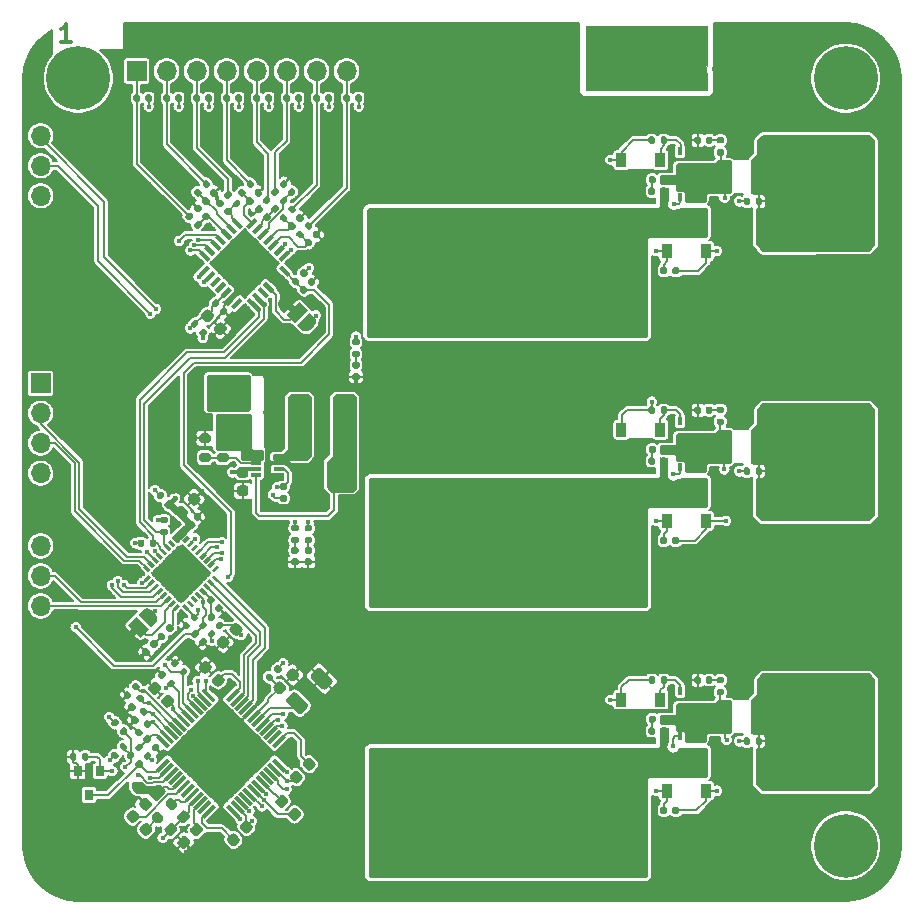
<source format=gtl>
G04 #@! TF.GenerationSoftware,KiCad,Pcbnew,5.1.10-88a1d61d58~90~ubuntu20.04.1*
G04 #@! TF.CreationDate,2021-12-20T19:35:59+01:00*
G04 #@! TF.ProjectId,eval_board_tmc6200-ta,6576616c-5f62-46f6-9172-645f746d6336,rev?*
G04 #@! TF.SameCoordinates,Original*
G04 #@! TF.FileFunction,Copper,L1,Top*
G04 #@! TF.FilePolarity,Positive*
%FSLAX46Y46*%
G04 Gerber Fmt 4.6, Leading zero omitted, Abs format (unit mm)*
G04 Created by KiCad (PCBNEW 5.1.10-88a1d61d58~90~ubuntu20.04.1) date 2021-12-20 19:35:59*
%MOMM*%
%LPD*%
G01*
G04 APERTURE LIST*
G04 #@! TA.AperFunction,NonConductor*
%ADD10C,0.300000*%
G04 #@! TD*
G04 #@! TA.AperFunction,EtchedComponent*
%ADD11C,0.100000*%
G04 #@! TD*
G04 #@! TA.AperFunction,SMDPad,CuDef*
%ADD12R,0.420000X0.700000*%
G04 #@! TD*
G04 #@! TA.AperFunction,SMDPad,CuDef*
%ADD13C,0.100000*%
G04 #@! TD*
G04 #@! TA.AperFunction,SMDPad,CuDef*
%ADD14R,0.800000X0.900000*%
G04 #@! TD*
G04 #@! TA.AperFunction,ConnectorPad*
%ADD15C,5.400000*%
G04 #@! TD*
G04 #@! TA.AperFunction,ComponentPad*
%ADD16C,3.100000*%
G04 #@! TD*
G04 #@! TA.AperFunction,SMDPad,CuDef*
%ADD17R,1.200000X4.700000*%
G04 #@! TD*
G04 #@! TA.AperFunction,ComponentPad*
%ADD18O,1.700000X1.700000*%
G04 #@! TD*
G04 #@! TA.AperFunction,ComponentPad*
%ADD19R,1.700000X1.700000*%
G04 #@! TD*
G04 #@! TA.AperFunction,SMDPad,CuDef*
%ADD20R,0.850000X0.300000*%
G04 #@! TD*
G04 #@! TA.AperFunction,SMDPad,CuDef*
%ADD21R,0.950000X0.300000*%
G04 #@! TD*
G04 #@! TA.AperFunction,SMDPad,CuDef*
%ADD22R,0.900000X1.200000*%
G04 #@! TD*
G04 #@! TA.AperFunction,ViaPad*
%ADD23C,0.450000*%
G04 #@! TD*
G04 #@! TA.AperFunction,Conductor*
%ADD24C,0.200000*%
G04 #@! TD*
G04 #@! TA.AperFunction,Conductor*
%ADD25C,0.300000*%
G04 #@! TD*
G04 #@! TA.AperFunction,Conductor*
%ADD26C,0.150000*%
G04 #@! TD*
G04 #@! TA.AperFunction,Conductor*
%ADD27C,0.800000*%
G04 #@! TD*
G04 #@! TA.AperFunction,Conductor*
%ADD28C,0.400000*%
G04 #@! TD*
G04 #@! TA.AperFunction,Conductor*
%ADD29C,0.100000*%
G04 #@! TD*
G04 #@! TA.AperFunction,Conductor*
%ADD30C,0.025400*%
G04 #@! TD*
G04 #@! TA.AperFunction,Conductor*
%ADD31C,0.210000*%
G04 #@! TD*
G04 #@! TA.AperFunction,Conductor*
%ADD32C,0.254000*%
G04 #@! TD*
G04 APERTURE END LIST*
D10*
X18406571Y-122573571D02*
X17549428Y-122573571D01*
X17978000Y-122573571D02*
X17978000Y-121073571D01*
X17835142Y-121287857D01*
X17692285Y-121430714D01*
X17549428Y-121502142D01*
D11*
G36*
X37095201Y-144642621D02*
G01*
X37448754Y-144996174D01*
X37024490Y-145420438D01*
X36670937Y-145066885D01*
X37095201Y-144642621D01*
G37*
G36*
X23239472Y-172559264D02*
G01*
X23593025Y-172205711D01*
X24017289Y-172629975D01*
X23663736Y-172983528D01*
X23239472Y-172559264D01*
G37*
G04 #@! TA.AperFunction,SMDPad,CuDef*
G36*
G01*
X27428721Y-190212026D02*
X27782275Y-189858472D01*
G75*
G02*
X28100473Y-189858472I159099J-159099D01*
G01*
X28418671Y-190176670D01*
G75*
G02*
X28418671Y-190494868I-159099J-159099D01*
G01*
X28065117Y-190848422D01*
G75*
G02*
X27746919Y-190848422I-159099J159099D01*
G01*
X27428721Y-190530224D01*
G75*
G02*
X27428721Y-190212026I159099J159099D01*
G01*
G37*
G04 #@! TD.AperFunction*
G04 #@! TA.AperFunction,SMDPad,CuDef*
G36*
G01*
X26332705Y-189116010D02*
X26686259Y-188762456D01*
G75*
G02*
X27004457Y-188762456I159099J-159099D01*
G01*
X27322655Y-189080654D01*
G75*
G02*
X27322655Y-189398852I-159099J-159099D01*
G01*
X26969101Y-189752406D01*
G75*
G02*
X26650903Y-189752406I-159099J159099D01*
G01*
X26332705Y-189434208D01*
G75*
G02*
X26332705Y-189116010I159099J159099D01*
G01*
G37*
G04 #@! TD.AperFunction*
G04 #@! TA.AperFunction,SMDPad,CuDef*
G36*
G01*
X69302600Y-187830040D02*
X69302600Y-187460040D01*
G75*
G02*
X69437600Y-187325040I135000J0D01*
G01*
X69707600Y-187325040D01*
G75*
G02*
X69842600Y-187460040I0J-135000D01*
G01*
X69842600Y-187830040D01*
G75*
G02*
X69707600Y-187965040I-135000J0D01*
G01*
X69437600Y-187965040D01*
G75*
G02*
X69302600Y-187830040I0J135000D01*
G01*
G37*
G04 #@! TD.AperFunction*
G04 #@! TA.AperFunction,SMDPad,CuDef*
G36*
G01*
X68282600Y-187830040D02*
X68282600Y-187460040D01*
G75*
G02*
X68417600Y-187325040I135000J0D01*
G01*
X68687600Y-187325040D01*
G75*
G02*
X68822600Y-187460040I0J-135000D01*
G01*
X68822600Y-187830040D01*
G75*
G02*
X68687600Y-187965040I-135000J0D01*
G01*
X68417600Y-187965040D01*
G75*
G02*
X68282600Y-187830040I0J135000D01*
G01*
G37*
G04 #@! TD.AperFunction*
D12*
X69957040Y-135675160D03*
X70607040Y-135675160D03*
G04 #@! TA.AperFunction,SMDPad,CuDef*
D13*
G36*
X71691065Y-139020064D02*
G01*
X71690127Y-139019779D01*
X71689262Y-139019317D01*
X71688504Y-139018696D01*
X71687883Y-139017938D01*
X71687421Y-139017073D01*
X71687136Y-139016135D01*
X71687040Y-139015160D01*
X71687040Y-138480160D01*
X71467040Y-138480160D01*
X71467040Y-139015160D01*
X71466944Y-139016135D01*
X71466659Y-139017073D01*
X71466197Y-139017938D01*
X71465576Y-139018696D01*
X71464818Y-139019317D01*
X71463953Y-139019779D01*
X71463015Y-139020064D01*
X71462040Y-139020160D01*
X71042040Y-139020160D01*
X71041065Y-139020064D01*
X71040127Y-139019779D01*
X71039262Y-139019317D01*
X71038504Y-139018696D01*
X71037883Y-139017938D01*
X71037421Y-139017073D01*
X71037136Y-139016135D01*
X71037040Y-139015160D01*
X71037040Y-138480160D01*
X70817040Y-138480160D01*
X70817040Y-139015160D01*
X70816944Y-139016135D01*
X70816659Y-139017073D01*
X70816197Y-139017938D01*
X70815576Y-139018696D01*
X70814818Y-139019317D01*
X70813953Y-139019779D01*
X70813015Y-139020064D01*
X70812040Y-139020160D01*
X70392040Y-139020160D01*
X70391065Y-139020064D01*
X70390127Y-139019779D01*
X70389262Y-139019317D01*
X70388504Y-139018696D01*
X70387883Y-139017938D01*
X70387421Y-139017073D01*
X70387136Y-139016135D01*
X70387040Y-139015160D01*
X70387040Y-138480160D01*
X70167040Y-138480160D01*
X70167040Y-139015160D01*
X70166944Y-139016135D01*
X70166659Y-139017073D01*
X70166197Y-139017938D01*
X70165576Y-139018696D01*
X70164818Y-139019317D01*
X70163953Y-139019779D01*
X70163015Y-139020064D01*
X70162040Y-139020160D01*
X69742040Y-139020160D01*
X69741065Y-139020064D01*
X69740127Y-139019779D01*
X69739262Y-139019317D01*
X69738504Y-139018696D01*
X69737883Y-139017938D01*
X69737421Y-139017073D01*
X69737136Y-139016135D01*
X69737040Y-139015160D01*
X69737040Y-136765160D01*
X69737136Y-136764185D01*
X69737421Y-136763247D01*
X69737883Y-136762382D01*
X69738504Y-136761624D01*
X69739262Y-136761003D01*
X69740127Y-136760541D01*
X69741065Y-136760256D01*
X69742040Y-136760160D01*
X72112040Y-136760160D01*
X72113015Y-136760256D01*
X72113953Y-136760541D01*
X72114818Y-136761003D01*
X72115576Y-136761624D01*
X72116197Y-136762382D01*
X72116659Y-136763247D01*
X72116944Y-136764185D01*
X72117040Y-136765160D01*
X72117040Y-139015160D01*
X72116944Y-139016135D01*
X72116659Y-139017073D01*
X72116197Y-139017938D01*
X72115576Y-139018696D01*
X72114818Y-139019317D01*
X72113953Y-139019779D01*
X72113015Y-139020064D01*
X72112040Y-139020160D01*
X71692040Y-139020160D01*
X71691065Y-139020064D01*
G37*
G04 #@! TD.AperFunction*
D12*
X71257040Y-135675160D03*
X71907040Y-135675160D03*
X69957040Y-131824520D03*
X70607040Y-131824520D03*
G04 #@! TA.AperFunction,SMDPad,CuDef*
D13*
G36*
X71691065Y-135169424D02*
G01*
X71690127Y-135169139D01*
X71689262Y-135168677D01*
X71688504Y-135168056D01*
X71687883Y-135167298D01*
X71687421Y-135166433D01*
X71687136Y-135165495D01*
X71687040Y-135164520D01*
X71687040Y-134629520D01*
X71467040Y-134629520D01*
X71467040Y-135164520D01*
X71466944Y-135165495D01*
X71466659Y-135166433D01*
X71466197Y-135167298D01*
X71465576Y-135168056D01*
X71464818Y-135168677D01*
X71463953Y-135169139D01*
X71463015Y-135169424D01*
X71462040Y-135169520D01*
X71042040Y-135169520D01*
X71041065Y-135169424D01*
X71040127Y-135169139D01*
X71039262Y-135168677D01*
X71038504Y-135168056D01*
X71037883Y-135167298D01*
X71037421Y-135166433D01*
X71037136Y-135165495D01*
X71037040Y-135164520D01*
X71037040Y-134629520D01*
X70817040Y-134629520D01*
X70817040Y-135164520D01*
X70816944Y-135165495D01*
X70816659Y-135166433D01*
X70816197Y-135167298D01*
X70815576Y-135168056D01*
X70814818Y-135168677D01*
X70813953Y-135169139D01*
X70813015Y-135169424D01*
X70812040Y-135169520D01*
X70392040Y-135169520D01*
X70391065Y-135169424D01*
X70390127Y-135169139D01*
X70389262Y-135168677D01*
X70388504Y-135168056D01*
X70387883Y-135167298D01*
X70387421Y-135166433D01*
X70387136Y-135165495D01*
X70387040Y-135164520D01*
X70387040Y-134629520D01*
X70167040Y-134629520D01*
X70167040Y-135164520D01*
X70166944Y-135165495D01*
X70166659Y-135166433D01*
X70166197Y-135167298D01*
X70165576Y-135168056D01*
X70164818Y-135168677D01*
X70163953Y-135169139D01*
X70163015Y-135169424D01*
X70162040Y-135169520D01*
X69742040Y-135169520D01*
X69741065Y-135169424D01*
X69740127Y-135169139D01*
X69739262Y-135168677D01*
X69738504Y-135168056D01*
X69737883Y-135167298D01*
X69737421Y-135166433D01*
X69737136Y-135165495D01*
X69737040Y-135164520D01*
X69737040Y-132914520D01*
X69737136Y-132913545D01*
X69737421Y-132912607D01*
X69737883Y-132911742D01*
X69738504Y-132910984D01*
X69739262Y-132910363D01*
X69740127Y-132909901D01*
X69741065Y-132909616D01*
X69742040Y-132909520D01*
X72112040Y-132909520D01*
X72113015Y-132909616D01*
X72113953Y-132909901D01*
X72114818Y-132910363D01*
X72115576Y-132910984D01*
X72116197Y-132911742D01*
X72116659Y-132912607D01*
X72116944Y-132913545D01*
X72117040Y-132914520D01*
X72117040Y-135164520D01*
X72116944Y-135165495D01*
X72116659Y-135166433D01*
X72116197Y-135167298D01*
X72115576Y-135168056D01*
X72114818Y-135168677D01*
X72113953Y-135169139D01*
X72113015Y-135169424D01*
X72112040Y-135169520D01*
X71692040Y-135169520D01*
X71691065Y-135169424D01*
G37*
G04 #@! TD.AperFunction*
D12*
X71257040Y-131824520D03*
X71907040Y-131824520D03*
X69957040Y-154675960D03*
X70607040Y-154675960D03*
G04 #@! TA.AperFunction,SMDPad,CuDef*
D13*
G36*
X71691065Y-158020864D02*
G01*
X71690127Y-158020579D01*
X71689262Y-158020117D01*
X71688504Y-158019496D01*
X71687883Y-158018738D01*
X71687421Y-158017873D01*
X71687136Y-158016935D01*
X71687040Y-158015960D01*
X71687040Y-157480960D01*
X71467040Y-157480960D01*
X71467040Y-158015960D01*
X71466944Y-158016935D01*
X71466659Y-158017873D01*
X71466197Y-158018738D01*
X71465576Y-158019496D01*
X71464818Y-158020117D01*
X71463953Y-158020579D01*
X71463015Y-158020864D01*
X71462040Y-158020960D01*
X71042040Y-158020960D01*
X71041065Y-158020864D01*
X71040127Y-158020579D01*
X71039262Y-158020117D01*
X71038504Y-158019496D01*
X71037883Y-158018738D01*
X71037421Y-158017873D01*
X71037136Y-158016935D01*
X71037040Y-158015960D01*
X71037040Y-157480960D01*
X70817040Y-157480960D01*
X70817040Y-158015960D01*
X70816944Y-158016935D01*
X70816659Y-158017873D01*
X70816197Y-158018738D01*
X70815576Y-158019496D01*
X70814818Y-158020117D01*
X70813953Y-158020579D01*
X70813015Y-158020864D01*
X70812040Y-158020960D01*
X70392040Y-158020960D01*
X70391065Y-158020864D01*
X70390127Y-158020579D01*
X70389262Y-158020117D01*
X70388504Y-158019496D01*
X70387883Y-158018738D01*
X70387421Y-158017873D01*
X70387136Y-158016935D01*
X70387040Y-158015960D01*
X70387040Y-157480960D01*
X70167040Y-157480960D01*
X70167040Y-158015960D01*
X70166944Y-158016935D01*
X70166659Y-158017873D01*
X70166197Y-158018738D01*
X70165576Y-158019496D01*
X70164818Y-158020117D01*
X70163953Y-158020579D01*
X70163015Y-158020864D01*
X70162040Y-158020960D01*
X69742040Y-158020960D01*
X69741065Y-158020864D01*
X69740127Y-158020579D01*
X69739262Y-158020117D01*
X69738504Y-158019496D01*
X69737883Y-158018738D01*
X69737421Y-158017873D01*
X69737136Y-158016935D01*
X69737040Y-158015960D01*
X69737040Y-155765960D01*
X69737136Y-155764985D01*
X69737421Y-155764047D01*
X69737883Y-155763182D01*
X69738504Y-155762424D01*
X69739262Y-155761803D01*
X69740127Y-155761341D01*
X69741065Y-155761056D01*
X69742040Y-155760960D01*
X72112040Y-155760960D01*
X72113015Y-155761056D01*
X72113953Y-155761341D01*
X72114818Y-155761803D01*
X72115576Y-155762424D01*
X72116197Y-155763182D01*
X72116659Y-155764047D01*
X72116944Y-155764985D01*
X72117040Y-155765960D01*
X72117040Y-158015960D01*
X72116944Y-158016935D01*
X72116659Y-158017873D01*
X72116197Y-158018738D01*
X72115576Y-158019496D01*
X72114818Y-158020117D01*
X72113953Y-158020579D01*
X72113015Y-158020864D01*
X72112040Y-158020960D01*
X71692040Y-158020960D01*
X71691065Y-158020864D01*
G37*
G04 #@! TD.AperFunction*
D12*
X71257040Y-154675960D03*
X71907040Y-154675960D03*
X69957040Y-158525000D03*
X70607040Y-158525000D03*
G04 #@! TA.AperFunction,SMDPad,CuDef*
D13*
G36*
X71691065Y-161869904D02*
G01*
X71690127Y-161869619D01*
X71689262Y-161869157D01*
X71688504Y-161868536D01*
X71687883Y-161867778D01*
X71687421Y-161866913D01*
X71687136Y-161865975D01*
X71687040Y-161865000D01*
X71687040Y-161330000D01*
X71467040Y-161330000D01*
X71467040Y-161865000D01*
X71466944Y-161865975D01*
X71466659Y-161866913D01*
X71466197Y-161867778D01*
X71465576Y-161868536D01*
X71464818Y-161869157D01*
X71463953Y-161869619D01*
X71463015Y-161869904D01*
X71462040Y-161870000D01*
X71042040Y-161870000D01*
X71041065Y-161869904D01*
X71040127Y-161869619D01*
X71039262Y-161869157D01*
X71038504Y-161868536D01*
X71037883Y-161867778D01*
X71037421Y-161866913D01*
X71037136Y-161865975D01*
X71037040Y-161865000D01*
X71037040Y-161330000D01*
X70817040Y-161330000D01*
X70817040Y-161865000D01*
X70816944Y-161865975D01*
X70816659Y-161866913D01*
X70816197Y-161867778D01*
X70815576Y-161868536D01*
X70814818Y-161869157D01*
X70813953Y-161869619D01*
X70813015Y-161869904D01*
X70812040Y-161870000D01*
X70392040Y-161870000D01*
X70391065Y-161869904D01*
X70390127Y-161869619D01*
X70389262Y-161869157D01*
X70388504Y-161868536D01*
X70387883Y-161867778D01*
X70387421Y-161866913D01*
X70387136Y-161865975D01*
X70387040Y-161865000D01*
X70387040Y-161330000D01*
X70167040Y-161330000D01*
X70167040Y-161865000D01*
X70166944Y-161865975D01*
X70166659Y-161866913D01*
X70166197Y-161867778D01*
X70165576Y-161868536D01*
X70164818Y-161869157D01*
X70163953Y-161869619D01*
X70163015Y-161869904D01*
X70162040Y-161870000D01*
X69742040Y-161870000D01*
X69741065Y-161869904D01*
X69740127Y-161869619D01*
X69739262Y-161869157D01*
X69738504Y-161868536D01*
X69737883Y-161867778D01*
X69737421Y-161866913D01*
X69737136Y-161865975D01*
X69737040Y-161865000D01*
X69737040Y-159615000D01*
X69737136Y-159614025D01*
X69737421Y-159613087D01*
X69737883Y-159612222D01*
X69738504Y-159611464D01*
X69739262Y-159610843D01*
X69740127Y-159610381D01*
X69741065Y-159610096D01*
X69742040Y-159610000D01*
X72112040Y-159610000D01*
X72113015Y-159610096D01*
X72113953Y-159610381D01*
X72114818Y-159610843D01*
X72115576Y-159611464D01*
X72116197Y-159612222D01*
X72116659Y-159613087D01*
X72116944Y-159614025D01*
X72117040Y-159615000D01*
X72117040Y-161865000D01*
X72116944Y-161865975D01*
X72116659Y-161866913D01*
X72116197Y-161867778D01*
X72115576Y-161868536D01*
X72114818Y-161869157D01*
X72113953Y-161869619D01*
X72113015Y-161869904D01*
X72112040Y-161870000D01*
X71692040Y-161870000D01*
X71691065Y-161869904D01*
G37*
G04 #@! TD.AperFunction*
D12*
X71257040Y-158525000D03*
X71907040Y-158525000D03*
X69957040Y-177524200D03*
X70607040Y-177524200D03*
G04 #@! TA.AperFunction,SMDPad,CuDef*
D13*
G36*
X71691065Y-180869104D02*
G01*
X71690127Y-180868819D01*
X71689262Y-180868357D01*
X71688504Y-180867736D01*
X71687883Y-180866978D01*
X71687421Y-180866113D01*
X71687136Y-180865175D01*
X71687040Y-180864200D01*
X71687040Y-180329200D01*
X71467040Y-180329200D01*
X71467040Y-180864200D01*
X71466944Y-180865175D01*
X71466659Y-180866113D01*
X71466197Y-180866978D01*
X71465576Y-180867736D01*
X71464818Y-180868357D01*
X71463953Y-180868819D01*
X71463015Y-180869104D01*
X71462040Y-180869200D01*
X71042040Y-180869200D01*
X71041065Y-180869104D01*
X71040127Y-180868819D01*
X71039262Y-180868357D01*
X71038504Y-180867736D01*
X71037883Y-180866978D01*
X71037421Y-180866113D01*
X71037136Y-180865175D01*
X71037040Y-180864200D01*
X71037040Y-180329200D01*
X70817040Y-180329200D01*
X70817040Y-180864200D01*
X70816944Y-180865175D01*
X70816659Y-180866113D01*
X70816197Y-180866978D01*
X70815576Y-180867736D01*
X70814818Y-180868357D01*
X70813953Y-180868819D01*
X70813015Y-180869104D01*
X70812040Y-180869200D01*
X70392040Y-180869200D01*
X70391065Y-180869104D01*
X70390127Y-180868819D01*
X70389262Y-180868357D01*
X70388504Y-180867736D01*
X70387883Y-180866978D01*
X70387421Y-180866113D01*
X70387136Y-180865175D01*
X70387040Y-180864200D01*
X70387040Y-180329200D01*
X70167040Y-180329200D01*
X70167040Y-180864200D01*
X70166944Y-180865175D01*
X70166659Y-180866113D01*
X70166197Y-180866978D01*
X70165576Y-180867736D01*
X70164818Y-180868357D01*
X70163953Y-180868819D01*
X70163015Y-180869104D01*
X70162040Y-180869200D01*
X69742040Y-180869200D01*
X69741065Y-180869104D01*
X69740127Y-180868819D01*
X69739262Y-180868357D01*
X69738504Y-180867736D01*
X69737883Y-180866978D01*
X69737421Y-180866113D01*
X69737136Y-180865175D01*
X69737040Y-180864200D01*
X69737040Y-178614200D01*
X69737136Y-178613225D01*
X69737421Y-178612287D01*
X69737883Y-178611422D01*
X69738504Y-178610664D01*
X69739262Y-178610043D01*
X69740127Y-178609581D01*
X69741065Y-178609296D01*
X69742040Y-178609200D01*
X72112040Y-178609200D01*
X72113015Y-178609296D01*
X72113953Y-178609581D01*
X72114818Y-178610043D01*
X72115576Y-178610664D01*
X72116197Y-178611422D01*
X72116659Y-178612287D01*
X72116944Y-178613225D01*
X72117040Y-178614200D01*
X72117040Y-180864200D01*
X72116944Y-180865175D01*
X72116659Y-180866113D01*
X72116197Y-180866978D01*
X72115576Y-180867736D01*
X72114818Y-180868357D01*
X72113953Y-180868819D01*
X72113015Y-180869104D01*
X72112040Y-180869200D01*
X71692040Y-180869200D01*
X71691065Y-180869104D01*
G37*
G04 #@! TD.AperFunction*
D12*
X71257040Y-177524200D03*
X71907040Y-177524200D03*
X69957040Y-181374840D03*
X70607040Y-181374840D03*
G04 #@! TA.AperFunction,SMDPad,CuDef*
D13*
G36*
X71691065Y-184719744D02*
G01*
X71690127Y-184719459D01*
X71689262Y-184718997D01*
X71688504Y-184718376D01*
X71687883Y-184717618D01*
X71687421Y-184716753D01*
X71687136Y-184715815D01*
X71687040Y-184714840D01*
X71687040Y-184179840D01*
X71467040Y-184179840D01*
X71467040Y-184714840D01*
X71466944Y-184715815D01*
X71466659Y-184716753D01*
X71466197Y-184717618D01*
X71465576Y-184718376D01*
X71464818Y-184718997D01*
X71463953Y-184719459D01*
X71463015Y-184719744D01*
X71462040Y-184719840D01*
X71042040Y-184719840D01*
X71041065Y-184719744D01*
X71040127Y-184719459D01*
X71039262Y-184718997D01*
X71038504Y-184718376D01*
X71037883Y-184717618D01*
X71037421Y-184716753D01*
X71037136Y-184715815D01*
X71037040Y-184714840D01*
X71037040Y-184179840D01*
X70817040Y-184179840D01*
X70817040Y-184714840D01*
X70816944Y-184715815D01*
X70816659Y-184716753D01*
X70816197Y-184717618D01*
X70815576Y-184718376D01*
X70814818Y-184718997D01*
X70813953Y-184719459D01*
X70813015Y-184719744D01*
X70812040Y-184719840D01*
X70392040Y-184719840D01*
X70391065Y-184719744D01*
X70390127Y-184719459D01*
X70389262Y-184718997D01*
X70388504Y-184718376D01*
X70387883Y-184717618D01*
X70387421Y-184716753D01*
X70387136Y-184715815D01*
X70387040Y-184714840D01*
X70387040Y-184179840D01*
X70167040Y-184179840D01*
X70167040Y-184714840D01*
X70166944Y-184715815D01*
X70166659Y-184716753D01*
X70166197Y-184717618D01*
X70165576Y-184718376D01*
X70164818Y-184718997D01*
X70163953Y-184719459D01*
X70163015Y-184719744D01*
X70162040Y-184719840D01*
X69742040Y-184719840D01*
X69741065Y-184719744D01*
X69740127Y-184719459D01*
X69739262Y-184718997D01*
X69738504Y-184718376D01*
X69737883Y-184717618D01*
X69737421Y-184716753D01*
X69737136Y-184715815D01*
X69737040Y-184714840D01*
X69737040Y-182464840D01*
X69737136Y-182463865D01*
X69737421Y-182462927D01*
X69737883Y-182462062D01*
X69738504Y-182461304D01*
X69739262Y-182460683D01*
X69740127Y-182460221D01*
X69741065Y-182459936D01*
X69742040Y-182459840D01*
X72112040Y-182459840D01*
X72113015Y-182459936D01*
X72113953Y-182460221D01*
X72114818Y-182460683D01*
X72115576Y-182461304D01*
X72116197Y-182462062D01*
X72116659Y-182462927D01*
X72116944Y-182463865D01*
X72117040Y-182464840D01*
X72117040Y-184714840D01*
X72116944Y-184715815D01*
X72116659Y-184716753D01*
X72116197Y-184717618D01*
X72115576Y-184718376D01*
X72114818Y-184718997D01*
X72113953Y-184719459D01*
X72113015Y-184719744D01*
X72112040Y-184719840D01*
X71692040Y-184719840D01*
X71691065Y-184719744D01*
G37*
G04 #@! TD.AperFunction*
D12*
X71257040Y-181374840D03*
X71907040Y-181374840D03*
G04 #@! TA.AperFunction,SMDPad,CuDef*
G36*
G01*
X19315400Y-183280900D02*
X19315400Y-182910900D01*
G75*
G02*
X19450400Y-182775900I135000J0D01*
G01*
X19720400Y-182775900D01*
G75*
G02*
X19855400Y-182910900I0J-135000D01*
G01*
X19855400Y-183280900D01*
G75*
G02*
X19720400Y-183415900I-135000J0D01*
G01*
X19450400Y-183415900D01*
G75*
G02*
X19315400Y-183280900I0J135000D01*
G01*
G37*
G04 #@! TD.AperFunction*
G04 #@! TA.AperFunction,SMDPad,CuDef*
G36*
G01*
X18295400Y-183280900D02*
X18295400Y-182910900D01*
G75*
G02*
X18430400Y-182775900I135000J0D01*
G01*
X18700400Y-182775900D01*
G75*
G02*
X18835400Y-182910900I0J-135000D01*
G01*
X18835400Y-183280900D01*
G75*
G02*
X18700400Y-183415900I-135000J0D01*
G01*
X18430400Y-183415900D01*
G75*
G02*
X18295400Y-183280900I0J135000D01*
G01*
G37*
G04 #@! TD.AperFunction*
G04 #@! TA.AperFunction,SMDPad,CuDef*
D13*
G36*
X36458805Y-145491149D02*
G01*
X36069896Y-145102240D01*
X36070322Y-145101814D01*
X36052973Y-145084466D01*
X36021846Y-145046536D01*
X35994585Y-145005738D01*
X35971455Y-144962464D01*
X35952677Y-144917132D01*
X35938434Y-144870177D01*
X35928861Y-144822052D01*
X35924052Y-144773221D01*
X35924052Y-144724152D01*
X35928861Y-144675322D01*
X35938434Y-144627197D01*
X35952677Y-144580242D01*
X35971455Y-144534909D01*
X35994585Y-144491635D01*
X36021846Y-144450837D01*
X36052973Y-144412907D01*
X36070322Y-144395559D01*
X36069896Y-144395133D01*
X36423449Y-144041580D01*
X36423875Y-144042006D01*
X36441223Y-144024657D01*
X36479153Y-143993530D01*
X36519951Y-143966269D01*
X36563225Y-143943139D01*
X36608558Y-143924361D01*
X36655513Y-143910118D01*
X36703638Y-143900545D01*
X36752468Y-143895736D01*
X36801537Y-143895736D01*
X36850368Y-143900545D01*
X36898493Y-143910118D01*
X36945448Y-143924361D01*
X36990780Y-143943139D01*
X37034054Y-143966269D01*
X37074852Y-143993530D01*
X37112782Y-144024657D01*
X37130130Y-144042006D01*
X37130556Y-144041580D01*
X37519465Y-144430489D01*
X36458805Y-145491149D01*
G37*
G04 #@! TD.AperFunction*
G04 #@! TA.AperFunction,SMDPad,CuDef*
G36*
X36635582Y-145667926D02*
G01*
X37696242Y-144607266D01*
X38403348Y-145314372D01*
X37342688Y-146375032D01*
X36635582Y-145667926D01*
G37*
G04 #@! TD.AperFunction*
G04 #@! TA.AperFunction,SMDPad,CuDef*
G36*
X38968608Y-145880484D02*
G01*
X38985957Y-145897832D01*
X39017084Y-145935762D01*
X39044345Y-145976560D01*
X39067475Y-146019834D01*
X39086253Y-146065166D01*
X39100496Y-146112121D01*
X39110069Y-146160246D01*
X39114878Y-146209077D01*
X39114878Y-146258146D01*
X39110069Y-146306976D01*
X39100496Y-146355101D01*
X39086253Y-146402056D01*
X39067475Y-146447389D01*
X39044345Y-146490663D01*
X39017084Y-146531461D01*
X38985957Y-146569391D01*
X38968608Y-146586739D01*
X38969034Y-146587165D01*
X38615481Y-146940718D01*
X38615055Y-146940292D01*
X38597707Y-146957641D01*
X38559777Y-146988768D01*
X38518979Y-147016029D01*
X38475705Y-147039159D01*
X38430372Y-147057937D01*
X38383417Y-147072180D01*
X38335292Y-147081753D01*
X38286462Y-147086562D01*
X38237393Y-147086562D01*
X38188562Y-147081753D01*
X38140437Y-147072180D01*
X38093482Y-147057937D01*
X38048150Y-147039159D01*
X38004876Y-147016029D01*
X37964078Y-146988768D01*
X37926148Y-146957641D01*
X37908800Y-146940292D01*
X37908374Y-146940718D01*
X37519465Y-146551809D01*
X38580125Y-145491149D01*
X38969034Y-145880058D01*
X38968608Y-145880484D01*
G37*
G04 #@! TD.AperFunction*
G04 #@! TA.AperFunction,SMDPad,CuDef*
G36*
G01*
X57861600Y-179757500D02*
X48754400Y-179757500D01*
G75*
G02*
X48508000Y-179511100I0J246400D01*
G01*
X48508000Y-171203900D01*
G75*
G02*
X48754400Y-170957500I246400J0D01*
G01*
X57861600Y-170957500D01*
G75*
G02*
X58108000Y-171203900I0J-246400D01*
G01*
X58108000Y-179511100D01*
G75*
G02*
X57861600Y-179757500I-246400J0D01*
G01*
G37*
G04 #@! TD.AperFunction*
G04 #@! TA.AperFunction,SMDPad,CuDef*
G36*
G01*
X57858003Y-193257500D02*
X48757997Y-193257500D01*
G75*
G02*
X48508000Y-193007503I0J249997D01*
G01*
X48508000Y-184707497D01*
G75*
G02*
X48757997Y-184457500I249997J0D01*
G01*
X57858003Y-184457500D01*
G75*
G02*
X58108000Y-184707497I0J-249997D01*
G01*
X58108000Y-193007503D01*
G75*
G02*
X57858003Y-193257500I-249997J0D01*
G01*
G37*
G04 #@! TD.AperFunction*
D14*
X19888200Y-186318400D03*
X18938200Y-184318400D03*
X20838200Y-184318400D03*
D15*
X18978000Y-190645000D03*
D16*
X18978000Y-190645000D03*
G04 #@! TA.AperFunction,SMDPad,CuDef*
G36*
G01*
X26706072Y-172527220D02*
X26444443Y-172265591D01*
G75*
G02*
X26444443Y-172074673I95459J95459D01*
G01*
X26635362Y-171883754D01*
G75*
G02*
X26826280Y-171883754I95459J-95459D01*
G01*
X27087909Y-172145383D01*
G75*
G02*
X27087909Y-172336301I-95459J-95459D01*
G01*
X26896990Y-172527220D01*
G75*
G02*
X26706072Y-172527220I-95459J95459D01*
G01*
G37*
G04 #@! TD.AperFunction*
G04 #@! TA.AperFunction,SMDPad,CuDef*
G36*
G01*
X25984824Y-173248468D02*
X25723195Y-172986839D01*
G75*
G02*
X25723195Y-172795921I95459J95459D01*
G01*
X25914114Y-172605002D01*
G75*
G02*
X26105032Y-172605002I95459J-95459D01*
G01*
X26366661Y-172866631D01*
G75*
G02*
X26366661Y-173057549I-95459J-95459D01*
G01*
X26175742Y-173248468D01*
G75*
G02*
X25984824Y-173248468I-95459J95459D01*
G01*
G37*
G04 #@! TD.AperFunction*
G04 #@! TA.AperFunction,SMDPad,CuDef*
G36*
G01*
X26264109Y-161044480D02*
X26002480Y-161306109D01*
G75*
G02*
X25811562Y-161306109I-95459J95459D01*
G01*
X25620643Y-161115190D01*
G75*
G02*
X25620643Y-160924272I95459J95459D01*
G01*
X25882272Y-160662643D01*
G75*
G02*
X26073190Y-160662643I95459J-95459D01*
G01*
X26264109Y-160853562D01*
G75*
G02*
X26264109Y-161044480I-95459J-95459D01*
G01*
G37*
G04 #@! TD.AperFunction*
G04 #@! TA.AperFunction,SMDPad,CuDef*
G36*
G01*
X26985357Y-161765728D02*
X26723728Y-162027357D01*
G75*
G02*
X26532810Y-162027357I-95459J95459D01*
G01*
X26341891Y-161836438D01*
G75*
G02*
X26341891Y-161645520I95459J95459D01*
G01*
X26603520Y-161383891D01*
G75*
G02*
X26794438Y-161383891I95459J-95459D01*
G01*
X26985357Y-161574810D01*
G75*
G02*
X26985357Y-161765728I-95459J-95459D01*
G01*
G37*
G04 #@! TD.AperFunction*
G04 #@! TA.AperFunction,SMDPad,CuDef*
G36*
G01*
X42688000Y-148265000D02*
X42318000Y-148265000D01*
G75*
G02*
X42183000Y-148130000I0J135000D01*
G01*
X42183000Y-147860000D01*
G75*
G02*
X42318000Y-147725000I135000J0D01*
G01*
X42688000Y-147725000D01*
G75*
G02*
X42823000Y-147860000I0J-135000D01*
G01*
X42823000Y-148130000D01*
G75*
G02*
X42688000Y-148265000I-135000J0D01*
G01*
G37*
G04 #@! TD.AperFunction*
G04 #@! TA.AperFunction,SMDPad,CuDef*
G36*
G01*
X42688000Y-149285000D02*
X42318000Y-149285000D01*
G75*
G02*
X42183000Y-149150000I0J135000D01*
G01*
X42183000Y-148880000D01*
G75*
G02*
X42318000Y-148745000I135000J0D01*
G01*
X42688000Y-148745000D01*
G75*
G02*
X42823000Y-148880000I0J-135000D01*
G01*
X42823000Y-149150000D01*
G75*
G02*
X42688000Y-149285000I-135000J0D01*
G01*
G37*
G04 #@! TD.AperFunction*
G04 #@! TA.AperFunction,SMDPad,CuDef*
G36*
G01*
X38663000Y-164010000D02*
X38293000Y-164010000D01*
G75*
G02*
X38158000Y-163875000I0J135000D01*
G01*
X38158000Y-163605000D01*
G75*
G02*
X38293000Y-163470000I135000J0D01*
G01*
X38663000Y-163470000D01*
G75*
G02*
X38798000Y-163605000I0J-135000D01*
G01*
X38798000Y-163875000D01*
G75*
G02*
X38663000Y-164010000I-135000J0D01*
G01*
G37*
G04 #@! TD.AperFunction*
G04 #@! TA.AperFunction,SMDPad,CuDef*
G36*
G01*
X38663000Y-165030000D02*
X38293000Y-165030000D01*
G75*
G02*
X38158000Y-164895000I0J135000D01*
G01*
X38158000Y-164625000D01*
G75*
G02*
X38293000Y-164490000I135000J0D01*
G01*
X38663000Y-164490000D01*
G75*
G02*
X38798000Y-164625000I0J-135000D01*
G01*
X38798000Y-164895000D01*
G75*
G02*
X38663000Y-165030000I-135000J0D01*
G01*
G37*
G04 #@! TD.AperFunction*
G04 #@! TA.AperFunction,SMDPad,CuDef*
G36*
G01*
X37513000Y-164010000D02*
X37143000Y-164010000D01*
G75*
G02*
X37008000Y-163875000I0J135000D01*
G01*
X37008000Y-163605000D01*
G75*
G02*
X37143000Y-163470000I135000J0D01*
G01*
X37513000Y-163470000D01*
G75*
G02*
X37648000Y-163605000I0J-135000D01*
G01*
X37648000Y-163875000D01*
G75*
G02*
X37513000Y-164010000I-135000J0D01*
G01*
G37*
G04 #@! TD.AperFunction*
G04 #@! TA.AperFunction,SMDPad,CuDef*
G36*
G01*
X37513000Y-165030000D02*
X37143000Y-165030000D01*
G75*
G02*
X37008000Y-164895000I0J135000D01*
G01*
X37008000Y-164625000D01*
G75*
G02*
X37143000Y-164490000I135000J0D01*
G01*
X37513000Y-164490000D01*
G75*
G02*
X37648000Y-164625000I0J-135000D01*
G01*
X37648000Y-164895000D01*
G75*
G02*
X37513000Y-165030000I-135000J0D01*
G01*
G37*
G04 #@! TD.AperFunction*
G04 #@! TA.AperFunction,SMDPad,CuDef*
G36*
G01*
X29228638Y-147121030D02*
X29490267Y-146859401D01*
G75*
G02*
X29681185Y-146859401I95459J-95459D01*
G01*
X29872104Y-147050320D01*
G75*
G02*
X29872104Y-147241238I-95459J-95459D01*
G01*
X29610475Y-147502867D01*
G75*
G02*
X29419557Y-147502867I-95459J95459D01*
G01*
X29228638Y-147311948D01*
G75*
G02*
X29228638Y-147121030I95459J95459D01*
G01*
G37*
G04 #@! TD.AperFunction*
G04 #@! TA.AperFunction,SMDPad,CuDef*
G36*
G01*
X28507390Y-146399782D02*
X28769019Y-146138153D01*
G75*
G02*
X28959937Y-146138153I95459J-95459D01*
G01*
X29150856Y-146329072D01*
G75*
G02*
X29150856Y-146519990I-95459J-95459D01*
G01*
X28889227Y-146781619D01*
G75*
G02*
X28698309Y-146781619I-95459J95459D01*
G01*
X28507390Y-146590700D01*
G75*
G02*
X28507390Y-146399782I95459J95459D01*
G01*
G37*
G04 #@! TD.AperFunction*
G04 #@! TA.AperFunction,SMDPad,CuDef*
G36*
G01*
X22152480Y-182658891D02*
X22414109Y-182920520D01*
G75*
G02*
X22414109Y-183111438I-95459J-95459D01*
G01*
X22223190Y-183302357D01*
G75*
G02*
X22032272Y-183302357I-95459J95459D01*
G01*
X21770643Y-183040728D01*
G75*
G02*
X21770643Y-182849810I95459J95459D01*
G01*
X21961562Y-182658891D01*
G75*
G02*
X22152480Y-182658891I95459J-95459D01*
G01*
G37*
G04 #@! TD.AperFunction*
G04 #@! TA.AperFunction,SMDPad,CuDef*
G36*
G01*
X22873728Y-181937643D02*
X23135357Y-182199272D01*
G75*
G02*
X23135357Y-182390190I-95459J-95459D01*
G01*
X22944438Y-182581109D01*
G75*
G02*
X22753520Y-182581109I-95459J95459D01*
G01*
X22491891Y-182319480D01*
G75*
G02*
X22491891Y-182128562I95459J95459D01*
G01*
X22682810Y-181937643D01*
G75*
G02*
X22873728Y-181937643I95459J-95459D01*
G01*
G37*
G04 #@! TD.AperFunction*
G04 #@! TA.AperFunction,SMDPad,CuDef*
G36*
G01*
X22414109Y-180269480D02*
X22152480Y-180531109D01*
G75*
G02*
X21961562Y-180531109I-95459J95459D01*
G01*
X21770643Y-180340190D01*
G75*
G02*
X21770643Y-180149272I95459J95459D01*
G01*
X22032272Y-179887643D01*
G75*
G02*
X22223190Y-179887643I95459J-95459D01*
G01*
X22414109Y-180078562D01*
G75*
G02*
X22414109Y-180269480I-95459J-95459D01*
G01*
G37*
G04 #@! TD.AperFunction*
G04 #@! TA.AperFunction,SMDPad,CuDef*
G36*
G01*
X23135357Y-180990728D02*
X22873728Y-181252357D01*
G75*
G02*
X22682810Y-181252357I-95459J95459D01*
G01*
X22491891Y-181061438D01*
G75*
G02*
X22491891Y-180870520I95459J95459D01*
G01*
X22753520Y-180608891D01*
G75*
G02*
X22944438Y-180608891I95459J-95459D01*
G01*
X23135357Y-180799810D01*
G75*
G02*
X23135357Y-180990728I-95459J-95459D01*
G01*
G37*
G04 #@! TD.AperFunction*
G04 #@! TA.AperFunction,SMDPad,CuDef*
G36*
G01*
X35828520Y-175981109D02*
X35566891Y-175719480D01*
G75*
G02*
X35566891Y-175528562I95459J95459D01*
G01*
X35757810Y-175337643D01*
G75*
G02*
X35948728Y-175337643I95459J-95459D01*
G01*
X36210357Y-175599272D01*
G75*
G02*
X36210357Y-175790190I-95459J-95459D01*
G01*
X36019438Y-175981109D01*
G75*
G02*
X35828520Y-175981109I-95459J95459D01*
G01*
G37*
G04 #@! TD.AperFunction*
G04 #@! TA.AperFunction,SMDPad,CuDef*
G36*
G01*
X35107272Y-176702357D02*
X34845643Y-176440728D01*
G75*
G02*
X34845643Y-176249810I95459J95459D01*
G01*
X35036562Y-176058891D01*
G75*
G02*
X35227480Y-176058891I95459J-95459D01*
G01*
X35489109Y-176320520D01*
G75*
G02*
X35489109Y-176511438I-95459J-95459D01*
G01*
X35298190Y-176702357D01*
G75*
G02*
X35107272Y-176702357I-95459J95459D01*
G01*
G37*
G04 #@! TD.AperFunction*
G04 #@! TA.AperFunction,SMDPad,CuDef*
G36*
G01*
X24518978Y-182960645D02*
X24780607Y-182699016D01*
G75*
G02*
X24971525Y-182699016I95459J-95459D01*
G01*
X25162444Y-182889935D01*
G75*
G02*
X25162444Y-183080853I-95459J-95459D01*
G01*
X24900815Y-183342482D01*
G75*
G02*
X24709897Y-183342482I-95459J95459D01*
G01*
X24518978Y-183151563D01*
G75*
G02*
X24518978Y-182960645I95459J95459D01*
G01*
G37*
G04 #@! TD.AperFunction*
G04 #@! TA.AperFunction,SMDPad,CuDef*
G36*
G01*
X23797730Y-182239397D02*
X24059359Y-181977768D01*
G75*
G02*
X24250277Y-181977768I95459J-95459D01*
G01*
X24441196Y-182168687D01*
G75*
G02*
X24441196Y-182359605I-95459J-95459D01*
G01*
X24179567Y-182621234D01*
G75*
G02*
X23988649Y-182621234I-95459J95459D01*
G01*
X23797730Y-182430315D01*
G75*
G02*
X23797730Y-182239397I95459J95459D01*
G01*
G37*
G04 #@! TD.AperFunction*
G04 #@! TA.AperFunction,SMDPad,CuDef*
G36*
G01*
X26781719Y-187578052D02*
X26392810Y-187189143D01*
G75*
G02*
X26392810Y-186906301I141421J141421D01*
G01*
X26675653Y-186623458D01*
G75*
G02*
X26958495Y-186623458I141421J-141421D01*
G01*
X27347404Y-187012367D01*
G75*
G02*
X27347404Y-187295209I-141421J-141421D01*
G01*
X27064561Y-187578052D01*
G75*
G02*
X26781719Y-187578052I-141421J141421D01*
G01*
G37*
G04 #@! TD.AperFunction*
G04 #@! TA.AperFunction,SMDPad,CuDef*
G36*
G01*
X25614993Y-188744778D02*
X25226084Y-188355869D01*
G75*
G02*
X25226084Y-188073027I141421J141421D01*
G01*
X25508927Y-187790184D01*
G75*
G02*
X25791769Y-187790184I141421J-141421D01*
G01*
X26180678Y-188179093D01*
G75*
G02*
X26180678Y-188461935I-141421J-141421D01*
G01*
X25897835Y-188744778D01*
G75*
G02*
X25614993Y-188744778I-141421J141421D01*
G01*
G37*
G04 #@! TD.AperFunction*
G04 #@! TA.AperFunction,SMDPad,CuDef*
G36*
G01*
X25332517Y-173883097D02*
X25088565Y-173639145D01*
G75*
G02*
X25088565Y-173430549I104298J104298D01*
G01*
X25297161Y-173221953D01*
G75*
G02*
X25505757Y-173221953I104298J-104298D01*
G01*
X25749709Y-173465905D01*
G75*
G02*
X25749709Y-173674501I-104298J-104298D01*
G01*
X25541113Y-173883097D01*
G75*
G02*
X25332517Y-173883097I-104298J104298D01*
G01*
G37*
G04 #@! TD.AperFunction*
G04 #@! TA.AperFunction,SMDPad,CuDef*
G36*
G01*
X24646623Y-174568991D02*
X24402671Y-174325039D01*
G75*
G02*
X24402671Y-174116443I104298J104298D01*
G01*
X24611267Y-173907847D01*
G75*
G02*
X24819863Y-173907847I104298J-104298D01*
G01*
X25063815Y-174151799D01*
G75*
G02*
X25063815Y-174360395I-104298J-104298D01*
G01*
X24855219Y-174568991D01*
G75*
G02*
X24646623Y-174568991I-104298J104298D01*
G01*
G37*
G04 #@! TD.AperFunction*
G04 #@! TA.AperFunction,SMDPad,CuDef*
G36*
G01*
X42675500Y-150240000D02*
X42330500Y-150240000D01*
G75*
G02*
X42183000Y-150092500I0J147500D01*
G01*
X42183000Y-149797500D01*
G75*
G02*
X42330500Y-149650000I147500J0D01*
G01*
X42675500Y-149650000D01*
G75*
G02*
X42823000Y-149797500I0J-147500D01*
G01*
X42823000Y-150092500D01*
G75*
G02*
X42675500Y-150240000I-147500J0D01*
G01*
G37*
G04 #@! TD.AperFunction*
G04 #@! TA.AperFunction,SMDPad,CuDef*
G36*
G01*
X42675500Y-151210000D02*
X42330500Y-151210000D01*
G75*
G02*
X42183000Y-151062500I0J147500D01*
G01*
X42183000Y-150767500D01*
G75*
G02*
X42330500Y-150620000I147500J0D01*
G01*
X42675500Y-150620000D01*
G75*
G02*
X42823000Y-150767500I0J-147500D01*
G01*
X42823000Y-151062500D01*
G75*
G02*
X42675500Y-151210000I-147500J0D01*
G01*
G37*
G04 #@! TD.AperFunction*
G04 #@! TA.AperFunction,SMDPad,CuDef*
G36*
G01*
X38650500Y-165930000D02*
X38305500Y-165930000D01*
G75*
G02*
X38158000Y-165782500I0J147500D01*
G01*
X38158000Y-165487500D01*
G75*
G02*
X38305500Y-165340000I147500J0D01*
G01*
X38650500Y-165340000D01*
G75*
G02*
X38798000Y-165487500I0J-147500D01*
G01*
X38798000Y-165782500D01*
G75*
G02*
X38650500Y-165930000I-147500J0D01*
G01*
G37*
G04 #@! TD.AperFunction*
G04 #@! TA.AperFunction,SMDPad,CuDef*
G36*
G01*
X38650500Y-166900000D02*
X38305500Y-166900000D01*
G75*
G02*
X38158000Y-166752500I0J147500D01*
G01*
X38158000Y-166457500D01*
G75*
G02*
X38305500Y-166310000I147500J0D01*
G01*
X38650500Y-166310000D01*
G75*
G02*
X38798000Y-166457500I0J-147500D01*
G01*
X38798000Y-166752500D01*
G75*
G02*
X38650500Y-166900000I-147500J0D01*
G01*
G37*
G04 #@! TD.AperFunction*
D17*
X41258000Y-154970000D03*
X37948000Y-154970000D03*
D18*
X15803000Y-161630000D03*
X15803000Y-159090000D03*
X15803000Y-156550000D03*
X15803000Y-154010000D03*
D19*
X15803000Y-151470000D03*
G04 #@! TA.AperFunction,SMDPad,CuDef*
G36*
G01*
X23751766Y-183049034D02*
X23490137Y-183310663D01*
G75*
G02*
X23299219Y-183310663I-95459J95459D01*
G01*
X23108300Y-183119744D01*
G75*
G02*
X23108300Y-182928826I95459J95459D01*
G01*
X23369929Y-182667197D01*
G75*
G02*
X23560847Y-182667197I95459J-95459D01*
G01*
X23751766Y-182858116D01*
G75*
G02*
X23751766Y-183049034I-95459J-95459D01*
G01*
G37*
G04 #@! TD.AperFunction*
G04 #@! TA.AperFunction,SMDPad,CuDef*
G36*
G01*
X24473014Y-183770282D02*
X24211385Y-184031911D01*
G75*
G02*
X24020467Y-184031911I-95459J95459D01*
G01*
X23829548Y-183840992D01*
G75*
G02*
X23829548Y-183650074I95459J95459D01*
G01*
X24091177Y-183388445D01*
G75*
G02*
X24282095Y-183388445I95459J-95459D01*
G01*
X24473014Y-183579364D01*
G75*
G02*
X24473014Y-183770282I-95459J-95459D01*
G01*
G37*
G04 #@! TD.AperFunction*
G04 #@! TA.AperFunction,SMDPad,CuDef*
G36*
G01*
X25130625Y-181670176D02*
X24868996Y-181931805D01*
G75*
G02*
X24678078Y-181931805I-95459J95459D01*
G01*
X24487159Y-181740886D01*
G75*
G02*
X24487159Y-181549968I95459J95459D01*
G01*
X24748788Y-181288339D01*
G75*
G02*
X24939706Y-181288339I95459J-95459D01*
G01*
X25130625Y-181479258D01*
G75*
G02*
X25130625Y-181670176I-95459J-95459D01*
G01*
G37*
G04 #@! TD.AperFunction*
G04 #@! TA.AperFunction,SMDPad,CuDef*
G36*
G01*
X25851873Y-182391424D02*
X25590244Y-182653053D01*
G75*
G02*
X25399326Y-182653053I-95459J95459D01*
G01*
X25208407Y-182462134D01*
G75*
G02*
X25208407Y-182271216I95459J95459D01*
G01*
X25470036Y-182009587D01*
G75*
G02*
X25660954Y-182009587I95459J-95459D01*
G01*
X25851873Y-182200506D01*
G75*
G02*
X25851873Y-182391424I-95459J-95459D01*
G01*
G37*
G04 #@! TD.AperFunction*
G04 #@! TA.AperFunction,SMDPad,CuDef*
G36*
G01*
X24780607Y-180648405D02*
X24518978Y-180386776D01*
G75*
G02*
X24518978Y-180195858I95459J95459D01*
G01*
X24709897Y-180004939D01*
G75*
G02*
X24900815Y-180004939I95459J-95459D01*
G01*
X25162444Y-180266568D01*
G75*
G02*
X25162444Y-180457486I-95459J-95459D01*
G01*
X24971525Y-180648405D01*
G75*
G02*
X24780607Y-180648405I-95459J95459D01*
G01*
G37*
G04 #@! TD.AperFunction*
G04 #@! TA.AperFunction,SMDPad,CuDef*
G36*
G01*
X24059359Y-181369653D02*
X23797730Y-181108024D01*
G75*
G02*
X23797730Y-180917106I95459J95459D01*
G01*
X23988649Y-180726187D01*
G75*
G02*
X24179567Y-180726187I95459J-95459D01*
G01*
X24441196Y-180987816D01*
G75*
G02*
X24441196Y-181178734I-95459J-95459D01*
G01*
X24250277Y-181369653D01*
G75*
G02*
X24059359Y-181369653I-95459J95459D01*
G01*
G37*
G04 #@! TD.AperFunction*
G04 #@! TA.AperFunction,SMDPad,CuDef*
G36*
G01*
X24444731Y-179605423D02*
X24183102Y-179343794D01*
G75*
G02*
X24183102Y-179152876I95459J95459D01*
G01*
X24374021Y-178961957D01*
G75*
G02*
X24564939Y-178961957I95459J-95459D01*
G01*
X24826568Y-179223586D01*
G75*
G02*
X24826568Y-179414504I-95459J-95459D01*
G01*
X24635649Y-179605423D01*
G75*
G02*
X24444731Y-179605423I-95459J95459D01*
G01*
G37*
G04 #@! TD.AperFunction*
G04 #@! TA.AperFunction,SMDPad,CuDef*
G36*
G01*
X23723483Y-180326671D02*
X23461854Y-180065042D01*
G75*
G02*
X23461854Y-179874124I95459J95459D01*
G01*
X23652773Y-179683205D01*
G75*
G02*
X23843691Y-179683205I95459J-95459D01*
G01*
X24105320Y-179944834D01*
G75*
G02*
X24105320Y-180135752I-95459J-95459D01*
G01*
X23914401Y-180326671D01*
G75*
G02*
X23723483Y-180326671I-95459J95459D01*
G01*
G37*
G04 #@! TD.AperFunction*
G04 #@! TA.AperFunction,SMDPad,CuDef*
G36*
G01*
X24179566Y-178491729D02*
X23917937Y-178230100D01*
G75*
G02*
X23917937Y-178039182I95459J95459D01*
G01*
X24108856Y-177848263D01*
G75*
G02*
X24299774Y-177848263I95459J-95459D01*
G01*
X24561403Y-178109892D01*
G75*
G02*
X24561403Y-178300810I-95459J-95459D01*
G01*
X24370484Y-178491729D01*
G75*
G02*
X24179566Y-178491729I-95459J95459D01*
G01*
G37*
G04 #@! TD.AperFunction*
G04 #@! TA.AperFunction,SMDPad,CuDef*
G36*
G01*
X23458318Y-179212977D02*
X23196689Y-178951348D01*
G75*
G02*
X23196689Y-178760430I95459J95459D01*
G01*
X23387608Y-178569511D01*
G75*
G02*
X23578526Y-178569511I95459J-95459D01*
G01*
X23840155Y-178831140D01*
G75*
G02*
X23840155Y-179022058I-95459J-95459D01*
G01*
X23649236Y-179212977D01*
G75*
G02*
X23458318Y-179212977I-95459J95459D01*
G01*
G37*
G04 #@! TD.AperFunction*
G04 #@! TA.AperFunction,SMDPad,CuDef*
G36*
G01*
X23808335Y-177484102D02*
X23546706Y-177222473D01*
G75*
G02*
X23546706Y-177031555I95459J95459D01*
G01*
X23737625Y-176840636D01*
G75*
G02*
X23928543Y-176840636I95459J-95459D01*
G01*
X24190172Y-177102265D01*
G75*
G02*
X24190172Y-177293183I-95459J-95459D01*
G01*
X23999253Y-177484102D01*
G75*
G02*
X23808335Y-177484102I-95459J95459D01*
G01*
G37*
G04 #@! TD.AperFunction*
G04 #@! TA.AperFunction,SMDPad,CuDef*
G36*
G01*
X23087087Y-178205350D02*
X22825458Y-177943721D01*
G75*
G02*
X22825458Y-177752803I95459J95459D01*
G01*
X23016377Y-177561884D01*
G75*
G02*
X23207295Y-177561884I95459J-95459D01*
G01*
X23468924Y-177823513D01*
G75*
G02*
X23468924Y-178014431I-95459J-95459D01*
G01*
X23278005Y-178205350D01*
G75*
G02*
X23087087Y-178205350I-95459J95459D01*
G01*
G37*
G04 #@! TD.AperFunction*
G04 #@! TA.AperFunction,SMDPad,CuDef*
G36*
G01*
X25777628Y-176122923D02*
X26039257Y-175861294D01*
G75*
G02*
X26230175Y-175861294I95459J-95459D01*
G01*
X26421094Y-176052213D01*
G75*
G02*
X26421094Y-176243131I-95459J-95459D01*
G01*
X26159465Y-176504760D01*
G75*
G02*
X25968547Y-176504760I-95459J95459D01*
G01*
X25777628Y-176313841D01*
G75*
G02*
X25777628Y-176122923I95459J95459D01*
G01*
G37*
G04 #@! TD.AperFunction*
G04 #@! TA.AperFunction,SMDPad,CuDef*
G36*
G01*
X26498876Y-176844171D02*
X26760505Y-176582542D01*
G75*
G02*
X26951423Y-176582542I95459J-95459D01*
G01*
X27142342Y-176773461D01*
G75*
G02*
X27142342Y-176964379I-95459J-95459D01*
G01*
X26880713Y-177226008D01*
G75*
G02*
X26689795Y-177226008I-95459J95459D01*
G01*
X26498876Y-177035089D01*
G75*
G02*
X26498876Y-176844171I95459J95459D01*
G01*
G37*
G04 #@! TD.AperFunction*
G04 #@! TA.AperFunction,SMDPad,CuDef*
G36*
G01*
X27566891Y-175845520D02*
X27828520Y-175583891D01*
G75*
G02*
X28019438Y-175583891I95459J-95459D01*
G01*
X28210357Y-175774810D01*
G75*
G02*
X28210357Y-175965728I-95459J-95459D01*
G01*
X27948728Y-176227357D01*
G75*
G02*
X27757810Y-176227357I-95459J95459D01*
G01*
X27566891Y-176036438D01*
G75*
G02*
X27566891Y-175845520I95459J95459D01*
G01*
G37*
G04 #@! TD.AperFunction*
G04 #@! TA.AperFunction,SMDPad,CuDef*
G36*
G01*
X26845643Y-175124272D02*
X27107272Y-174862643D01*
G75*
G02*
X27298190Y-174862643I95459J-95459D01*
G01*
X27489109Y-175053562D01*
G75*
G02*
X27489109Y-175244480I-95459J-95459D01*
G01*
X27227480Y-175506109D01*
G75*
G02*
X27036562Y-175506109I-95459J95459D01*
G01*
X26845643Y-175315190D01*
G75*
G02*
X26845643Y-175124272I95459J95459D01*
G01*
G37*
G04 #@! TD.AperFunction*
D18*
X15803000Y-165250000D03*
X15803000Y-167790000D03*
X15803000Y-170330000D03*
D19*
X15803000Y-172870000D03*
D18*
X76073000Y-124895000D03*
X73533000Y-124895000D03*
X70993000Y-124895000D03*
D19*
X68453000Y-124895000D03*
D18*
X41708000Y-122505000D03*
X41708000Y-125045000D03*
X39168000Y-122505000D03*
X39168000Y-125045000D03*
X36628000Y-122505000D03*
X36628000Y-125045000D03*
X34088000Y-122505000D03*
X34088000Y-125045000D03*
X31548000Y-122505000D03*
X31548000Y-125045000D03*
X29008000Y-122505000D03*
X29008000Y-125045000D03*
X26468000Y-122505000D03*
X26468000Y-125045000D03*
X23928000Y-122505000D03*
D19*
X23928000Y-125045000D03*
G04 #@! TA.AperFunction,SMDPad,CuDef*
G36*
G01*
X36173000Y-160955000D02*
X36543000Y-160955000D01*
G75*
G02*
X36678000Y-161090000I0J-135000D01*
G01*
X36678000Y-161360000D01*
G75*
G02*
X36543000Y-161495000I-135000J0D01*
G01*
X36173000Y-161495000D01*
G75*
G02*
X36038000Y-161360000I0J135000D01*
G01*
X36038000Y-161090000D01*
G75*
G02*
X36173000Y-160955000I135000J0D01*
G01*
G37*
G04 #@! TD.AperFunction*
G04 #@! TA.AperFunction,SMDPad,CuDef*
G36*
G01*
X36173000Y-159935000D02*
X36543000Y-159935000D01*
G75*
G02*
X36678000Y-160070000I0J-135000D01*
G01*
X36678000Y-160340000D01*
G75*
G02*
X36543000Y-160475000I-135000J0D01*
G01*
X36173000Y-160475000D01*
G75*
G02*
X36038000Y-160340000I0J135000D01*
G01*
X36038000Y-160070000D01*
G75*
G02*
X36173000Y-159935000I135000J0D01*
G01*
G37*
G04 #@! TD.AperFunction*
G04 #@! TA.AperFunction,SMDPad,CuDef*
G36*
G01*
X35338041Y-136641707D02*
X35599670Y-136380078D01*
G75*
G02*
X35790588Y-136380078I95459J-95459D01*
G01*
X35981507Y-136570997D01*
G75*
G02*
X35981507Y-136761915I-95459J-95459D01*
G01*
X35719878Y-137023544D01*
G75*
G02*
X35528960Y-137023544I-95459J95459D01*
G01*
X35338041Y-136832625D01*
G75*
G02*
X35338041Y-136641707I95459J95459D01*
G01*
G37*
G04 #@! TD.AperFunction*
G04 #@! TA.AperFunction,SMDPad,CuDef*
G36*
G01*
X34616793Y-135920459D02*
X34878422Y-135658830D01*
G75*
G02*
X35069340Y-135658830I95459J-95459D01*
G01*
X35260259Y-135849749D01*
G75*
G02*
X35260259Y-136040667I-95459J-95459D01*
G01*
X34998630Y-136302296D01*
G75*
G02*
X34807712Y-136302296I-95459J95459D01*
G01*
X34616793Y-136111377D01*
G75*
G02*
X34616793Y-135920459I95459J95459D01*
G01*
G37*
G04 #@! TD.AperFunction*
G04 #@! TA.AperFunction,SMDPad,CuDef*
G36*
G01*
X28783161Y-138006423D02*
X29044790Y-137744794D01*
G75*
G02*
X29235708Y-137744794I95459J-95459D01*
G01*
X29426627Y-137935713D01*
G75*
G02*
X29426627Y-138126631I-95459J-95459D01*
G01*
X29164998Y-138388260D01*
G75*
G02*
X28974080Y-138388260I-95459J95459D01*
G01*
X28783161Y-138197341D01*
G75*
G02*
X28783161Y-138006423I95459J95459D01*
G01*
G37*
G04 #@! TD.AperFunction*
G04 #@! TA.AperFunction,SMDPad,CuDef*
G36*
G01*
X28061913Y-137285175D02*
X28323542Y-137023546D01*
G75*
G02*
X28514460Y-137023546I95459J-95459D01*
G01*
X28705379Y-137214465D01*
G75*
G02*
X28705379Y-137405383I-95459J-95459D01*
G01*
X28443750Y-137667012D01*
G75*
G02*
X28252832Y-137667012I-95459J95459D01*
G01*
X28061913Y-137476093D01*
G75*
G02*
X28061913Y-137285175I95459J95459D01*
G01*
G37*
G04 #@! TD.AperFunction*
G04 #@! TA.AperFunction,SMDPad,CuDef*
G36*
G01*
X34838000Y-127520000D02*
X34838000Y-127150000D01*
G75*
G02*
X34973000Y-127015000I135000J0D01*
G01*
X35243000Y-127015000D01*
G75*
G02*
X35378000Y-127150000I0J-135000D01*
G01*
X35378000Y-127520000D01*
G75*
G02*
X35243000Y-127655000I-135000J0D01*
G01*
X34973000Y-127655000D01*
G75*
G02*
X34838000Y-127520000I0J135000D01*
G01*
G37*
G04 #@! TD.AperFunction*
G04 #@! TA.AperFunction,SMDPad,CuDef*
G36*
G01*
X33818000Y-127520000D02*
X33818000Y-127150000D01*
G75*
G02*
X33953000Y-127015000I135000J0D01*
G01*
X34223000Y-127015000D01*
G75*
G02*
X34358000Y-127150000I0J-135000D01*
G01*
X34358000Y-127520000D01*
G75*
G02*
X34223000Y-127655000I-135000J0D01*
G01*
X33953000Y-127655000D01*
G75*
G02*
X33818000Y-127520000I0J135000D01*
G01*
G37*
G04 #@! TD.AperFunction*
G04 #@! TA.AperFunction,SMDPad,CuDef*
G36*
G01*
X24678000Y-127520000D02*
X24678000Y-127150000D01*
G75*
G02*
X24813000Y-127015000I135000J0D01*
G01*
X25083000Y-127015000D01*
G75*
G02*
X25218000Y-127150000I0J-135000D01*
G01*
X25218000Y-127520000D01*
G75*
G02*
X25083000Y-127655000I-135000J0D01*
G01*
X24813000Y-127655000D01*
G75*
G02*
X24678000Y-127520000I0J135000D01*
G01*
G37*
G04 #@! TD.AperFunction*
G04 #@! TA.AperFunction,SMDPad,CuDef*
G36*
G01*
X23658000Y-127520000D02*
X23658000Y-127150000D01*
G75*
G02*
X23793000Y-127015000I135000J0D01*
G01*
X24063000Y-127015000D01*
G75*
G02*
X24198000Y-127150000I0J-135000D01*
G01*
X24198000Y-127520000D01*
G75*
G02*
X24063000Y-127655000I-135000J0D01*
G01*
X23793000Y-127655000D01*
G75*
G02*
X23658000Y-127520000I0J135000D01*
G01*
G37*
G04 #@! TD.AperFunction*
G04 #@! TA.AperFunction,SMDPad,CuDef*
G36*
G01*
X38029760Y-142470625D02*
X37768131Y-142208996D01*
G75*
G02*
X37768131Y-142018078I95459J95459D01*
G01*
X37959050Y-141827159D01*
G75*
G02*
X38149968Y-141827159I95459J-95459D01*
G01*
X38411597Y-142088788D01*
G75*
G02*
X38411597Y-142279706I-95459J-95459D01*
G01*
X38220678Y-142470625D01*
G75*
G02*
X38029760Y-142470625I-95459J95459D01*
G01*
G37*
G04 #@! TD.AperFunction*
G04 #@! TA.AperFunction,SMDPad,CuDef*
G36*
G01*
X37308512Y-143191873D02*
X37046883Y-142930244D01*
G75*
G02*
X37046883Y-142739326I95459J95459D01*
G01*
X37237802Y-142548407D01*
G75*
G02*
X37428720Y-142548407I95459J-95459D01*
G01*
X37690349Y-142810036D01*
G75*
G02*
X37690349Y-143000954I-95459J-95459D01*
G01*
X37499430Y-143191873D01*
G75*
G02*
X37308512Y-143191873I-95459J95459D01*
G01*
G37*
G04 #@! TD.AperFunction*
G04 #@! TA.AperFunction,SMDPad,CuDef*
G36*
G01*
X36045148Y-135934600D02*
X36306777Y-135672971D01*
G75*
G02*
X36497695Y-135672971I95459J-95459D01*
G01*
X36688614Y-135863890D01*
G75*
G02*
X36688614Y-136054808I-95459J-95459D01*
G01*
X36426985Y-136316437D01*
G75*
G02*
X36236067Y-136316437I-95459J95459D01*
G01*
X36045148Y-136125518D01*
G75*
G02*
X36045148Y-135934600I95459J95459D01*
G01*
G37*
G04 #@! TD.AperFunction*
G04 #@! TA.AperFunction,SMDPad,CuDef*
G36*
G01*
X35323900Y-135213352D02*
X35585529Y-134951723D01*
G75*
G02*
X35776447Y-134951723I95459J-95459D01*
G01*
X35967366Y-135142642D01*
G75*
G02*
X35967366Y-135333560I-95459J-95459D01*
G01*
X35705737Y-135595189D01*
G75*
G02*
X35514819Y-135595189I-95459J95459D01*
G01*
X35323900Y-135404270D01*
G75*
G02*
X35323900Y-135213352I95459J95459D01*
G01*
G37*
G04 #@! TD.AperFunction*
G04 #@! TA.AperFunction,SMDPad,CuDef*
G36*
G01*
X29172070Y-135022433D02*
X29433699Y-135284062D01*
G75*
G02*
X29433699Y-135474980I-95459J-95459D01*
G01*
X29242780Y-135665899D01*
G75*
G02*
X29051862Y-135665899I-95459J95459D01*
G01*
X28790233Y-135404270D01*
G75*
G02*
X28790233Y-135213352I95459J95459D01*
G01*
X28981152Y-135022433D01*
G75*
G02*
X29172070Y-135022433I95459J-95459D01*
G01*
G37*
G04 #@! TD.AperFunction*
G04 #@! TA.AperFunction,SMDPad,CuDef*
G36*
G01*
X29893318Y-134301185D02*
X30154947Y-134562814D01*
G75*
G02*
X30154947Y-134753732I-95459J-95459D01*
G01*
X29964028Y-134944651D01*
G75*
G02*
X29773110Y-134944651I-95459J95459D01*
G01*
X29511481Y-134683022D01*
G75*
G02*
X29511481Y-134492104I95459J95459D01*
G01*
X29702400Y-134301185D01*
G75*
G02*
X29893318Y-134301185I95459J-95459D01*
G01*
G37*
G04 #@! TD.AperFunction*
G04 #@! TA.AperFunction,SMDPad,CuDef*
G36*
G01*
X37378000Y-127520000D02*
X37378000Y-127150000D01*
G75*
G02*
X37513000Y-127015000I135000J0D01*
G01*
X37783000Y-127015000D01*
G75*
G02*
X37918000Y-127150000I0J-135000D01*
G01*
X37918000Y-127520000D01*
G75*
G02*
X37783000Y-127655000I-135000J0D01*
G01*
X37513000Y-127655000D01*
G75*
G02*
X37378000Y-127520000I0J135000D01*
G01*
G37*
G04 #@! TD.AperFunction*
G04 #@! TA.AperFunction,SMDPad,CuDef*
G36*
G01*
X36358000Y-127520000D02*
X36358000Y-127150000D01*
G75*
G02*
X36493000Y-127015000I135000J0D01*
G01*
X36763000Y-127015000D01*
G75*
G02*
X36898000Y-127150000I0J-135000D01*
G01*
X36898000Y-127520000D01*
G75*
G02*
X36763000Y-127655000I-135000J0D01*
G01*
X36493000Y-127655000D01*
G75*
G02*
X36358000Y-127520000I0J135000D01*
G01*
G37*
G04 #@! TD.AperFunction*
G04 #@! TA.AperFunction,SMDPad,CuDef*
G36*
G01*
X27218000Y-127520000D02*
X27218000Y-127150000D01*
G75*
G02*
X27353000Y-127015000I135000J0D01*
G01*
X27623000Y-127015000D01*
G75*
G02*
X27758000Y-127150000I0J-135000D01*
G01*
X27758000Y-127520000D01*
G75*
G02*
X27623000Y-127655000I-135000J0D01*
G01*
X27353000Y-127655000D01*
G75*
G02*
X27218000Y-127520000I0J135000D01*
G01*
G37*
G04 #@! TD.AperFunction*
G04 #@! TA.AperFunction,SMDPad,CuDef*
G36*
G01*
X26198000Y-127520000D02*
X26198000Y-127150000D01*
G75*
G02*
X26333000Y-127015000I135000J0D01*
G01*
X26603000Y-127015000D01*
G75*
G02*
X26738000Y-127150000I0J-135000D01*
G01*
X26738000Y-127520000D01*
G75*
G02*
X26603000Y-127655000I-135000J0D01*
G01*
X26333000Y-127655000D01*
G75*
G02*
X26198000Y-127520000I0J135000D01*
G01*
G37*
G04 #@! TD.AperFunction*
G04 #@! TA.AperFunction,SMDPad,CuDef*
G36*
G01*
X36426986Y-137157896D02*
X36688615Y-137419525D01*
G75*
G02*
X36688615Y-137610443I-95459J-95459D01*
G01*
X36497696Y-137801362D01*
G75*
G02*
X36306778Y-137801362I-95459J95459D01*
G01*
X36045149Y-137539733D01*
G75*
G02*
X36045149Y-137348815I95459J95459D01*
G01*
X36236068Y-137157896D01*
G75*
G02*
X36426986Y-137157896I95459J-95459D01*
G01*
G37*
G04 #@! TD.AperFunction*
G04 #@! TA.AperFunction,SMDPad,CuDef*
G36*
G01*
X37148234Y-136436648D02*
X37409863Y-136698277D01*
G75*
G02*
X37409863Y-136889195I-95459J-95459D01*
G01*
X37218944Y-137080114D01*
G75*
G02*
X37028026Y-137080114I-95459J95459D01*
G01*
X36766397Y-136818485D01*
G75*
G02*
X36766397Y-136627567I95459J95459D01*
G01*
X36957316Y-136436648D01*
G75*
G02*
X37148234Y-136436648I95459J-95459D01*
G01*
G37*
G04 #@! TD.AperFunction*
G04 #@! TA.AperFunction,SMDPad,CuDef*
G36*
G01*
X32064136Y-136182088D02*
X32325765Y-135920459D01*
G75*
G02*
X32516683Y-135920459I95459J-95459D01*
G01*
X32707602Y-136111378D01*
G75*
G02*
X32707602Y-136302296I-95459J-95459D01*
G01*
X32445973Y-136563925D01*
G75*
G02*
X32255055Y-136563925I-95459J95459D01*
G01*
X32064136Y-136373006D01*
G75*
G02*
X32064136Y-136182088I95459J95459D01*
G01*
G37*
G04 #@! TD.AperFunction*
G04 #@! TA.AperFunction,SMDPad,CuDef*
G36*
G01*
X31342888Y-135460840D02*
X31604517Y-135199211D01*
G75*
G02*
X31795435Y-135199211I95459J-95459D01*
G01*
X31986354Y-135390130D01*
G75*
G02*
X31986354Y-135581048I-95459J-95459D01*
G01*
X31724725Y-135842677D01*
G75*
G02*
X31533807Y-135842677I-95459J95459D01*
G01*
X31342888Y-135651758D01*
G75*
G02*
X31342888Y-135460840I95459J95459D01*
G01*
G37*
G04 #@! TD.AperFunction*
G04 #@! TA.AperFunction,SMDPad,CuDef*
G36*
G01*
X39918000Y-127520000D02*
X39918000Y-127150000D01*
G75*
G02*
X40053000Y-127015000I135000J0D01*
G01*
X40323000Y-127015000D01*
G75*
G02*
X40458000Y-127150000I0J-135000D01*
G01*
X40458000Y-127520000D01*
G75*
G02*
X40323000Y-127655000I-135000J0D01*
G01*
X40053000Y-127655000D01*
G75*
G02*
X39918000Y-127520000I0J135000D01*
G01*
G37*
G04 #@! TD.AperFunction*
G04 #@! TA.AperFunction,SMDPad,CuDef*
G36*
G01*
X38898000Y-127520000D02*
X38898000Y-127150000D01*
G75*
G02*
X39033000Y-127015000I135000J0D01*
G01*
X39303000Y-127015000D01*
G75*
G02*
X39438000Y-127150000I0J-135000D01*
G01*
X39438000Y-127520000D01*
G75*
G02*
X39303000Y-127655000I-135000J0D01*
G01*
X39033000Y-127655000D01*
G75*
G02*
X38898000Y-127520000I0J135000D01*
G01*
G37*
G04 #@! TD.AperFunction*
G04 #@! TA.AperFunction,SMDPad,CuDef*
G36*
G01*
X29758000Y-127520000D02*
X29758000Y-127150000D01*
G75*
G02*
X29893000Y-127015000I135000J0D01*
G01*
X30163000Y-127015000D01*
G75*
G02*
X30298000Y-127150000I0J-135000D01*
G01*
X30298000Y-127520000D01*
G75*
G02*
X30163000Y-127655000I-135000J0D01*
G01*
X29893000Y-127655000D01*
G75*
G02*
X29758000Y-127520000I0J135000D01*
G01*
G37*
G04 #@! TD.AperFunction*
G04 #@! TA.AperFunction,SMDPad,CuDef*
G36*
G01*
X28738000Y-127520000D02*
X28738000Y-127150000D01*
G75*
G02*
X28873000Y-127015000I135000J0D01*
G01*
X29143000Y-127015000D01*
G75*
G02*
X29278000Y-127150000I0J-135000D01*
G01*
X29278000Y-127520000D01*
G75*
G02*
X29143000Y-127655000I-135000J0D01*
G01*
X28873000Y-127655000D01*
G75*
G02*
X28738000Y-127520000I0J135000D01*
G01*
G37*
G04 #@! TD.AperFunction*
G04 #@! TA.AperFunction,SMDPad,CuDef*
G36*
G01*
X37827057Y-138557967D02*
X38088686Y-138819596D01*
G75*
G02*
X38088686Y-139010514I-95459J-95459D01*
G01*
X37897767Y-139201433D01*
G75*
G02*
X37706849Y-139201433I-95459J95459D01*
G01*
X37445220Y-138939804D01*
G75*
G02*
X37445220Y-138748886I95459J95459D01*
G01*
X37636139Y-138557967D01*
G75*
G02*
X37827057Y-138557967I95459J-95459D01*
G01*
G37*
G04 #@! TD.AperFunction*
G04 #@! TA.AperFunction,SMDPad,CuDef*
G36*
G01*
X38548305Y-137836719D02*
X38809934Y-138098348D01*
G75*
G02*
X38809934Y-138289266I-95459J-95459D01*
G01*
X38619015Y-138480185D01*
G75*
G02*
X38428097Y-138480185I-95459J95459D01*
G01*
X38166468Y-138218556D01*
G75*
G02*
X38166468Y-138027638I95459J95459D01*
G01*
X38357387Y-137836719D01*
G75*
G02*
X38548305Y-137836719I95459J-95459D01*
G01*
G37*
G04 #@! TD.AperFunction*
G04 #@! TA.AperFunction,SMDPad,CuDef*
G36*
G01*
X32905594Y-135022433D02*
X33167223Y-135284062D01*
G75*
G02*
X33167223Y-135474980I-95459J-95459D01*
G01*
X32976304Y-135665899D01*
G75*
G02*
X32785386Y-135665899I-95459J95459D01*
G01*
X32523757Y-135404270D01*
G75*
G02*
X32523757Y-135213352I95459J95459D01*
G01*
X32714676Y-135022433D01*
G75*
G02*
X32905594Y-135022433I95459J-95459D01*
G01*
G37*
G04 #@! TD.AperFunction*
G04 #@! TA.AperFunction,SMDPad,CuDef*
G36*
G01*
X33626842Y-134301185D02*
X33888471Y-134562814D01*
G75*
G02*
X33888471Y-134753732I-95459J-95459D01*
G01*
X33697552Y-134944651D01*
G75*
G02*
X33506634Y-134944651I-95459J95459D01*
G01*
X33245005Y-134683022D01*
G75*
G02*
X33245005Y-134492104I95459J95459D01*
G01*
X33435924Y-134301185D01*
G75*
G02*
X33626842Y-134301185I95459J-95459D01*
G01*
G37*
G04 #@! TD.AperFunction*
G04 #@! TA.AperFunction,SMDPad,CuDef*
G36*
G01*
X29443000Y-157375000D02*
X29993000Y-157375000D01*
G75*
G02*
X30193000Y-157575000I0J-200000D01*
G01*
X30193000Y-157975000D01*
G75*
G02*
X29993000Y-158175000I-200000J0D01*
G01*
X29443000Y-158175000D01*
G75*
G02*
X29243000Y-157975000I0J200000D01*
G01*
X29243000Y-157575000D01*
G75*
G02*
X29443000Y-157375000I200000J0D01*
G01*
G37*
G04 #@! TD.AperFunction*
G04 #@! TA.AperFunction,SMDPad,CuDef*
G36*
G01*
X29443000Y-155725000D02*
X29993000Y-155725000D01*
G75*
G02*
X30193000Y-155925000I0J-200000D01*
G01*
X30193000Y-156325000D01*
G75*
G02*
X29993000Y-156525000I-200000J0D01*
G01*
X29443000Y-156525000D01*
G75*
G02*
X29243000Y-156325000I0J200000D01*
G01*
X29243000Y-155925000D01*
G75*
G02*
X29443000Y-155725000I200000J0D01*
G01*
G37*
G04 #@! TD.AperFunction*
G04 #@! TA.AperFunction,SMDPad,CuDef*
G36*
G01*
X31513000Y-156525000D02*
X30963000Y-156525000D01*
G75*
G02*
X30763000Y-156325000I0J200000D01*
G01*
X30763000Y-155925000D01*
G75*
G02*
X30963000Y-155725000I200000J0D01*
G01*
X31513000Y-155725000D01*
G75*
G02*
X31713000Y-155925000I0J-200000D01*
G01*
X31713000Y-156325000D01*
G75*
G02*
X31513000Y-156525000I-200000J0D01*
G01*
G37*
G04 #@! TD.AperFunction*
G04 #@! TA.AperFunction,SMDPad,CuDef*
G36*
G01*
X31513000Y-158175000D02*
X30963000Y-158175000D01*
G75*
G02*
X30763000Y-157975000I0J200000D01*
G01*
X30763000Y-157575000D01*
G75*
G02*
X30963000Y-157375000I200000J0D01*
G01*
X31513000Y-157375000D01*
G75*
G02*
X31713000Y-157575000I0J-200000D01*
G01*
X31713000Y-157975000D01*
G75*
G02*
X31513000Y-158175000I-200000J0D01*
G01*
G37*
G04 #@! TD.AperFunction*
G04 #@! TA.AperFunction,SMDPad,CuDef*
G36*
G01*
X42458000Y-127520000D02*
X42458000Y-127150000D01*
G75*
G02*
X42593000Y-127015000I135000J0D01*
G01*
X42863000Y-127015000D01*
G75*
G02*
X42998000Y-127150000I0J-135000D01*
G01*
X42998000Y-127520000D01*
G75*
G02*
X42863000Y-127655000I-135000J0D01*
G01*
X42593000Y-127655000D01*
G75*
G02*
X42458000Y-127520000I0J135000D01*
G01*
G37*
G04 #@! TD.AperFunction*
G04 #@! TA.AperFunction,SMDPad,CuDef*
G36*
G01*
X41438000Y-127520000D02*
X41438000Y-127150000D01*
G75*
G02*
X41573000Y-127015000I135000J0D01*
G01*
X41843000Y-127015000D01*
G75*
G02*
X41978000Y-127150000I0J-135000D01*
G01*
X41978000Y-127520000D01*
G75*
G02*
X41843000Y-127655000I-135000J0D01*
G01*
X41573000Y-127655000D01*
G75*
G02*
X41438000Y-127520000I0J135000D01*
G01*
G37*
G04 #@! TD.AperFunction*
G04 #@! TA.AperFunction,SMDPad,CuDef*
G36*
G01*
X32298000Y-127520000D02*
X32298000Y-127150000D01*
G75*
G02*
X32433000Y-127015000I135000J0D01*
G01*
X32703000Y-127015000D01*
G75*
G02*
X32838000Y-127150000I0J-135000D01*
G01*
X32838000Y-127520000D01*
G75*
G02*
X32703000Y-127655000I-135000J0D01*
G01*
X32433000Y-127655000D01*
G75*
G02*
X32298000Y-127520000I0J135000D01*
G01*
G37*
G04 #@! TD.AperFunction*
G04 #@! TA.AperFunction,SMDPad,CuDef*
G36*
G01*
X31278000Y-127520000D02*
X31278000Y-127150000D01*
G75*
G02*
X31413000Y-127015000I135000J0D01*
G01*
X31683000Y-127015000D01*
G75*
G02*
X31818000Y-127150000I0J-135000D01*
G01*
X31818000Y-127520000D01*
G75*
G02*
X31683000Y-127655000I-135000J0D01*
G01*
X31413000Y-127655000D01*
G75*
G02*
X31278000Y-127520000I0J135000D01*
G01*
G37*
G04 #@! TD.AperFunction*
G04 #@! TA.AperFunction,SMDPad,CuDef*
G36*
G01*
X34592043Y-136793736D02*
X34351627Y-137034152D01*
G75*
G02*
X34153637Y-137034152I-98995J98995D01*
G01*
X33955647Y-136836162D01*
G75*
G02*
X33955647Y-136638172I98995J98995D01*
G01*
X34196063Y-136397756D01*
G75*
G02*
X34394053Y-136397756I98995J-98995D01*
G01*
X34592043Y-136595746D01*
G75*
G02*
X34592043Y-136793736I-98995J-98995D01*
G01*
G37*
G04 #@! TD.AperFunction*
G04 #@! TA.AperFunction,SMDPad,CuDef*
G36*
G01*
X35270865Y-137472558D02*
X35030449Y-137712974D01*
G75*
G02*
X34832459Y-137712974I-98995J98995D01*
G01*
X34634469Y-137514984D01*
G75*
G02*
X34634469Y-137316994I98995J98995D01*
G01*
X34874885Y-137076578D01*
G75*
G02*
X35072875Y-137076578I98995J-98995D01*
G01*
X35270865Y-137274568D01*
G75*
G02*
X35270865Y-137472558I-98995J-98995D01*
G01*
G37*
G04 #@! TD.AperFunction*
G04 #@! TA.AperFunction,SMDPad,CuDef*
G36*
G01*
X29437235Y-136758381D02*
X29196819Y-136998797D01*
G75*
G02*
X28998829Y-136998797I-98995J98995D01*
G01*
X28800839Y-136800807D01*
G75*
G02*
X28800839Y-136602817I98995J98995D01*
G01*
X29041255Y-136362401D01*
G75*
G02*
X29239245Y-136362401I98995J-98995D01*
G01*
X29437235Y-136560391D01*
G75*
G02*
X29437235Y-136758381I-98995J-98995D01*
G01*
G37*
G04 #@! TD.AperFunction*
G04 #@! TA.AperFunction,SMDPad,CuDef*
G36*
G01*
X30116057Y-137437203D02*
X29875641Y-137677619D01*
G75*
G02*
X29677651Y-137677619I-98995J98995D01*
G01*
X29479661Y-137479629D01*
G75*
G02*
X29479661Y-137281639I98995J98995D01*
G01*
X29720077Y-137041223D01*
G75*
G02*
X29918067Y-137041223I98995J-98995D01*
G01*
X30116057Y-137239213D01*
G75*
G02*
X30116057Y-137437203I-98995J-98995D01*
G01*
G37*
G04 #@! TD.AperFunction*
G04 #@! TA.AperFunction,SMDPad,CuDef*
G36*
G01*
X38669691Y-143209552D02*
X38429275Y-142969136D01*
G75*
G02*
X38429275Y-142771146I98995J98995D01*
G01*
X38627265Y-142573156D01*
G75*
G02*
X38825255Y-142573156I98995J-98995D01*
G01*
X39065671Y-142813572D01*
G75*
G02*
X39065671Y-143011562I-98995J-98995D01*
G01*
X38867681Y-143209552D01*
G75*
G02*
X38669691Y-143209552I-98995J98995D01*
G01*
G37*
G04 #@! TD.AperFunction*
G04 #@! TA.AperFunction,SMDPad,CuDef*
G36*
G01*
X37990869Y-143888374D02*
X37750453Y-143647958D01*
G75*
G02*
X37750453Y-143449968I98995J98995D01*
G01*
X37948443Y-143251978D01*
G75*
G02*
X38146433Y-143251978I98995J-98995D01*
G01*
X38386849Y-143492394D01*
G75*
G02*
X38386849Y-143690384I-98995J-98995D01*
G01*
X38188859Y-143888374D01*
G75*
G02*
X37990869Y-143888374I-98995J98995D01*
G01*
G37*
G04 #@! TD.AperFunction*
G04 #@! TA.AperFunction,SMDPad,CuDef*
G36*
G01*
X36699221Y-134686558D02*
X36458805Y-134926974D01*
G75*
G02*
X36260815Y-134926974I-98995J98995D01*
G01*
X36062825Y-134728984D01*
G75*
G02*
X36062825Y-134530994I98995J98995D01*
G01*
X36303241Y-134290578D01*
G75*
G02*
X36501231Y-134290578I98995J-98995D01*
G01*
X36699221Y-134488568D01*
G75*
G02*
X36699221Y-134686558I-98995J-98995D01*
G01*
G37*
G04 #@! TD.AperFunction*
G04 #@! TA.AperFunction,SMDPad,CuDef*
G36*
G01*
X37378043Y-135365380D02*
X37137627Y-135605796D01*
G75*
G02*
X36939637Y-135605796I-98995J98995D01*
G01*
X36741647Y-135407806D01*
G75*
G02*
X36741647Y-135209816I98995J98995D01*
G01*
X36982063Y-134969400D01*
G75*
G02*
X37180053Y-134969400I98995J-98995D01*
G01*
X37378043Y-135167390D01*
G75*
G02*
X37378043Y-135365380I-98995J-98995D01*
G01*
G37*
G04 #@! TD.AperFunction*
G04 #@! TA.AperFunction,SMDPad,CuDef*
G36*
G01*
X30420113Y-135676507D02*
X30179697Y-135436091D01*
G75*
G02*
X30179697Y-135238101I98995J98995D01*
G01*
X30377687Y-135040111D01*
G75*
G02*
X30575677Y-135040111I98995J-98995D01*
G01*
X30816093Y-135280527D01*
G75*
G02*
X30816093Y-135478517I-98995J-98995D01*
G01*
X30618103Y-135676507D01*
G75*
G02*
X30420113Y-135676507I-98995J98995D01*
G01*
G37*
G04 #@! TD.AperFunction*
G04 #@! TA.AperFunction,SMDPad,CuDef*
G36*
G01*
X29741291Y-136355329D02*
X29500875Y-136114913D01*
G75*
G02*
X29500875Y-135916923I98995J98995D01*
G01*
X29698865Y-135718933D01*
G75*
G02*
X29896855Y-135718933I98995J-98995D01*
G01*
X30137271Y-135959349D01*
G75*
G02*
X30137271Y-136157339I-98995J-98995D01*
G01*
X29939281Y-136355329D01*
G75*
G02*
X29741291Y-136355329I-98995J98995D01*
G01*
G37*
G04 #@! TD.AperFunction*
G04 #@! TA.AperFunction,SMDPad,CuDef*
G36*
G01*
X37675028Y-137811969D02*
X37434612Y-137571553D01*
G75*
G02*
X37434612Y-137373563I98995J98995D01*
G01*
X37632602Y-137175573D01*
G75*
G02*
X37830592Y-137175573I98995J-98995D01*
G01*
X38071008Y-137415989D01*
G75*
G02*
X38071008Y-137613979I-98995J-98995D01*
G01*
X37873018Y-137811969D01*
G75*
G02*
X37675028Y-137811969I-98995J98995D01*
G01*
G37*
G04 #@! TD.AperFunction*
G04 #@! TA.AperFunction,SMDPad,CuDef*
G36*
G01*
X36996206Y-138490791D02*
X36755790Y-138250375D01*
G75*
G02*
X36755790Y-138052385I98995J98995D01*
G01*
X36953780Y-137854395D01*
G75*
G02*
X37151770Y-137854395I98995J-98995D01*
G01*
X37392186Y-138094811D01*
G75*
G02*
X37392186Y-138292801I-98995J-98995D01*
G01*
X37194196Y-138490791D01*
G75*
G02*
X36996206Y-138490791I-98995J98995D01*
G01*
G37*
G04 #@! TD.AperFunction*
G04 #@! TA.AperFunction,SMDPad,CuDef*
G36*
G01*
X31318139Y-136334117D02*
X31077723Y-136574533D01*
G75*
G02*
X30879733Y-136574533I-98995J98995D01*
G01*
X30681743Y-136376543D01*
G75*
G02*
X30681743Y-136178553I98995J98995D01*
G01*
X30922159Y-135938137D01*
G75*
G02*
X31120149Y-135938137I98995J-98995D01*
G01*
X31318139Y-136136127D01*
G75*
G02*
X31318139Y-136334117I-98995J-98995D01*
G01*
G37*
G04 #@! TD.AperFunction*
G04 #@! TA.AperFunction,SMDPad,CuDef*
G36*
G01*
X31996961Y-137012939D02*
X31756545Y-137253355D01*
G75*
G02*
X31558555Y-137253355I-98995J98995D01*
G01*
X31360565Y-137055365D01*
G75*
G02*
X31360565Y-136857375I98995J98995D01*
G01*
X31600981Y-136616959D01*
G75*
G02*
X31798971Y-136616959I98995J-98995D01*
G01*
X31996961Y-136814949D01*
G75*
G02*
X31996961Y-137012939I-98995J-98995D01*
G01*
G37*
G04 #@! TD.AperFunction*
G04 #@! TA.AperFunction,SMDPad,CuDef*
G36*
G01*
X39075100Y-139212041D02*
X38834684Y-138971625D01*
G75*
G02*
X38834684Y-138773635I98995J98995D01*
G01*
X39032674Y-138575645D01*
G75*
G02*
X39230664Y-138575645I98995J-98995D01*
G01*
X39471080Y-138816061D01*
G75*
G02*
X39471080Y-139014051I-98995J-98995D01*
G01*
X39273090Y-139212041D01*
G75*
G02*
X39075100Y-139212041I-98995J98995D01*
G01*
G37*
G04 #@! TD.AperFunction*
G04 #@! TA.AperFunction,SMDPad,CuDef*
G36*
G01*
X38396278Y-139890863D02*
X38155862Y-139650447D01*
G75*
G02*
X38155862Y-139452457I98995J98995D01*
G01*
X38353852Y-139254467D01*
G75*
G02*
X38551842Y-139254467I98995J-98995D01*
G01*
X38792258Y-139494883D01*
G75*
G02*
X38792258Y-139692873I-98995J-98995D01*
G01*
X38594268Y-139890863D01*
G75*
G02*
X38396278Y-139890863I-98995J98995D01*
G01*
G37*
G04 #@! TD.AperFunction*
G04 #@! TA.AperFunction,SMDPad,CuDef*
G36*
G01*
X34153636Y-135676507D02*
X33913220Y-135436091D01*
G75*
G02*
X33913220Y-135238101I98995J98995D01*
G01*
X34111210Y-135040111D01*
G75*
G02*
X34309200Y-135040111I98995J-98995D01*
G01*
X34549616Y-135280527D01*
G75*
G02*
X34549616Y-135478517I-98995J-98995D01*
G01*
X34351626Y-135676507D01*
G75*
G02*
X34153636Y-135676507I-98995J98995D01*
G01*
G37*
G04 #@! TD.AperFunction*
G04 #@! TA.AperFunction,SMDPad,CuDef*
G36*
G01*
X33474814Y-136355329D02*
X33234398Y-136114913D01*
G75*
G02*
X33234398Y-135916923I98995J98995D01*
G01*
X33432388Y-135718933D01*
G75*
G02*
X33630378Y-135718933I98995J-98995D01*
G01*
X33870794Y-135959349D01*
G75*
G02*
X33870794Y-136157339I-98995J-98995D01*
G01*
X33672804Y-136355329D01*
G75*
G02*
X33474814Y-136355329I-98995J98995D01*
G01*
G37*
G04 #@! TD.AperFunction*
G04 #@! TA.AperFunction,SMDPad,CuDef*
G36*
G01*
X30981085Y-145295516D02*
X31221501Y-145055100D01*
G75*
G02*
X31419491Y-145055100I98995J-98995D01*
G01*
X31617481Y-145253090D01*
G75*
G02*
X31617481Y-145451080I-98995J-98995D01*
G01*
X31377065Y-145691496D01*
G75*
G02*
X31179075Y-145691496I-98995J98995D01*
G01*
X30981085Y-145493506D01*
G75*
G02*
X30981085Y-145295516I98995J98995D01*
G01*
G37*
G04 #@! TD.AperFunction*
G04 #@! TA.AperFunction,SMDPad,CuDef*
G36*
G01*
X30302263Y-144616694D02*
X30542679Y-144376278D01*
G75*
G02*
X30740669Y-144376278I98995J-98995D01*
G01*
X30938659Y-144574268D01*
G75*
G02*
X30938659Y-144772258I-98995J-98995D01*
G01*
X30698243Y-145012674D01*
G75*
G02*
X30500253Y-145012674I-98995J98995D01*
G01*
X30302263Y-144814684D01*
G75*
G02*
X30302263Y-144616694I98995J98995D01*
G01*
G37*
G04 #@! TD.AperFunction*
G04 #@! TA.AperFunction,SMDPad,CuDef*
G36*
G01*
X30423649Y-145911877D02*
X30070095Y-146265431D01*
G75*
G02*
X29751897Y-146265431I-159099J159099D01*
G01*
X29433699Y-145947233D01*
G75*
G02*
X29433699Y-145629035I159099J159099D01*
G01*
X29787253Y-145275481D01*
G75*
G02*
X30105451Y-145275481I159099J-159099D01*
G01*
X30423649Y-145593679D01*
G75*
G02*
X30423649Y-145911877I-159099J-159099D01*
G01*
G37*
G04 #@! TD.AperFunction*
G04 #@! TA.AperFunction,SMDPad,CuDef*
G36*
G01*
X31519665Y-147007893D02*
X31166111Y-147361447D01*
G75*
G02*
X30847913Y-147361447I-159099J159099D01*
G01*
X30529715Y-147043249D01*
G75*
G02*
X30529715Y-146725051I159099J159099D01*
G01*
X30883269Y-146371497D01*
G75*
G02*
X31201467Y-146371497I159099J-159099D01*
G01*
X31519665Y-146689695D01*
G75*
G02*
X31519665Y-147007893I-159099J-159099D01*
G01*
G37*
G04 #@! TD.AperFunction*
G04 #@! TA.AperFunction,SMDPad,CuDef*
D13*
G36*
X24088000Y-173195660D02*
G01*
X23699091Y-173584569D01*
X23698665Y-173584143D01*
X23681317Y-173601492D01*
X23643387Y-173632619D01*
X23602589Y-173659880D01*
X23559315Y-173683010D01*
X23513983Y-173701788D01*
X23467028Y-173716031D01*
X23418903Y-173725604D01*
X23370072Y-173730413D01*
X23321003Y-173730413D01*
X23272173Y-173725604D01*
X23224048Y-173716031D01*
X23177093Y-173701788D01*
X23131760Y-173683010D01*
X23088486Y-173659880D01*
X23047688Y-173632619D01*
X23009758Y-173601492D01*
X22992410Y-173584143D01*
X22991984Y-173584569D01*
X22638431Y-173231016D01*
X22638857Y-173230590D01*
X22621508Y-173213242D01*
X22590381Y-173175312D01*
X22563120Y-173134514D01*
X22539990Y-173091240D01*
X22521212Y-173045907D01*
X22506969Y-172998952D01*
X22497396Y-172950827D01*
X22492587Y-172901997D01*
X22492587Y-172852928D01*
X22497396Y-172804097D01*
X22506969Y-172755972D01*
X22521212Y-172709017D01*
X22539990Y-172663685D01*
X22563120Y-172620411D01*
X22590381Y-172579613D01*
X22621508Y-172541683D01*
X22638857Y-172524335D01*
X22638431Y-172523909D01*
X23027340Y-172135000D01*
X24088000Y-173195660D01*
G37*
G04 #@! TD.AperFunction*
G04 #@! TA.AperFunction,SMDPad,CuDef*
G36*
X24264777Y-173018883D02*
G01*
X23204117Y-171958223D01*
X23911223Y-171251117D01*
X24971883Y-172311777D01*
X24264777Y-173018883D01*
G37*
G04 #@! TD.AperFunction*
G04 #@! TA.AperFunction,SMDPad,CuDef*
G36*
X24477335Y-170685857D02*
G01*
X24494683Y-170668508D01*
X24532613Y-170637381D01*
X24573411Y-170610120D01*
X24616685Y-170586990D01*
X24662017Y-170568212D01*
X24708972Y-170553969D01*
X24757097Y-170544396D01*
X24805928Y-170539587D01*
X24854997Y-170539587D01*
X24903827Y-170544396D01*
X24951952Y-170553969D01*
X24998907Y-170568212D01*
X25044240Y-170586990D01*
X25087514Y-170610120D01*
X25128312Y-170637381D01*
X25166242Y-170668508D01*
X25183590Y-170685857D01*
X25184016Y-170685431D01*
X25537569Y-171038984D01*
X25537143Y-171039410D01*
X25554492Y-171056758D01*
X25585619Y-171094688D01*
X25612880Y-171135486D01*
X25636010Y-171178760D01*
X25654788Y-171224093D01*
X25669031Y-171271048D01*
X25678604Y-171319173D01*
X25683413Y-171368003D01*
X25683413Y-171417072D01*
X25678604Y-171465903D01*
X25669031Y-171514028D01*
X25654788Y-171560983D01*
X25636010Y-171606315D01*
X25612880Y-171649589D01*
X25585619Y-171690387D01*
X25554492Y-171728317D01*
X25537143Y-171745665D01*
X25537569Y-171746091D01*
X25148660Y-172135000D01*
X24088000Y-171074340D01*
X24476909Y-170685431D01*
X24477335Y-170685857D01*
G37*
G04 #@! TD.AperFunction*
D20*
X35946000Y-159255000D03*
X35946000Y-158755000D03*
X35946000Y-158255000D03*
X35946000Y-157755000D03*
X34046000Y-159255000D03*
X34046000Y-158755000D03*
X34046000Y-158255000D03*
D21*
X34096000Y-157755000D03*
G04 #@! TA.AperFunction,SMDPad,CuDef*
G36*
G01*
X38278000Y-158444999D02*
X38278000Y-159745001D01*
G75*
G02*
X38028001Y-159995000I-249999J0D01*
G01*
X37377999Y-159995000D01*
G75*
G02*
X37128000Y-159745001I0J249999D01*
G01*
X37128000Y-158444999D01*
G75*
G02*
X37377999Y-158195000I249999J0D01*
G01*
X38028001Y-158195000D01*
G75*
G02*
X38278000Y-158444999I0J-249999D01*
G01*
G37*
G04 #@! TD.AperFunction*
G04 #@! TA.AperFunction,SMDPad,CuDef*
G36*
G01*
X41228000Y-158444999D02*
X41228000Y-159745001D01*
G75*
G02*
X40978001Y-159995000I-249999J0D01*
G01*
X40327999Y-159995000D01*
G75*
G02*
X40078000Y-159745001I0J249999D01*
G01*
X40078000Y-158444999D01*
G75*
G02*
X40327999Y-158195000I249999J0D01*
G01*
X40978001Y-158195000D01*
G75*
G02*
X41228000Y-158444999I0J-249999D01*
G01*
G37*
G04 #@! TD.AperFunction*
D18*
X15803000Y-130525000D03*
X15803000Y-133065000D03*
X15803000Y-135605000D03*
D19*
X15803000Y-138145000D03*
G04 #@! TA.AperFunction,SMDPad,CuDef*
G36*
G01*
X24568000Y-164840000D02*
X24568000Y-165210000D01*
G75*
G02*
X24433000Y-165345000I-135000J0D01*
G01*
X24163000Y-165345000D01*
G75*
G02*
X24028000Y-165210000I0J135000D01*
G01*
X24028000Y-164840000D01*
G75*
G02*
X24163000Y-164705000I135000J0D01*
G01*
X24433000Y-164705000D01*
G75*
G02*
X24568000Y-164840000I0J-135000D01*
G01*
G37*
G04 #@! TD.AperFunction*
G04 #@! TA.AperFunction,SMDPad,CuDef*
G36*
G01*
X25588000Y-164840000D02*
X25588000Y-165210000D01*
G75*
G02*
X25453000Y-165345000I-135000J0D01*
G01*
X25183000Y-165345000D01*
G75*
G02*
X25048000Y-165210000I0J135000D01*
G01*
X25048000Y-164840000D01*
G75*
G02*
X25183000Y-164705000I135000J0D01*
G01*
X25453000Y-164705000D01*
G75*
G02*
X25588000Y-164840000I0J-135000D01*
G01*
G37*
G04 #@! TD.AperFunction*
G04 #@! TA.AperFunction,SMDPad,CuDef*
G36*
G01*
X26443000Y-163335000D02*
X26073000Y-163335000D01*
G75*
G02*
X25938000Y-163200000I0J135000D01*
G01*
X25938000Y-162930000D01*
G75*
G02*
X26073000Y-162795000I135000J0D01*
G01*
X26443000Y-162795000D01*
G75*
G02*
X26578000Y-162930000I0J-135000D01*
G01*
X26578000Y-163200000D01*
G75*
G02*
X26443000Y-163335000I-135000J0D01*
G01*
G37*
G04 #@! TD.AperFunction*
G04 #@! TA.AperFunction,SMDPad,CuDef*
G36*
G01*
X26443000Y-164355000D02*
X26073000Y-164355000D01*
G75*
G02*
X25938000Y-164220000I0J135000D01*
G01*
X25938000Y-163950000D01*
G75*
G02*
X26073000Y-163815000I135000J0D01*
G01*
X26443000Y-163815000D01*
G75*
G02*
X26578000Y-163950000I0J-135000D01*
G01*
X26578000Y-164220000D01*
G75*
G02*
X26443000Y-164355000I-135000J0D01*
G01*
G37*
G04 #@! TD.AperFunction*
G04 #@! TA.AperFunction,SMDPad,CuDef*
G36*
G01*
X37500500Y-165930000D02*
X37155500Y-165930000D01*
G75*
G02*
X37008000Y-165782500I0J147500D01*
G01*
X37008000Y-165487500D01*
G75*
G02*
X37155500Y-165340000I147500J0D01*
G01*
X37500500Y-165340000D01*
G75*
G02*
X37648000Y-165487500I0J-147500D01*
G01*
X37648000Y-165782500D01*
G75*
G02*
X37500500Y-165930000I-147500J0D01*
G01*
G37*
G04 #@! TD.AperFunction*
G04 #@! TA.AperFunction,SMDPad,CuDef*
G36*
G01*
X37500500Y-166900000D02*
X37155500Y-166900000D01*
G75*
G02*
X37008000Y-166752500I0J147500D01*
G01*
X37008000Y-166457500D01*
G75*
G02*
X37155500Y-166310000I147500J0D01*
G01*
X37500500Y-166310000D01*
G75*
G02*
X37648000Y-166457500I0J-147500D01*
G01*
X37648000Y-166752500D01*
G75*
G02*
X37500500Y-166900000I-147500J0D01*
G01*
G37*
G04 #@! TD.AperFunction*
G04 #@! TA.AperFunction,SMDPad,CuDef*
G36*
G01*
X31513000Y-153510000D02*
X30963000Y-153510000D01*
G75*
G02*
X30763000Y-153310000I0J200000D01*
G01*
X30763000Y-152910000D01*
G75*
G02*
X30963000Y-152710000I200000J0D01*
G01*
X31513000Y-152710000D01*
G75*
G02*
X31713000Y-152910000I0J-200000D01*
G01*
X31713000Y-153310000D01*
G75*
G02*
X31513000Y-153510000I-200000J0D01*
G01*
G37*
G04 #@! TD.AperFunction*
G04 #@! TA.AperFunction,SMDPad,CuDef*
G36*
G01*
X31513000Y-155160000D02*
X30963000Y-155160000D01*
G75*
G02*
X30763000Y-154960000I0J200000D01*
G01*
X30763000Y-154560000D01*
G75*
G02*
X30963000Y-154360000I200000J0D01*
G01*
X31513000Y-154360000D01*
G75*
G02*
X31713000Y-154560000I0J-200000D01*
G01*
X31713000Y-154960000D01*
G75*
G02*
X31513000Y-155160000I-200000J0D01*
G01*
G37*
G04 #@! TD.AperFunction*
G04 #@! TA.AperFunction,SMDPad,CuDef*
G36*
G01*
X32678000Y-158570000D02*
X33178000Y-158570000D01*
G75*
G02*
X33403000Y-158795000I0J-225000D01*
G01*
X33403000Y-159245000D01*
G75*
G02*
X33178000Y-159470000I-225000J0D01*
G01*
X32678000Y-159470000D01*
G75*
G02*
X32453000Y-159245000I0J225000D01*
G01*
X32453000Y-158795000D01*
G75*
G02*
X32678000Y-158570000I225000J0D01*
G01*
G37*
G04 #@! TD.AperFunction*
G04 #@! TA.AperFunction,SMDPad,CuDef*
G36*
G01*
X32678000Y-160120000D02*
X33178000Y-160120000D01*
G75*
G02*
X33403000Y-160345000I0J-225000D01*
G01*
X33403000Y-160795000D01*
G75*
G02*
X33178000Y-161020000I-225000J0D01*
G01*
X32678000Y-161020000D01*
G75*
G02*
X32453000Y-160795000I0J225000D01*
G01*
X32453000Y-160345000D01*
G75*
G02*
X32678000Y-160120000I225000J0D01*
G01*
G37*
G04 #@! TD.AperFunction*
G04 #@! TA.AperFunction,SMDPad,CuDef*
G36*
G01*
X35223000Y-153415450D02*
X35223000Y-151214550D01*
G75*
G02*
X35472550Y-150965000I249550J0D01*
G01*
X36123450Y-150965000D01*
G75*
G02*
X36373000Y-151214550I0J-249550D01*
G01*
X36373000Y-153415450D01*
G75*
G02*
X36123450Y-153665000I-249550J0D01*
G01*
X35472550Y-153665000D01*
G75*
G02*
X35223000Y-153415450I0J249550D01*
G01*
G37*
G04 #@! TD.AperFunction*
G04 #@! TA.AperFunction,SMDPad,CuDef*
G36*
G01*
X32273000Y-153415001D02*
X32273000Y-151214999D01*
G75*
G02*
X32522999Y-150965000I249999J0D01*
G01*
X33173001Y-150965000D01*
G75*
G02*
X33423000Y-151214999I0J-249999D01*
G01*
X33423000Y-153415001D01*
G75*
G02*
X33173001Y-153665000I-249999J0D01*
G01*
X32522999Y-153665000D01*
G75*
G02*
X32273000Y-153415001I0J249999D01*
G01*
G37*
G04 #@! TD.AperFunction*
G04 #@! TA.AperFunction,SMDPad,CuDef*
G36*
G01*
X35221000Y-156668450D02*
X35221000Y-154467550D01*
G75*
G02*
X35470550Y-154218000I249550J0D01*
G01*
X36121450Y-154218000D01*
G75*
G02*
X36371000Y-154467550I0J-249550D01*
G01*
X36371000Y-156668450D01*
G75*
G02*
X36121450Y-156918000I-249550J0D01*
G01*
X35470550Y-156918000D01*
G75*
G02*
X35221000Y-156668450I0J249550D01*
G01*
G37*
G04 #@! TD.AperFunction*
G04 #@! TA.AperFunction,SMDPad,CuDef*
G36*
G01*
X32271000Y-156668001D02*
X32271000Y-154467999D01*
G75*
G02*
X32520999Y-154218000I249999J0D01*
G01*
X33171001Y-154218000D01*
G75*
G02*
X33421000Y-154467999I0J-249999D01*
G01*
X33421000Y-156668001D01*
G75*
G02*
X33171001Y-156918000I-249999J0D01*
G01*
X32520999Y-156918000D01*
G75*
G02*
X32271000Y-156668001I0J249999D01*
G01*
G37*
G04 #@! TD.AperFunction*
D15*
X18978000Y-125645000D03*
D16*
X18978000Y-125645000D03*
D15*
X83978000Y-125645000D03*
D16*
X83978000Y-125645000D03*
D15*
X83978000Y-190645000D03*
D16*
X83978000Y-190645000D03*
G04 #@! TA.AperFunction,SMDPad,CuDef*
G36*
G01*
X29936891Y-172635520D02*
X30198520Y-172373891D01*
G75*
G02*
X30389438Y-172373891I95459J-95459D01*
G01*
X30580357Y-172564810D01*
G75*
G02*
X30580357Y-172755728I-95459J-95459D01*
G01*
X30318728Y-173017357D01*
G75*
G02*
X30127810Y-173017357I-95459J95459D01*
G01*
X29936891Y-172826438D01*
G75*
G02*
X29936891Y-172635520I95459J95459D01*
G01*
G37*
G04 #@! TD.AperFunction*
G04 #@! TA.AperFunction,SMDPad,CuDef*
G36*
G01*
X29215643Y-171914272D02*
X29477272Y-171652643D01*
G75*
G02*
X29668190Y-171652643I95459J-95459D01*
G01*
X29859109Y-171843562D01*
G75*
G02*
X29859109Y-172034480I-95459J-95459D01*
G01*
X29597480Y-172296109D01*
G75*
G02*
X29406562Y-172296109I-95459J95459D01*
G01*
X29215643Y-172105190D01*
G75*
G02*
X29215643Y-171914272I95459J95459D01*
G01*
G37*
G04 #@! TD.AperFunction*
G04 #@! TA.AperFunction,SMDPad,CuDef*
G36*
G01*
X30620375Y-171891327D02*
X30864327Y-171647375D01*
G75*
G02*
X31072923Y-171647375I104298J-104298D01*
G01*
X31281519Y-171855971D01*
G75*
G02*
X31281519Y-172064567I-104298J-104298D01*
G01*
X31037567Y-172308519D01*
G75*
G02*
X30828971Y-172308519I-104298J104298D01*
G01*
X30620375Y-172099923D01*
G75*
G02*
X30620375Y-171891327I104298J104298D01*
G01*
G37*
G04 #@! TD.AperFunction*
G04 #@! TA.AperFunction,SMDPad,CuDef*
G36*
G01*
X29934481Y-171205433D02*
X30178433Y-170961481D01*
G75*
G02*
X30387029Y-170961481I104298J-104298D01*
G01*
X30595625Y-171170077D01*
G75*
G02*
X30595625Y-171378673I-104298J-104298D01*
G01*
X30351673Y-171622625D01*
G75*
G02*
X30143077Y-171622625I-104298J104298D01*
G01*
X29934481Y-171414029D01*
G75*
G02*
X29934481Y-171205433I104298J104298D01*
G01*
G37*
G04 #@! TD.AperFunction*
G04 #@! TA.AperFunction,SMDPad,CuDef*
G36*
G01*
X29229213Y-173306629D02*
X29469629Y-173066213D01*
G75*
G02*
X29667619Y-173066213I98995J-98995D01*
G01*
X29865609Y-173264203D01*
G75*
G02*
X29865609Y-173462193I-98995J-98995D01*
G01*
X29625193Y-173702609D01*
G75*
G02*
X29427203Y-173702609I-98995J98995D01*
G01*
X29229213Y-173504619D01*
G75*
G02*
X29229213Y-173306629I98995J98995D01*
G01*
G37*
G04 #@! TD.AperFunction*
G04 #@! TA.AperFunction,SMDPad,CuDef*
G36*
G01*
X28550391Y-172627807D02*
X28790807Y-172387391D01*
G75*
G02*
X28988797Y-172387391I98995J-98995D01*
G01*
X29186787Y-172585381D01*
G75*
G02*
X29186787Y-172783371I-98995J-98995D01*
G01*
X28946371Y-173023787D01*
G75*
G02*
X28748381Y-173023787I-98995J98995D01*
G01*
X28550391Y-172825797D01*
G75*
G02*
X28550391Y-172627807I98995J98995D01*
G01*
G37*
G04 #@! TD.AperFunction*
G04 #@! TA.AperFunction,SMDPad,CuDef*
G36*
G01*
X30569213Y-170446629D02*
X30809629Y-170206213D01*
G75*
G02*
X31007619Y-170206213I98995J-98995D01*
G01*
X31205609Y-170404203D01*
G75*
G02*
X31205609Y-170602193I-98995J-98995D01*
G01*
X30965193Y-170842609D01*
G75*
G02*
X30767203Y-170842609I-98995J98995D01*
G01*
X30569213Y-170644619D01*
G75*
G02*
X30569213Y-170446629I98995J98995D01*
G01*
G37*
G04 #@! TD.AperFunction*
G04 #@! TA.AperFunction,SMDPad,CuDef*
G36*
G01*
X29890391Y-169767807D02*
X30130807Y-169527391D01*
G75*
G02*
X30328797Y-169527391I98995J-98995D01*
G01*
X30526787Y-169725381D01*
G75*
G02*
X30526787Y-169923371I-98995J-98995D01*
G01*
X30286371Y-170163787D01*
G75*
G02*
X30088381Y-170163787I-98995J98995D01*
G01*
X29890391Y-169965797D01*
G75*
G02*
X29890391Y-169767807I98995J98995D01*
G01*
G37*
G04 #@! TD.AperFunction*
G04 #@! TA.AperFunction,SMDPad,CuDef*
G36*
G01*
X32204587Y-172811967D02*
X31851033Y-172458413D01*
G75*
G02*
X31851033Y-172140215I159099J159099D01*
G01*
X32169231Y-171822017D01*
G75*
G02*
X32487429Y-171822017I159099J-159099D01*
G01*
X32840983Y-172175571D01*
G75*
G02*
X32840983Y-172493769I-159099J-159099D01*
G01*
X32522785Y-172811967D01*
G75*
G02*
X32204587Y-172811967I-159099J159099D01*
G01*
G37*
G04 #@! TD.AperFunction*
G04 #@! TA.AperFunction,SMDPad,CuDef*
G36*
G01*
X31108571Y-173907983D02*
X30755017Y-173554429D01*
G75*
G02*
X30755017Y-173236231I159099J159099D01*
G01*
X31073215Y-172918033D01*
G75*
G02*
X31391413Y-172918033I159099J-159099D01*
G01*
X31744967Y-173271587D01*
G75*
G02*
X31744967Y-173589785I-159099J-159099D01*
G01*
X31426769Y-173907983D01*
G75*
G02*
X31108571Y-173907983I-159099J159099D01*
G01*
G37*
G04 #@! TD.AperFunction*
G04 #@! TA.AperFunction,SMDPad,CuDef*
G36*
G01*
X28989629Y-163098787D02*
X28749213Y-162858371D01*
G75*
G02*
X28749213Y-162660381I98995J98995D01*
G01*
X28947203Y-162462391D01*
G75*
G02*
X29145193Y-162462391I98995J-98995D01*
G01*
X29385609Y-162702807D01*
G75*
G02*
X29385609Y-162900797I-98995J-98995D01*
G01*
X29187619Y-163098787D01*
G75*
G02*
X28989629Y-163098787I-98995J98995D01*
G01*
G37*
G04 #@! TD.AperFunction*
G04 #@! TA.AperFunction,SMDPad,CuDef*
G36*
G01*
X28310807Y-163777609D02*
X28070391Y-163537193D01*
G75*
G02*
X28070391Y-163339203I98995J98995D01*
G01*
X28268381Y-163141213D01*
G75*
G02*
X28466371Y-163141213I98995J-98995D01*
G01*
X28706787Y-163381629D01*
G75*
G02*
X28706787Y-163579619I-98995J-98995D01*
G01*
X28508797Y-163777609D01*
G75*
G02*
X28310807Y-163777609I-98995J98995D01*
G01*
G37*
G04 #@! TD.AperFunction*
G04 #@! TA.AperFunction,SMDPad,CuDef*
G36*
G01*
X28895193Y-170987391D02*
X29135609Y-171227807D01*
G75*
G02*
X29135609Y-171425797I-98995J-98995D01*
G01*
X28937619Y-171623787D01*
G75*
G02*
X28739629Y-171623787I-98995J98995D01*
G01*
X28499213Y-171383371D01*
G75*
G02*
X28499213Y-171185381I98995J98995D01*
G01*
X28697203Y-170987391D01*
G75*
G02*
X28895193Y-170987391I98995J-98995D01*
G01*
G37*
G04 #@! TD.AperFunction*
G04 #@! TA.AperFunction,SMDPad,CuDef*
G36*
G01*
X28216371Y-171666213D02*
X28456787Y-171906629D01*
G75*
G02*
X28456787Y-172104619I-98995J-98995D01*
G01*
X28258797Y-172302609D01*
G75*
G02*
X28060807Y-172302609I-98995J98995D01*
G01*
X27820391Y-172062193D01*
G75*
G02*
X27820391Y-171864203I98995J98995D01*
G01*
X28018381Y-171666213D01*
G75*
G02*
X28216371Y-171666213I98995J-98995D01*
G01*
G37*
G04 #@! TD.AperFunction*
G04 #@! TA.AperFunction,SMDPad,CuDef*
G36*
G01*
X27846413Y-161898033D02*
X28199967Y-162251587D01*
G75*
G02*
X28199967Y-162569785I-159099J-159099D01*
G01*
X27881769Y-162887983D01*
G75*
G02*
X27563571Y-162887983I-159099J159099D01*
G01*
X27210017Y-162534429D01*
G75*
G02*
X27210017Y-162216231I159099J159099D01*
G01*
X27528215Y-161898033D01*
G75*
G02*
X27846413Y-161898033I159099J-159099D01*
G01*
G37*
G04 #@! TD.AperFunction*
G04 #@! TA.AperFunction,SMDPad,CuDef*
G36*
G01*
X28942429Y-160802017D02*
X29295983Y-161155571D01*
G75*
G02*
X29295983Y-161473769I-159099J-159099D01*
G01*
X28977785Y-161791967D01*
G75*
G02*
X28659587Y-161791967I-159099J159099D01*
G01*
X28306033Y-161438413D01*
G75*
G02*
X28306033Y-161120215I159099J159099D01*
G01*
X28624231Y-160802017D01*
G75*
G02*
X28942429Y-160802017I159099J-159099D01*
G01*
G37*
G04 #@! TD.AperFunction*
G04 #@! TA.AperFunction,SMDPad,CuDef*
G36*
G01*
X74248000Y-155749997D02*
X74248000Y-157900003D01*
G75*
G02*
X73998003Y-158150000I-249997J0D01*
G01*
X73372997Y-158150000D01*
G75*
G02*
X73123000Y-157900003I0J249997D01*
G01*
X73123000Y-155749997D01*
G75*
G02*
X73372997Y-155500000I249997J0D01*
G01*
X73998003Y-155500000D01*
G75*
G02*
X74248000Y-155749997I0J-249997D01*
G01*
G37*
G04 #@! TD.AperFunction*
G04 #@! TA.AperFunction,SMDPad,CuDef*
G36*
G01*
X77173000Y-155749997D02*
X77173000Y-157900003D01*
G75*
G02*
X76923003Y-158150000I-249997J0D01*
G01*
X76297997Y-158150000D01*
G75*
G02*
X76048000Y-157900003I0J249997D01*
G01*
X76048000Y-155749997D01*
G75*
G02*
X76297997Y-155500000I249997J0D01*
G01*
X76923003Y-155500000D01*
G75*
G02*
X77173000Y-155749997I0J-249997D01*
G01*
G37*
G04 #@! TD.AperFunction*
G04 #@! TA.AperFunction,SMDPad,CuDef*
G36*
G01*
X67811680Y-176416120D02*
X67811680Y-176786120D01*
G75*
G02*
X67676680Y-176921120I-135000J0D01*
G01*
X67406680Y-176921120D01*
G75*
G02*
X67271680Y-176786120I0J135000D01*
G01*
X67271680Y-176416120D01*
G75*
G02*
X67406680Y-176281120I135000J0D01*
G01*
X67676680Y-176281120D01*
G75*
G02*
X67811680Y-176416120I0J-135000D01*
G01*
G37*
G04 #@! TD.AperFunction*
G04 #@! TA.AperFunction,SMDPad,CuDef*
G36*
G01*
X68831680Y-176416120D02*
X68831680Y-176786120D01*
G75*
G02*
X68696680Y-176921120I-135000J0D01*
G01*
X68426680Y-176921120D01*
G75*
G02*
X68291680Y-176786120I0J135000D01*
G01*
X68291680Y-176416120D01*
G75*
G02*
X68426680Y-176281120I135000J0D01*
G01*
X68696680Y-176281120D01*
G75*
G02*
X68831680Y-176416120I0J-135000D01*
G01*
G37*
G04 #@! TD.AperFunction*
G04 #@! TA.AperFunction,SMDPad,CuDef*
G36*
G01*
X73170200Y-177354200D02*
X73540200Y-177354200D01*
G75*
G02*
X73675200Y-177489200I0J-135000D01*
G01*
X73675200Y-177759200D01*
G75*
G02*
X73540200Y-177894200I-135000J0D01*
G01*
X73170200Y-177894200D01*
G75*
G02*
X73035200Y-177759200I0J135000D01*
G01*
X73035200Y-177489200D01*
G75*
G02*
X73170200Y-177354200I135000J0D01*
G01*
G37*
G04 #@! TD.AperFunction*
G04 #@! TA.AperFunction,SMDPad,CuDef*
G36*
G01*
X73170200Y-176334200D02*
X73540200Y-176334200D01*
G75*
G02*
X73675200Y-176469200I0J-135000D01*
G01*
X73675200Y-176739200D01*
G75*
G02*
X73540200Y-176874200I-135000J0D01*
G01*
X73170200Y-176874200D01*
G75*
G02*
X73035200Y-176739200I0J135000D01*
G01*
X73035200Y-176469200D01*
G75*
G02*
X73170200Y-176334200I135000J0D01*
G01*
G37*
G04 #@! TD.AperFunction*
G04 #@! TA.AperFunction,SMDPad,CuDef*
G36*
G01*
X75865500Y-181600000D02*
X75865500Y-181970000D01*
G75*
G02*
X75730500Y-182105000I-135000J0D01*
G01*
X75460500Y-182105000D01*
G75*
G02*
X75325500Y-181970000I0J135000D01*
G01*
X75325500Y-181600000D01*
G75*
G02*
X75460500Y-181465000I135000J0D01*
G01*
X75730500Y-181465000D01*
G75*
G02*
X75865500Y-181600000I0J-135000D01*
G01*
G37*
G04 #@! TD.AperFunction*
G04 #@! TA.AperFunction,SMDPad,CuDef*
G36*
G01*
X76885500Y-181600000D02*
X76885500Y-181970000D01*
G75*
G02*
X76750500Y-182105000I-135000J0D01*
G01*
X76480500Y-182105000D01*
G75*
G02*
X76345500Y-181970000I0J135000D01*
G01*
X76345500Y-181600000D01*
G75*
G02*
X76480500Y-181465000I135000J0D01*
G01*
X76750500Y-181465000D01*
G75*
G02*
X76885500Y-181600000I0J-135000D01*
G01*
G37*
G04 #@! TD.AperFunction*
G04 #@! TA.AperFunction,SMDPad,CuDef*
G36*
G01*
X74268760Y-178604350D02*
X74268760Y-180754850D01*
G75*
G02*
X74019010Y-181004600I-249750J0D01*
G01*
X73393510Y-181004600D01*
G75*
G02*
X73143760Y-180754850I0J249750D01*
G01*
X73143760Y-178604350D01*
G75*
G02*
X73393510Y-178354600I249750J0D01*
G01*
X74019010Y-178354600D01*
G75*
G02*
X74268760Y-178604350I0J-249750D01*
G01*
G37*
G04 #@! TD.AperFunction*
G04 #@! TA.AperFunction,SMDPad,CuDef*
G36*
G01*
X77193760Y-178604350D02*
X77193760Y-180754850D01*
G75*
G02*
X76944010Y-181004600I-249750J0D01*
G01*
X76318510Y-181004600D01*
G75*
G02*
X76068760Y-180754850I0J249750D01*
G01*
X76068760Y-178604350D01*
G75*
G02*
X76318510Y-178354600I249750J0D01*
G01*
X76944010Y-178354600D01*
G75*
G02*
X77193760Y-178604350I0J-249750D01*
G01*
G37*
G04 #@! TD.AperFunction*
G04 #@! TA.AperFunction,SMDPad,CuDef*
G36*
G01*
X68286600Y-181104120D02*
X68286600Y-180734120D01*
G75*
G02*
X68421600Y-180599120I135000J0D01*
G01*
X68691600Y-180599120D01*
G75*
G02*
X68826600Y-180734120I0J-135000D01*
G01*
X68826600Y-181104120D01*
G75*
G02*
X68691600Y-181239120I-135000J0D01*
G01*
X68421600Y-181239120D01*
G75*
G02*
X68286600Y-181104120I0J135000D01*
G01*
G37*
G04 #@! TD.AperFunction*
G04 #@! TA.AperFunction,SMDPad,CuDef*
G36*
G01*
X67266600Y-181104120D02*
X67266600Y-180734120D01*
G75*
G02*
X67401600Y-180599120I135000J0D01*
G01*
X67671600Y-180599120D01*
G75*
G02*
X67806600Y-180734120I0J-135000D01*
G01*
X67806600Y-181104120D01*
G75*
G02*
X67671600Y-181239120I-135000J0D01*
G01*
X67401600Y-181239120D01*
G75*
G02*
X67266600Y-181104120I0J135000D01*
G01*
G37*
G04 #@! TD.AperFunction*
G04 #@! TA.AperFunction,SMDPad,CuDef*
G36*
G01*
X67809680Y-153560000D02*
X67809680Y-153930000D01*
G75*
G02*
X67674680Y-154065000I-135000J0D01*
G01*
X67404680Y-154065000D01*
G75*
G02*
X67269680Y-153930000I0J135000D01*
G01*
X67269680Y-153560000D01*
G75*
G02*
X67404680Y-153425000I135000J0D01*
G01*
X67674680Y-153425000D01*
G75*
G02*
X67809680Y-153560000I0J-135000D01*
G01*
G37*
G04 #@! TD.AperFunction*
G04 #@! TA.AperFunction,SMDPad,CuDef*
G36*
G01*
X68829680Y-153560000D02*
X68829680Y-153930000D01*
G75*
G02*
X68694680Y-154065000I-135000J0D01*
G01*
X68424680Y-154065000D01*
G75*
G02*
X68289680Y-153930000I0J135000D01*
G01*
X68289680Y-153560000D01*
G75*
G02*
X68424680Y-153425000I135000J0D01*
G01*
X68694680Y-153425000D01*
G75*
G02*
X68829680Y-153560000I0J-135000D01*
G01*
G37*
G04 #@! TD.AperFunction*
G04 #@! TA.AperFunction,SMDPad,CuDef*
G36*
G01*
X73170200Y-154468800D02*
X73540200Y-154468800D01*
G75*
G02*
X73675200Y-154603800I0J-135000D01*
G01*
X73675200Y-154873800D01*
G75*
G02*
X73540200Y-155008800I-135000J0D01*
G01*
X73170200Y-155008800D01*
G75*
G02*
X73035200Y-154873800I0J135000D01*
G01*
X73035200Y-154603800D01*
G75*
G02*
X73170200Y-154468800I135000J0D01*
G01*
G37*
G04 #@! TD.AperFunction*
G04 #@! TA.AperFunction,SMDPad,CuDef*
G36*
G01*
X73170200Y-153448800D02*
X73540200Y-153448800D01*
G75*
G02*
X73675200Y-153583800I0J-135000D01*
G01*
X73675200Y-153853800D01*
G75*
G02*
X73540200Y-153988800I-135000J0D01*
G01*
X73170200Y-153988800D01*
G75*
G02*
X73035200Y-153853800I0J135000D01*
G01*
X73035200Y-153583800D01*
G75*
G02*
X73170200Y-153448800I135000J0D01*
G01*
G37*
G04 #@! TD.AperFunction*
G04 #@! TA.AperFunction,SMDPad,CuDef*
G36*
G01*
X75860500Y-158740000D02*
X75860500Y-159110000D01*
G75*
G02*
X75725500Y-159245000I-135000J0D01*
G01*
X75455500Y-159245000D01*
G75*
G02*
X75320500Y-159110000I0J135000D01*
G01*
X75320500Y-158740000D01*
G75*
G02*
X75455500Y-158605000I135000J0D01*
G01*
X75725500Y-158605000D01*
G75*
G02*
X75860500Y-158740000I0J-135000D01*
G01*
G37*
G04 #@! TD.AperFunction*
G04 #@! TA.AperFunction,SMDPad,CuDef*
G36*
G01*
X76880500Y-158740000D02*
X76880500Y-159110000D01*
G75*
G02*
X76745500Y-159245000I-135000J0D01*
G01*
X76475500Y-159245000D01*
G75*
G02*
X76340500Y-159110000I0J135000D01*
G01*
X76340500Y-158740000D01*
G75*
G02*
X76475500Y-158605000I135000J0D01*
G01*
X76745500Y-158605000D01*
G75*
G02*
X76880500Y-158740000I0J-135000D01*
G01*
G37*
G04 #@! TD.AperFunction*
G04 #@! TA.AperFunction,SMDPad,CuDef*
G36*
G01*
X69302600Y-164980200D02*
X69302600Y-164610200D01*
G75*
G02*
X69437600Y-164475200I135000J0D01*
G01*
X69707600Y-164475200D01*
G75*
G02*
X69842600Y-164610200I0J-135000D01*
G01*
X69842600Y-164980200D01*
G75*
G02*
X69707600Y-165115200I-135000J0D01*
G01*
X69437600Y-165115200D01*
G75*
G02*
X69302600Y-164980200I0J135000D01*
G01*
G37*
G04 #@! TD.AperFunction*
G04 #@! TA.AperFunction,SMDPad,CuDef*
G36*
G01*
X68282600Y-164980200D02*
X68282600Y-164610200D01*
G75*
G02*
X68417600Y-164475200I135000J0D01*
G01*
X68687600Y-164475200D01*
G75*
G02*
X68822600Y-164610200I0J-135000D01*
G01*
X68822600Y-164980200D01*
G75*
G02*
X68687600Y-165115200I-135000J0D01*
G01*
X68417600Y-165115200D01*
G75*
G02*
X68282600Y-164980200I0J135000D01*
G01*
G37*
G04 #@! TD.AperFunction*
G04 #@! TA.AperFunction,SMDPad,CuDef*
G36*
G01*
X68286600Y-158249200D02*
X68286600Y-157879200D01*
G75*
G02*
X68421600Y-157744200I135000J0D01*
G01*
X68691600Y-157744200D01*
G75*
G02*
X68826600Y-157879200I0J-135000D01*
G01*
X68826600Y-158249200D01*
G75*
G02*
X68691600Y-158384200I-135000J0D01*
G01*
X68421600Y-158384200D01*
G75*
G02*
X68286600Y-158249200I0J135000D01*
G01*
G37*
G04 #@! TD.AperFunction*
G04 #@! TA.AperFunction,SMDPad,CuDef*
G36*
G01*
X67266600Y-158249200D02*
X67266600Y-157879200D01*
G75*
G02*
X67401600Y-157744200I135000J0D01*
G01*
X67671600Y-157744200D01*
G75*
G02*
X67806600Y-157879200I0J-135000D01*
G01*
X67806600Y-158249200D01*
G75*
G02*
X67671600Y-158384200I-135000J0D01*
G01*
X67401600Y-158384200D01*
G75*
G02*
X67266600Y-158249200I0J135000D01*
G01*
G37*
G04 #@! TD.AperFunction*
G04 #@! TA.AperFunction,SMDPad,CuDef*
G36*
G01*
X67809280Y-130711360D02*
X67809280Y-131081360D01*
G75*
G02*
X67674280Y-131216360I-135000J0D01*
G01*
X67404280Y-131216360D01*
G75*
G02*
X67269280Y-131081360I0J135000D01*
G01*
X67269280Y-130711360D01*
G75*
G02*
X67404280Y-130576360I135000J0D01*
G01*
X67674280Y-130576360D01*
G75*
G02*
X67809280Y-130711360I0J-135000D01*
G01*
G37*
G04 #@! TD.AperFunction*
G04 #@! TA.AperFunction,SMDPad,CuDef*
G36*
G01*
X68829280Y-130711360D02*
X68829280Y-131081360D01*
G75*
G02*
X68694280Y-131216360I-135000J0D01*
G01*
X68424280Y-131216360D01*
G75*
G02*
X68289280Y-131081360I0J135000D01*
G01*
X68289280Y-130711360D01*
G75*
G02*
X68424280Y-130576360I135000J0D01*
G01*
X68694280Y-130576360D01*
G75*
G02*
X68829280Y-130711360I0J-135000D01*
G01*
G37*
G04 #@! TD.AperFunction*
G04 #@! TA.AperFunction,SMDPad,CuDef*
G36*
G01*
X73170200Y-131654520D02*
X73540200Y-131654520D01*
G75*
G02*
X73675200Y-131789520I0J-135000D01*
G01*
X73675200Y-132059520D01*
G75*
G02*
X73540200Y-132194520I-135000J0D01*
G01*
X73170200Y-132194520D01*
G75*
G02*
X73035200Y-132059520I0J135000D01*
G01*
X73035200Y-131789520D01*
G75*
G02*
X73170200Y-131654520I135000J0D01*
G01*
G37*
G04 #@! TD.AperFunction*
G04 #@! TA.AperFunction,SMDPad,CuDef*
G36*
G01*
X73170200Y-130634520D02*
X73540200Y-130634520D01*
G75*
G02*
X73675200Y-130769520I0J-135000D01*
G01*
X73675200Y-131039520D01*
G75*
G02*
X73540200Y-131174520I-135000J0D01*
G01*
X73170200Y-131174520D01*
G75*
G02*
X73035200Y-131039520I0J135000D01*
G01*
X73035200Y-130769520D01*
G75*
G02*
X73170200Y-130634520I135000J0D01*
G01*
G37*
G04 #@! TD.AperFunction*
G04 #@! TA.AperFunction,SMDPad,CuDef*
G36*
G01*
X75876180Y-135890000D02*
X75876180Y-136260000D01*
G75*
G02*
X75741180Y-136395000I-135000J0D01*
G01*
X75471180Y-136395000D01*
G75*
G02*
X75336180Y-136260000I0J135000D01*
G01*
X75336180Y-135890000D01*
G75*
G02*
X75471180Y-135755000I135000J0D01*
G01*
X75741180Y-135755000D01*
G75*
G02*
X75876180Y-135890000I0J-135000D01*
G01*
G37*
G04 #@! TD.AperFunction*
G04 #@! TA.AperFunction,SMDPad,CuDef*
G36*
G01*
X76896180Y-135890000D02*
X76896180Y-136260000D01*
G75*
G02*
X76761180Y-136395000I-135000J0D01*
G01*
X76491180Y-136395000D01*
G75*
G02*
X76356180Y-136260000I0J135000D01*
G01*
X76356180Y-135890000D01*
G75*
G02*
X76491180Y-135755000I135000J0D01*
G01*
X76761180Y-135755000D01*
G75*
G02*
X76896180Y-135890000I0J-135000D01*
G01*
G37*
G04 #@! TD.AperFunction*
G04 #@! TA.AperFunction,SMDPad,CuDef*
G36*
G01*
X74263680Y-132899590D02*
X74263680Y-135050090D01*
G75*
G02*
X74013930Y-135299840I-249750J0D01*
G01*
X73388430Y-135299840D01*
G75*
G02*
X73138680Y-135050090I0J249750D01*
G01*
X73138680Y-132899590D01*
G75*
G02*
X73388430Y-132649840I249750J0D01*
G01*
X74013930Y-132649840D01*
G75*
G02*
X74263680Y-132899590I0J-249750D01*
G01*
G37*
G04 #@! TD.AperFunction*
G04 #@! TA.AperFunction,SMDPad,CuDef*
G36*
G01*
X77188680Y-132899837D02*
X77188680Y-135049843D01*
G75*
G02*
X76938683Y-135299840I-249997J0D01*
G01*
X76313677Y-135299840D01*
G75*
G02*
X76063680Y-135049843I0J249997D01*
G01*
X76063680Y-132899837D01*
G75*
G02*
X76313677Y-132649840I249997J0D01*
G01*
X76938683Y-132649840D01*
G75*
G02*
X77188680Y-132899837I0J-249997D01*
G01*
G37*
G04 #@! TD.AperFunction*
G04 #@! TA.AperFunction,SMDPad,CuDef*
G36*
G01*
X69302600Y-142130360D02*
X69302600Y-141760360D01*
G75*
G02*
X69437600Y-141625360I135000J0D01*
G01*
X69707600Y-141625360D01*
G75*
G02*
X69842600Y-141760360I0J-135000D01*
G01*
X69842600Y-142130360D01*
G75*
G02*
X69707600Y-142265360I-135000J0D01*
G01*
X69437600Y-142265360D01*
G75*
G02*
X69302600Y-142130360I0J135000D01*
G01*
G37*
G04 #@! TD.AperFunction*
G04 #@! TA.AperFunction,SMDPad,CuDef*
G36*
G01*
X68282600Y-142130360D02*
X68282600Y-141760360D01*
G75*
G02*
X68417600Y-141625360I135000J0D01*
G01*
X68687600Y-141625360D01*
G75*
G02*
X68822600Y-141760360I0J-135000D01*
G01*
X68822600Y-142130360D01*
G75*
G02*
X68687600Y-142265360I-135000J0D01*
G01*
X68417600Y-142265360D01*
G75*
G02*
X68282600Y-142130360I0J135000D01*
G01*
G37*
G04 #@! TD.AperFunction*
G04 #@! TA.AperFunction,SMDPad,CuDef*
G36*
G01*
X67266600Y-135404440D02*
X67266600Y-135034440D01*
G75*
G02*
X67401600Y-134899440I135000J0D01*
G01*
X67671600Y-134899440D01*
G75*
G02*
X67806600Y-135034440I0J-135000D01*
G01*
X67806600Y-135404440D01*
G75*
G02*
X67671600Y-135539440I-135000J0D01*
G01*
X67401600Y-135539440D01*
G75*
G02*
X67266600Y-135404440I0J135000D01*
G01*
G37*
G04 #@! TD.AperFunction*
G04 #@! TA.AperFunction,SMDPad,CuDef*
G36*
G01*
X68286600Y-135404440D02*
X68286600Y-135034440D01*
G75*
G02*
X68421600Y-134899440I135000J0D01*
G01*
X68691600Y-134899440D01*
G75*
G02*
X68826600Y-135034440I0J-135000D01*
G01*
X68826600Y-135404440D01*
G75*
G02*
X68691600Y-135539440I-135000J0D01*
G01*
X68421600Y-135539440D01*
G75*
G02*
X68286600Y-135404440I0J135000D01*
G01*
G37*
G04 #@! TD.AperFunction*
D22*
X68279280Y-178272440D03*
X64979280Y-178272440D03*
X68829920Y-185973720D03*
X72129920Y-185973720D03*
X68278400Y-155420000D03*
X64978400Y-155420000D03*
X68829920Y-163123880D03*
X72129920Y-163123880D03*
X68279280Y-132567680D03*
X64979280Y-132567680D03*
X68829920Y-140274040D03*
X72129920Y-140274040D03*
G04 #@! TA.AperFunction,SMDPad,CuDef*
G36*
G01*
X72122640Y-176776200D02*
X72122640Y-176436200D01*
G75*
G02*
X72262640Y-176296200I140000J0D01*
G01*
X72542640Y-176296200D01*
G75*
G02*
X72682640Y-176436200I0J-140000D01*
G01*
X72682640Y-176776200D01*
G75*
G02*
X72542640Y-176916200I-140000J0D01*
G01*
X72262640Y-176916200D01*
G75*
G02*
X72122640Y-176776200I0J140000D01*
G01*
G37*
G04 #@! TD.AperFunction*
G04 #@! TA.AperFunction,SMDPad,CuDef*
G36*
G01*
X71162640Y-176776200D02*
X71162640Y-176436200D01*
G75*
G02*
X71302640Y-176296200I140000J0D01*
G01*
X71582640Y-176296200D01*
G75*
G02*
X71722640Y-176436200I0J-140000D01*
G01*
X71722640Y-176776200D01*
G75*
G02*
X71582640Y-176916200I-140000J0D01*
G01*
X71302640Y-176916200D01*
G75*
G02*
X71162640Y-176776200I0J140000D01*
G01*
G37*
G04 #@! TD.AperFunction*
G04 #@! TA.AperFunction,SMDPad,CuDef*
G36*
G01*
X63609559Y-183823600D02*
X66509561Y-183823600D01*
G75*
G02*
X66759560Y-184073599I0J-249999D01*
G01*
X66759560Y-184973601D01*
G75*
G02*
X66509561Y-185223600I-249999J0D01*
G01*
X63609559Y-185223600D01*
G75*
G02*
X63359560Y-184973601I0J249999D01*
G01*
X63359560Y-184073599D01*
G75*
G02*
X63609559Y-183823600I249999J0D01*
G01*
G37*
G04 #@! TD.AperFunction*
G04 #@! TA.AperFunction,SMDPad,CuDef*
G36*
G01*
X63609559Y-179723600D02*
X66509561Y-179723600D01*
G75*
G02*
X66759560Y-179973599I0J-249999D01*
G01*
X66759560Y-180873601D01*
G75*
G02*
X66509561Y-181123600I-249999J0D01*
G01*
X63609559Y-181123600D01*
G75*
G02*
X63359560Y-180873601I0J249999D01*
G01*
X63359560Y-179973599D01*
G75*
G02*
X63609559Y-179723600I249999J0D01*
G01*
G37*
G04 #@! TD.AperFunction*
G04 #@! TA.AperFunction,SMDPad,CuDef*
G36*
G01*
X67866920Y-179763600D02*
X67866920Y-180103600D01*
G75*
G02*
X67726920Y-180243600I-140000J0D01*
G01*
X67446920Y-180243600D01*
G75*
G02*
X67306920Y-180103600I0J140000D01*
G01*
X67306920Y-179763600D01*
G75*
G02*
X67446920Y-179623600I140000J0D01*
G01*
X67726920Y-179623600D01*
G75*
G02*
X67866920Y-179763600I0J-140000D01*
G01*
G37*
G04 #@! TD.AperFunction*
G04 #@! TA.AperFunction,SMDPad,CuDef*
G36*
G01*
X68826920Y-179763600D02*
X68826920Y-180103600D01*
G75*
G02*
X68686920Y-180243600I-140000J0D01*
G01*
X68406920Y-180243600D01*
G75*
G02*
X68266920Y-180103600I0J140000D01*
G01*
X68266920Y-179763600D01*
G75*
G02*
X68406920Y-179623600I140000J0D01*
G01*
X68686920Y-179623600D01*
G75*
G02*
X68826920Y-179763600I0J-140000D01*
G01*
G37*
G04 #@! TD.AperFunction*
G04 #@! TA.AperFunction,SMDPad,CuDef*
G36*
G01*
X72120100Y-153928900D02*
X72120100Y-153588900D01*
G75*
G02*
X72260100Y-153448900I140000J0D01*
G01*
X72540100Y-153448900D01*
G75*
G02*
X72680100Y-153588900I0J-140000D01*
G01*
X72680100Y-153928900D01*
G75*
G02*
X72540100Y-154068900I-140000J0D01*
G01*
X72260100Y-154068900D01*
G75*
G02*
X72120100Y-153928900I0J140000D01*
G01*
G37*
G04 #@! TD.AperFunction*
G04 #@! TA.AperFunction,SMDPad,CuDef*
G36*
G01*
X71160100Y-153928900D02*
X71160100Y-153588900D01*
G75*
G02*
X71300100Y-153448900I140000J0D01*
G01*
X71580100Y-153448900D01*
G75*
G02*
X71720100Y-153588900I0J-140000D01*
G01*
X71720100Y-153928900D01*
G75*
G02*
X71580100Y-154068900I-140000J0D01*
G01*
X71300100Y-154068900D01*
G75*
G02*
X71160100Y-153928900I0J140000D01*
G01*
G37*
G04 #@! TD.AperFunction*
G04 #@! TA.AperFunction,SMDPad,CuDef*
G36*
G01*
X57861600Y-156907500D02*
X48754400Y-156907500D01*
G75*
G02*
X48508000Y-156661100I0J246400D01*
G01*
X48508000Y-148353900D01*
G75*
G02*
X48754400Y-148107500I246400J0D01*
G01*
X57861600Y-148107500D01*
G75*
G02*
X58108000Y-148353900I0J-246400D01*
G01*
X58108000Y-156661100D01*
G75*
G02*
X57861600Y-156907500I-246400J0D01*
G01*
G37*
G04 #@! TD.AperFunction*
G04 #@! TA.AperFunction,SMDPad,CuDef*
G36*
G01*
X57858003Y-170407500D02*
X48757997Y-170407500D01*
G75*
G02*
X48508000Y-170157503I0J249997D01*
G01*
X48508000Y-161857497D01*
G75*
G02*
X48757997Y-161607500I249997J0D01*
G01*
X57858003Y-161607500D01*
G75*
G02*
X58108000Y-161857497I0J-249997D01*
G01*
X58108000Y-170157503D01*
G75*
G02*
X57858003Y-170407500I-249997J0D01*
G01*
G37*
G04 #@! TD.AperFunction*
G04 #@! TA.AperFunction,SMDPad,CuDef*
G36*
G01*
X63609559Y-160973760D02*
X66509561Y-160973760D01*
G75*
G02*
X66759560Y-161223759I0J-249999D01*
G01*
X66759560Y-162123761D01*
G75*
G02*
X66509561Y-162373760I-249999J0D01*
G01*
X63609559Y-162373760D01*
G75*
G02*
X63359560Y-162123761I0J249999D01*
G01*
X63359560Y-161223759D01*
G75*
G02*
X63609559Y-160973760I249999J0D01*
G01*
G37*
G04 #@! TD.AperFunction*
G04 #@! TA.AperFunction,SMDPad,CuDef*
G36*
G01*
X63609559Y-156873760D02*
X66509561Y-156873760D01*
G75*
G02*
X66759560Y-157123759I0J-249999D01*
G01*
X66759560Y-158023761D01*
G75*
G02*
X66509561Y-158273760I-249999J0D01*
G01*
X63609559Y-158273760D01*
G75*
G02*
X63359560Y-158023761I0J249999D01*
G01*
X63359560Y-157123759D01*
G75*
G02*
X63609559Y-156873760I249999J0D01*
G01*
G37*
G04 #@! TD.AperFunction*
G04 #@! TA.AperFunction,SMDPad,CuDef*
G36*
G01*
X67866920Y-156913760D02*
X67866920Y-157253760D01*
G75*
G02*
X67726920Y-157393760I-140000J0D01*
G01*
X67446920Y-157393760D01*
G75*
G02*
X67306920Y-157253760I0J140000D01*
G01*
X67306920Y-156913760D01*
G75*
G02*
X67446920Y-156773760I140000J0D01*
G01*
X67726920Y-156773760D01*
G75*
G02*
X67866920Y-156913760I0J-140000D01*
G01*
G37*
G04 #@! TD.AperFunction*
G04 #@! TA.AperFunction,SMDPad,CuDef*
G36*
G01*
X68826920Y-156913760D02*
X68826920Y-157253760D01*
G75*
G02*
X68686920Y-157393760I-140000J0D01*
G01*
X68406920Y-157393760D01*
G75*
G02*
X68266920Y-157253760I0J140000D01*
G01*
X68266920Y-156913760D01*
G75*
G02*
X68406920Y-156773760I140000J0D01*
G01*
X68686920Y-156773760D01*
G75*
G02*
X68826920Y-156913760I0J-140000D01*
G01*
G37*
G04 #@! TD.AperFunction*
G04 #@! TA.AperFunction,SMDPad,CuDef*
G36*
G01*
X72122640Y-131076520D02*
X72122640Y-130736520D01*
G75*
G02*
X72262640Y-130596520I140000J0D01*
G01*
X72542640Y-130596520D01*
G75*
G02*
X72682640Y-130736520I0J-140000D01*
G01*
X72682640Y-131076520D01*
G75*
G02*
X72542640Y-131216520I-140000J0D01*
G01*
X72262640Y-131216520D01*
G75*
G02*
X72122640Y-131076520I0J140000D01*
G01*
G37*
G04 #@! TD.AperFunction*
G04 #@! TA.AperFunction,SMDPad,CuDef*
G36*
G01*
X71162640Y-131076520D02*
X71162640Y-130736520D01*
G75*
G02*
X71302640Y-130596520I140000J0D01*
G01*
X71582640Y-130596520D01*
G75*
G02*
X71722640Y-130736520I0J-140000D01*
G01*
X71722640Y-131076520D01*
G75*
G02*
X71582640Y-131216520I-140000J0D01*
G01*
X71302640Y-131216520D01*
G75*
G02*
X71162640Y-131076520I0J140000D01*
G01*
G37*
G04 #@! TD.AperFunction*
G04 #@! TA.AperFunction,SMDPad,CuDef*
G36*
G01*
X57861600Y-134057500D02*
X48754400Y-134057500D01*
G75*
G02*
X48508000Y-133811100I0J246400D01*
G01*
X48508000Y-125503900D01*
G75*
G02*
X48754400Y-125257500I246400J0D01*
G01*
X57861600Y-125257500D01*
G75*
G02*
X58108000Y-125503900I0J-246400D01*
G01*
X58108000Y-133811100D01*
G75*
G02*
X57861600Y-134057500I-246400J0D01*
G01*
G37*
G04 #@! TD.AperFunction*
G04 #@! TA.AperFunction,SMDPad,CuDef*
G36*
G01*
X57858003Y-147557500D02*
X48757997Y-147557500D01*
G75*
G02*
X48508000Y-147307503I0J249997D01*
G01*
X48508000Y-139007497D01*
G75*
G02*
X48757997Y-138757500I249997J0D01*
G01*
X57858003Y-138757500D01*
G75*
G02*
X58108000Y-139007497I0J-249997D01*
G01*
X58108000Y-147307503D01*
G75*
G02*
X57858003Y-147557500I-249997J0D01*
G01*
G37*
G04 #@! TD.AperFunction*
G04 #@! TA.AperFunction,SMDPad,CuDef*
G36*
G01*
X63609559Y-138118840D02*
X66509561Y-138118840D01*
G75*
G02*
X66759560Y-138368839I0J-249999D01*
G01*
X66759560Y-139268841D01*
G75*
G02*
X66509561Y-139518840I-249999J0D01*
G01*
X63609559Y-139518840D01*
G75*
G02*
X63359560Y-139268841I0J249999D01*
G01*
X63359560Y-138368839D01*
G75*
G02*
X63609559Y-138118840I249999J0D01*
G01*
G37*
G04 #@! TD.AperFunction*
G04 #@! TA.AperFunction,SMDPad,CuDef*
G36*
G01*
X63609559Y-134018840D02*
X66509561Y-134018840D01*
G75*
G02*
X66759560Y-134268839I0J-249999D01*
G01*
X66759560Y-135168841D01*
G75*
G02*
X66509561Y-135418840I-249999J0D01*
G01*
X63609559Y-135418840D01*
G75*
G02*
X63359560Y-135168841I0J249999D01*
G01*
X63359560Y-134268839D01*
G75*
G02*
X63609559Y-134018840I249999J0D01*
G01*
G37*
G04 #@! TD.AperFunction*
G04 #@! TA.AperFunction,SMDPad,CuDef*
G36*
G01*
X67866920Y-134063920D02*
X67866920Y-134403920D01*
G75*
G02*
X67726920Y-134543920I-140000J0D01*
G01*
X67446920Y-134543920D01*
G75*
G02*
X67306920Y-134403920I0J140000D01*
G01*
X67306920Y-134063920D01*
G75*
G02*
X67446920Y-133923920I140000J0D01*
G01*
X67726920Y-133923920D01*
G75*
G02*
X67866920Y-134063920I0J-140000D01*
G01*
G37*
G04 #@! TD.AperFunction*
G04 #@! TA.AperFunction,SMDPad,CuDef*
G36*
G01*
X68826920Y-134063920D02*
X68826920Y-134403920D01*
G75*
G02*
X68686920Y-134543920I-140000J0D01*
G01*
X68406920Y-134543920D01*
G75*
G02*
X68266920Y-134403920I0J140000D01*
G01*
X68266920Y-134063920D01*
G75*
G02*
X68406920Y-133923920I140000J0D01*
G01*
X68686920Y-133923920D01*
G75*
G02*
X68826920Y-134063920I0J-140000D01*
G01*
G37*
G04 #@! TD.AperFunction*
G04 #@! TA.AperFunction,SMDPad,CuDef*
G36*
G01*
X30240036Y-175669808D02*
X29886482Y-176023362D01*
G75*
G02*
X29568284Y-176023362I-159099J159099D01*
G01*
X29250086Y-175705164D01*
G75*
G02*
X29250086Y-175386966I159099J159099D01*
G01*
X29603640Y-175033412D01*
G75*
G02*
X29921838Y-175033412I159099J-159099D01*
G01*
X30240036Y-175351610D01*
G75*
G02*
X30240036Y-175669808I-159099J-159099D01*
G01*
G37*
G04 #@! TD.AperFunction*
G04 #@! TA.AperFunction,SMDPad,CuDef*
G36*
G01*
X31336052Y-176765824D02*
X30982498Y-177119378D01*
G75*
G02*
X30664300Y-177119378I-159099J159099D01*
G01*
X30346102Y-176801180D01*
G75*
G02*
X30346102Y-176482982I159099J159099D01*
G01*
X30699656Y-176129428D01*
G75*
G02*
X31017854Y-176129428I159099J-159099D01*
G01*
X31336052Y-176447626D01*
G75*
G02*
X31336052Y-176765824I-159099J-159099D01*
G01*
G37*
G04 #@! TD.AperFunction*
G04 #@! TA.AperFunction,SMDPad,CuDef*
G36*
G01*
X33078505Y-189533202D02*
X32724951Y-189179648D01*
G75*
G02*
X32724951Y-188861450I159099J159099D01*
G01*
X33043149Y-188543252D01*
G75*
G02*
X33361347Y-188543252I159099J-159099D01*
G01*
X33714901Y-188896806D01*
G75*
G02*
X33714901Y-189215004I-159099J-159099D01*
G01*
X33396703Y-189533202D01*
G75*
G02*
X33078505Y-189533202I-159099J159099D01*
G01*
G37*
G04 #@! TD.AperFunction*
G04 #@! TA.AperFunction,SMDPad,CuDef*
G36*
G01*
X31982489Y-190629218D02*
X31628935Y-190275664D01*
G75*
G02*
X31628935Y-189957466I159099J159099D01*
G01*
X31947133Y-189639268D01*
G75*
G02*
X32265331Y-189639268I159099J-159099D01*
G01*
X32618885Y-189992822D01*
G75*
G02*
X32618885Y-190311020I-159099J-159099D01*
G01*
X32300687Y-190629218D01*
G75*
G02*
X31982489Y-190629218I-159099J159099D01*
G01*
G37*
G04 #@! TD.AperFunction*
G04 #@! TA.AperFunction,SMDPad,CuDef*
G36*
G01*
X25950868Y-177448747D02*
X25597314Y-177802301D01*
G75*
G02*
X25279116Y-177802301I-159099J159099D01*
G01*
X24960918Y-177484103D01*
G75*
G02*
X24960918Y-177165905I159099J159099D01*
G01*
X25314472Y-176812351D01*
G75*
G02*
X25632670Y-176812351I159099J-159099D01*
G01*
X25950868Y-177130549D01*
G75*
G02*
X25950868Y-177448747I-159099J-159099D01*
G01*
G37*
G04 #@! TD.AperFunction*
G04 #@! TA.AperFunction,SMDPad,CuDef*
G36*
G01*
X27046884Y-178544763D02*
X26693330Y-178898317D01*
G75*
G02*
X26375132Y-178898317I-159099J159099D01*
G01*
X26056934Y-178580119D01*
G75*
G02*
X26056934Y-178261921I159099J159099D01*
G01*
X26410488Y-177908367D01*
G75*
G02*
X26728686Y-177908367I159099J-159099D01*
G01*
X27046884Y-178226565D01*
G75*
G02*
X27046884Y-178544763I-159099J-159099D01*
G01*
G37*
G04 #@! TD.AperFunction*
G04 #@! TA.AperFunction,SMDPad,CuDef*
G36*
G01*
X37009587Y-176666967D02*
X36656033Y-176313413D01*
G75*
G02*
X36656033Y-175995215I159099J159099D01*
G01*
X36974231Y-175677017D01*
G75*
G02*
X37292429Y-175677017I159099J-159099D01*
G01*
X37645983Y-176030571D01*
G75*
G02*
X37645983Y-176348769I-159099J-159099D01*
G01*
X37327785Y-176666967D01*
G75*
G02*
X37009587Y-176666967I-159099J159099D01*
G01*
G37*
G04 #@! TD.AperFunction*
G04 #@! TA.AperFunction,SMDPad,CuDef*
G36*
G01*
X35913571Y-177762983D02*
X35560017Y-177409429D01*
G75*
G02*
X35560017Y-177091231I159099J159099D01*
G01*
X35878215Y-176773033D01*
G75*
G02*
X36196413Y-176773033I159099J-159099D01*
G01*
X36549967Y-177126587D01*
G75*
G02*
X36549967Y-177444785I-159099J-159099D01*
G01*
X36231769Y-177762983D01*
G75*
G02*
X35913571Y-177762983I-159099J159099D01*
G01*
G37*
G04 #@! TD.AperFunction*
G04 #@! TA.AperFunction,SMDPad,CuDef*
G36*
G01*
X39649017Y-177343224D02*
X38729776Y-176423983D01*
G75*
G02*
X38729776Y-176070431I176776J176776D01*
G01*
X39189397Y-175610810D01*
G75*
G02*
X39542949Y-175610810I176776J-176776D01*
G01*
X40462190Y-176530051D01*
G75*
G02*
X40462190Y-176883603I-176776J-176776D01*
G01*
X40002569Y-177343224D01*
G75*
G02*
X39649017Y-177343224I-176776J176776D01*
G01*
G37*
G04 #@! TD.AperFunction*
G04 #@! TA.AperFunction,SMDPad,CuDef*
G36*
G01*
X37563051Y-179429190D02*
X36643810Y-178509949D01*
G75*
G02*
X36643810Y-178156397I176776J176776D01*
G01*
X37103431Y-177696776D01*
G75*
G02*
X37456983Y-177696776I176776J-176776D01*
G01*
X38376224Y-178616017D01*
G75*
G02*
X38376224Y-178969569I-176776J-176776D01*
G01*
X37916603Y-179429190D01*
G75*
G02*
X37563051Y-179429190I-176776J176776D01*
G01*
G37*
G04 #@! TD.AperFunction*
G04 #@! TA.AperFunction,SMDPad,CuDef*
G36*
G01*
X24837174Y-186623458D02*
X25190728Y-186977012D01*
G75*
G02*
X25190728Y-187295210I-159099J-159099D01*
G01*
X24872530Y-187613408D01*
G75*
G02*
X24554332Y-187613408I-159099J159099D01*
G01*
X24200778Y-187259854D01*
G75*
G02*
X24200778Y-186941656I159099J159099D01*
G01*
X24518976Y-186623458D01*
G75*
G02*
X24837174Y-186623458I159099J-159099D01*
G01*
G37*
G04 #@! TD.AperFunction*
G04 #@! TA.AperFunction,SMDPad,CuDef*
G36*
G01*
X25933190Y-185527442D02*
X26286744Y-185880996D01*
G75*
G02*
X26286744Y-186199194I-159099J-159099D01*
G01*
X25968546Y-186517392D01*
G75*
G02*
X25650348Y-186517392I-159099J159099D01*
G01*
X25296794Y-186163838D01*
G75*
G02*
X25296794Y-185845640I159099J159099D01*
G01*
X25614992Y-185527442D01*
G75*
G02*
X25933190Y-185527442I159099J-159099D01*
G01*
G37*
G04 #@! TD.AperFunction*
G04 #@! TA.AperFunction,SMDPad,CuDef*
G36*
G01*
X36816130Y-187832046D02*
X37169684Y-187478492D01*
G75*
G02*
X37487882Y-187478492I159099J-159099D01*
G01*
X37806080Y-187796690D01*
G75*
G02*
X37806080Y-188114888I-159099J-159099D01*
G01*
X37452526Y-188468442D01*
G75*
G02*
X37134328Y-188468442I-159099J159099D01*
G01*
X36816130Y-188150244D01*
G75*
G02*
X36816130Y-187832046I159099J159099D01*
G01*
G37*
G04 #@! TD.AperFunction*
G04 #@! TA.AperFunction,SMDPad,CuDef*
G36*
G01*
X35720114Y-186736030D02*
X36073668Y-186382476D01*
G75*
G02*
X36391866Y-186382476I159099J-159099D01*
G01*
X36710064Y-186700674D01*
G75*
G02*
X36710064Y-187018872I-159099J-159099D01*
G01*
X36356510Y-187372426D01*
G75*
G02*
X36038312Y-187372426I-159099J159099D01*
G01*
X35720114Y-187054228D01*
G75*
G02*
X35720114Y-186736030I159099J159099D01*
G01*
G37*
G04 #@! TD.AperFunction*
G04 #@! TA.AperFunction,SMDPad,CuDef*
G36*
G01*
X28503524Y-189137223D02*
X28857078Y-188783669D01*
G75*
G02*
X29175276Y-188783669I159099J-159099D01*
G01*
X29493474Y-189101867D01*
G75*
G02*
X29493474Y-189420065I-159099J-159099D01*
G01*
X29139920Y-189773619D01*
G75*
G02*
X28821722Y-189773619I-159099J159099D01*
G01*
X28503524Y-189455421D01*
G75*
G02*
X28503524Y-189137223I159099J159099D01*
G01*
G37*
G04 #@! TD.AperFunction*
G04 #@! TA.AperFunction,SMDPad,CuDef*
G36*
G01*
X27407508Y-188041207D02*
X27761062Y-187687653D01*
G75*
G02*
X28079260Y-187687653I159099J-159099D01*
G01*
X28397458Y-188005851D01*
G75*
G02*
X28397458Y-188324049I-159099J-159099D01*
G01*
X28043904Y-188677603D01*
G75*
G02*
X27725706Y-188677603I-159099J159099D01*
G01*
X27407508Y-188359405D01*
G75*
G02*
X27407508Y-188041207I159099J159099D01*
G01*
G37*
G04 #@! TD.AperFunction*
G04 #@! TA.AperFunction,SMDPad,CuDef*
G36*
G01*
X37572167Y-184332432D02*
X37925721Y-184685986D01*
G75*
G02*
X37925721Y-185004184I-159099J-159099D01*
G01*
X37607523Y-185322382D01*
G75*
G02*
X37289325Y-185322382I-159099J159099D01*
G01*
X36935771Y-184968828D01*
G75*
G02*
X36935771Y-184650630I159099J159099D01*
G01*
X37253969Y-184332432D01*
G75*
G02*
X37572167Y-184332432I159099J-159099D01*
G01*
G37*
G04 #@! TD.AperFunction*
G04 #@! TA.AperFunction,SMDPad,CuDef*
G36*
G01*
X38668183Y-183236416D02*
X39021737Y-183589970D01*
G75*
G02*
X39021737Y-183908168I-159099J-159099D01*
G01*
X38703539Y-184226366D01*
G75*
G02*
X38385341Y-184226366I-159099J159099D01*
G01*
X38031787Y-183872812D01*
G75*
G02*
X38031787Y-183554614I159099J159099D01*
G01*
X38349985Y-183236416D01*
G75*
G02*
X38668183Y-183236416I159099J-159099D01*
G01*
G37*
G04 #@! TD.AperFunction*
G04 #@! TA.AperFunction,SMDPad,CuDef*
G36*
G01*
X24112391Y-188302836D02*
X23758837Y-188656390D01*
G75*
G02*
X23440639Y-188656390I-159099J159099D01*
G01*
X23122441Y-188338192D01*
G75*
G02*
X23122441Y-188019994I159099J159099D01*
G01*
X23475995Y-187666440D01*
G75*
G02*
X23794193Y-187666440I159099J-159099D01*
G01*
X24112391Y-187984638D01*
G75*
G02*
X24112391Y-188302836I-159099J-159099D01*
G01*
G37*
G04 #@! TD.AperFunction*
G04 #@! TA.AperFunction,SMDPad,CuDef*
G36*
G01*
X25208407Y-189398852D02*
X24854853Y-189752406D01*
G75*
G02*
X24536655Y-189752406I-159099J159099D01*
G01*
X24218457Y-189434208D01*
G75*
G02*
X24218457Y-189116010I159099J159099D01*
G01*
X24572011Y-188762456D01*
G75*
G02*
X24890209Y-188762456I159099J-159099D01*
G01*
X25208407Y-189080654D01*
G75*
G02*
X25208407Y-189398852I-159099J-159099D01*
G01*
G37*
G04 #@! TD.AperFunction*
G04 #@! TA.AperFunction,SMDPad,CuDef*
D13*
G36*
X34188992Y-137710617D02*
G01*
X33481885Y-138417724D01*
X33220256Y-138156095D01*
X33927363Y-137448988D01*
X34188992Y-137710617D01*
G37*
G04 #@! TD.AperFunction*
G04 #@! TA.AperFunction,SMDPad,CuDef*
G36*
X30618103Y-142200746D02*
G01*
X29910996Y-142907853D01*
X29649367Y-142646224D01*
X30356474Y-141939117D01*
X30618103Y-142200746D01*
G37*
G04 #@! TD.AperFunction*
G04 #@! TA.AperFunction,SMDPad,CuDef*
G36*
X35567850Y-139089476D02*
G01*
X34860743Y-139796583D01*
X34599114Y-139534954D01*
X35306221Y-138827847D01*
X35567850Y-139089476D01*
G37*
G04 #@! TD.AperFunction*
G04 #@! TA.AperFunction,SMDPad,CuDef*
G36*
X30158483Y-141741126D02*
G01*
X29451376Y-142448233D01*
X29189747Y-142186604D01*
X29896854Y-141479497D01*
X30158483Y-141741126D01*
G37*
G04 #@! TD.AperFunction*
G04 #@! TA.AperFunction,SMDPad,CuDef*
G36*
X31077722Y-142660365D02*
G01*
X30370615Y-143367472D01*
X30108986Y-143105843D01*
X30816093Y-142398736D01*
X31077722Y-142660365D01*
G37*
G04 #@! TD.AperFunction*
G04 #@! TA.AperFunction,SMDPad,CuDef*
G36*
X31996961Y-143579604D02*
G01*
X31289854Y-144286711D01*
X31028225Y-144025082D01*
X31735332Y-143317975D01*
X31996961Y-143579604D01*
G37*
G04 #@! TD.AperFunction*
G04 #@! TA.AperFunction,SMDPad,CuDef*
G36*
X31537342Y-143119984D02*
G01*
X30830235Y-143827091D01*
X30568606Y-143565462D01*
X31275713Y-142858355D01*
X31537342Y-143119984D01*
G37*
G04 #@! TD.AperFunction*
G04 #@! TA.AperFunction,SMDPad,CuDef*
G36*
X34648612Y-138170237D02*
G01*
X33941505Y-138877344D01*
X33679876Y-138615715D01*
X34386983Y-137908608D01*
X34648612Y-138170237D01*
G37*
G04 #@! TD.AperFunction*
G04 #@! TA.AperFunction,SMDPad,CuDef*
G36*
X32456580Y-144039223D02*
G01*
X31749473Y-144746330D01*
X31487844Y-144484701D01*
X32194951Y-143777594D01*
X32456580Y-144039223D01*
G37*
G04 #@! TD.AperFunction*
G04 #@! TA.AperFunction,SMDPad,CuDef*
G36*
X32916200Y-144498843D02*
G01*
X32209093Y-145205950D01*
X31947464Y-144944321D01*
X32654571Y-144237214D01*
X32916200Y-144498843D01*
G37*
G04 #@! TD.AperFunction*
G04 #@! TA.AperFunction,SMDPad,CuDef*
G36*
X36946709Y-140468334D02*
G01*
X36239602Y-141175441D01*
X35977973Y-140913812D01*
X36685080Y-140206705D01*
X36946709Y-140468334D01*
G37*
G04 #@! TD.AperFunction*
G04 #@! TA.AperFunction,SMDPad,CuDef*
G36*
X36487089Y-140008714D02*
G01*
X35779982Y-140715821D01*
X35518353Y-140454192D01*
X36225460Y-139747085D01*
X36487089Y-140008714D01*
G37*
G04 #@! TD.AperFunction*
G04 #@! TA.AperFunction,SMDPad,CuDef*
G36*
X36027470Y-139549095D02*
G01*
X35320363Y-140256202D01*
X35058734Y-139994573D01*
X35765841Y-139287466D01*
X36027470Y-139549095D01*
G37*
G04 #@! TD.AperFunction*
G04 #@! TA.AperFunction,SMDPad,CuDef*
G36*
X35108231Y-138629856D02*
G01*
X34401124Y-139336963D01*
X34139495Y-139075334D01*
X34846602Y-138368227D01*
X35108231Y-138629856D01*
G37*
G04 #@! TD.AperFunction*
G04 #@! TA.AperFunction,SMDPad,CuDef*
G36*
X33068228Y-144332673D02*
G01*
X30063024Y-141327469D01*
X33068228Y-138322265D01*
X36073432Y-141327469D01*
X33068228Y-144332673D01*
G37*
G04 #@! TD.AperFunction*
G04 #@! TA.AperFunction,SMDPad,CuDef*
G36*
X36685080Y-142448233D02*
G01*
X35977973Y-141741126D01*
X36239602Y-141479497D01*
X36946709Y-142186604D01*
X36685080Y-142448233D01*
G37*
G04 #@! TD.AperFunction*
G04 #@! TA.AperFunction,SMDPad,CuDef*
G36*
X36225460Y-142907853D02*
G01*
X35518353Y-142200746D01*
X35779982Y-141939117D01*
X36487089Y-142646224D01*
X36225460Y-142907853D01*
G37*
G04 #@! TD.AperFunction*
G04 #@! TA.AperFunction,SMDPad,CuDef*
G36*
X35765841Y-143367472D02*
G01*
X35058734Y-142660365D01*
X35320363Y-142398736D01*
X36027470Y-143105843D01*
X35765841Y-143367472D01*
G37*
G04 #@! TD.AperFunction*
G04 #@! TA.AperFunction,SMDPad,CuDef*
G36*
X35306221Y-143827091D02*
G01*
X34599114Y-143119984D01*
X34860743Y-142858355D01*
X35567850Y-143565462D01*
X35306221Y-143827091D01*
G37*
G04 #@! TD.AperFunction*
G04 #@! TA.AperFunction,SMDPad,CuDef*
G36*
X34846602Y-144286711D02*
G01*
X34139495Y-143579604D01*
X34401124Y-143317975D01*
X35108231Y-144025082D01*
X34846602Y-144286711D01*
G37*
G04 #@! TD.AperFunction*
G04 #@! TA.AperFunction,SMDPad,CuDef*
G36*
X34386983Y-144746330D02*
G01*
X33679876Y-144039223D01*
X33941505Y-143777594D01*
X34648612Y-144484701D01*
X34386983Y-144746330D01*
G37*
G04 #@! TD.AperFunction*
G04 #@! TA.AperFunction,SMDPad,CuDef*
G36*
X33927363Y-145205950D02*
G01*
X33220256Y-144498843D01*
X33481885Y-144237214D01*
X34188992Y-144944321D01*
X33927363Y-145205950D01*
G37*
G04 #@! TD.AperFunction*
G04 #@! TA.AperFunction,SMDPad,CuDef*
G36*
X32654571Y-138417724D02*
G01*
X31947464Y-137710617D01*
X32209093Y-137448988D01*
X32916200Y-138156095D01*
X32654571Y-138417724D01*
G37*
G04 #@! TD.AperFunction*
G04 #@! TA.AperFunction,SMDPad,CuDef*
G36*
X32194951Y-138877344D02*
G01*
X31487844Y-138170237D01*
X31749473Y-137908608D01*
X32456580Y-138615715D01*
X32194951Y-138877344D01*
G37*
G04 #@! TD.AperFunction*
G04 #@! TA.AperFunction,SMDPad,CuDef*
G36*
X31735332Y-139336963D02*
G01*
X31028225Y-138629856D01*
X31289854Y-138368227D01*
X31996961Y-139075334D01*
X31735332Y-139336963D01*
G37*
G04 #@! TD.AperFunction*
G04 #@! TA.AperFunction,SMDPad,CuDef*
G36*
X31275713Y-139796583D02*
G01*
X30568606Y-139089476D01*
X30830235Y-138827847D01*
X31537342Y-139534954D01*
X31275713Y-139796583D01*
G37*
G04 #@! TD.AperFunction*
G04 #@! TA.AperFunction,SMDPad,CuDef*
G36*
X30816093Y-140256202D02*
G01*
X30108986Y-139549095D01*
X30370615Y-139287466D01*
X31077722Y-139994573D01*
X30816093Y-140256202D01*
G37*
G04 #@! TD.AperFunction*
G04 #@! TA.AperFunction,SMDPad,CuDef*
G36*
X30356474Y-140715821D02*
G01*
X29649367Y-140008714D01*
X29910996Y-139747085D01*
X30618103Y-140454192D01*
X30356474Y-140715821D01*
G37*
G04 #@! TD.AperFunction*
G04 #@! TA.AperFunction,SMDPad,CuDef*
G36*
X29896854Y-141175441D02*
G01*
X29189747Y-140468334D01*
X29451376Y-140206705D01*
X30158483Y-140913812D01*
X29896854Y-141175441D01*
G37*
G04 #@! TD.AperFunction*
G04 #@! TA.AperFunction,SMDPad,CuDef*
G36*
X31070887Y-179187664D02*
G01*
X34677132Y-182793909D01*
X31070887Y-186400154D01*
X27464642Y-182793909D01*
X31070887Y-179187664D01*
G37*
G04 #@! TD.AperFunction*
G04 #@! TA.AperFunction,SMDPad,CuDef*
G36*
X35013008Y-183801536D02*
G01*
X35260495Y-183554049D01*
X36250444Y-184543998D01*
X36002957Y-184791485D01*
X35013008Y-183801536D01*
G37*
G04 #@! TD.AperFunction*
G04 #@! TA.AperFunction,SMDPad,CuDef*
G36*
X29073311Y-177861839D02*
G01*
X29320798Y-177614352D01*
X30310747Y-178604301D01*
X30063260Y-178851788D01*
X29073311Y-177861839D01*
G37*
G04 #@! TD.AperFunction*
G04 #@! TA.AperFunction,SMDPad,CuDef*
G36*
X32184581Y-186629963D02*
G01*
X32432068Y-186382476D01*
X33422017Y-187372425D01*
X33174530Y-187619912D01*
X32184581Y-186629963D01*
G37*
G04 #@! TD.AperFunction*
G04 #@! TA.AperFunction,SMDPad,CuDef*
G36*
X25891330Y-181043820D02*
G01*
X26138817Y-180796333D01*
X27128766Y-181786282D01*
X26881279Y-182033769D01*
X25891330Y-181043820D01*
G37*
G04 #@! TD.AperFunction*
G04 #@! TA.AperFunction,SMDPad,CuDef*
G36*
X32538134Y-186276410D02*
G01*
X32785621Y-186028923D01*
X33775570Y-187018872D01*
X33528083Y-187266359D01*
X32538134Y-186276410D01*
G37*
G04 #@! TD.AperFunction*
G04 #@! TA.AperFunction,SMDPad,CuDef*
G36*
X26244884Y-180690266D02*
G01*
X26492371Y-180442779D01*
X27482320Y-181432728D01*
X27234833Y-181680215D01*
X26244884Y-180690266D01*
G37*
G04 #@! TD.AperFunction*
G04 #@! TA.AperFunction,SMDPad,CuDef*
G36*
X27659097Y-179276053D02*
G01*
X27906584Y-179028566D01*
X28896533Y-180018515D01*
X28649046Y-180266002D01*
X27659097Y-179276053D01*
G37*
G04 #@! TD.AperFunction*
G04 #@! TA.AperFunction,SMDPad,CuDef*
G36*
X33245241Y-185569303D02*
G01*
X33492728Y-185321816D01*
X34482677Y-186311765D01*
X34235190Y-186559252D01*
X33245241Y-185569303D01*
G37*
G04 #@! TD.AperFunction*
G04 #@! TA.AperFunction,SMDPad,CuDef*
G36*
X26951990Y-179983160D02*
G01*
X27199477Y-179735673D01*
X28189426Y-180725622D01*
X27941939Y-180973109D01*
X26951990Y-179983160D01*
G37*
G04 #@! TD.AperFunction*
G04 #@! TA.AperFunction,SMDPad,CuDef*
G36*
X31831027Y-186983517D02*
G01*
X32078514Y-186736030D01*
X33068463Y-187725979D01*
X32820976Y-187973466D01*
X31831027Y-186983517D01*
G37*
G04 #@! TD.AperFunction*
G04 #@! TA.AperFunction,SMDPad,CuDef*
G36*
X25537777Y-181397373D02*
G01*
X25785264Y-181149886D01*
X26775213Y-182139835D01*
X26527726Y-182387322D01*
X25537777Y-181397373D01*
G37*
G04 #@! TD.AperFunction*
G04 #@! TA.AperFunction,SMDPad,CuDef*
G36*
X31477474Y-187337070D02*
G01*
X31724961Y-187089583D01*
X32714910Y-188079532D01*
X32467423Y-188327019D01*
X31477474Y-187337070D01*
G37*
G04 #@! TD.AperFunction*
G04 #@! TA.AperFunction,SMDPad,CuDef*
G36*
X29426864Y-177508286D02*
G01*
X29674351Y-177260799D01*
X30664300Y-178250748D01*
X30416813Y-178498235D01*
X29426864Y-177508286D01*
G37*
G04 #@! TD.AperFunction*
G04 #@! TA.AperFunction,SMDPad,CuDef*
G36*
X33598794Y-185215750D02*
G01*
X33846281Y-184968263D01*
X34836230Y-185958212D01*
X34588743Y-186205699D01*
X33598794Y-185215750D01*
G37*
G04 #@! TD.AperFunction*
G04 #@! TA.AperFunction,SMDPad,CuDef*
G36*
X27305544Y-179629606D02*
G01*
X27553031Y-179382119D01*
X28542980Y-180372068D01*
X28295493Y-180619555D01*
X27305544Y-179629606D01*
G37*
G04 #@! TD.AperFunction*
G04 #@! TA.AperFunction,SMDPad,CuDef*
G36*
X32891687Y-185922857D02*
G01*
X33139174Y-185675370D01*
X34129123Y-186665319D01*
X33881636Y-186912806D01*
X32891687Y-185922857D01*
G37*
G04 #@! TD.AperFunction*
G04 #@! TA.AperFunction,SMDPad,CuDef*
G36*
X26598437Y-180336713D02*
G01*
X26845924Y-180089226D01*
X27835873Y-181079175D01*
X27588386Y-181326662D01*
X26598437Y-180336713D01*
G37*
G04 #@! TD.AperFunction*
G04 #@! TA.AperFunction,SMDPad,CuDef*
G36*
X33952348Y-184862196D02*
G01*
X34199835Y-184614709D01*
X35189784Y-185604658D01*
X34942297Y-185852145D01*
X33952348Y-184862196D01*
G37*
G04 #@! TD.AperFunction*
G04 #@! TA.AperFunction,SMDPad,CuDef*
G36*
X35366561Y-183447983D02*
G01*
X35614048Y-183200496D01*
X36603997Y-184190445D01*
X36356510Y-184437932D01*
X35366561Y-183447983D01*
G37*
G04 #@! TD.AperFunction*
G04 #@! TA.AperFunction,SMDPad,CuDef*
G36*
X28012651Y-178922499D02*
G01*
X28260138Y-178675012D01*
X29250087Y-179664961D01*
X29002600Y-179912448D01*
X28012651Y-178922499D01*
G37*
G04 #@! TD.AperFunction*
G04 #@! TA.AperFunction,SMDPad,CuDef*
G36*
X34305901Y-184508643D02*
G01*
X34553388Y-184261156D01*
X35543337Y-185251105D01*
X35295850Y-185498592D01*
X34305901Y-184508643D01*
G37*
G04 #@! TD.AperFunction*
G04 #@! TA.AperFunction,SMDPad,CuDef*
G36*
X28719757Y-178215393D02*
G01*
X28967244Y-177967906D01*
X29957193Y-178957855D01*
X29709706Y-179205342D01*
X28719757Y-178215393D01*
G37*
G04 #@! TD.AperFunction*
G04 #@! TA.AperFunction,SMDPad,CuDef*
G36*
X34659454Y-184155090D02*
G01*
X34906941Y-183907603D01*
X35896890Y-184897552D01*
X35649403Y-185145039D01*
X34659454Y-184155090D01*
G37*
G04 #@! TD.AperFunction*
G04 #@! TA.AperFunction,SMDPad,CuDef*
G36*
X28366204Y-178568946D02*
G01*
X28613691Y-178321459D01*
X29603640Y-179311408D01*
X29356153Y-179558895D01*
X28366204Y-178568946D01*
G37*
G04 #@! TD.AperFunction*
G04 #@! TA.AperFunction,SMDPad,CuDef*
G36*
X26527726Y-183200496D02*
G01*
X26775213Y-183447983D01*
X25785264Y-184437932D01*
X25537777Y-184190445D01*
X26527726Y-183200496D01*
G37*
G04 #@! TD.AperFunction*
G04 #@! TA.AperFunction,SMDPad,CuDef*
G36*
X32467423Y-177260799D02*
G01*
X32714910Y-177508286D01*
X31724961Y-178498235D01*
X31477474Y-178250748D01*
X32467423Y-177260799D01*
G37*
G04 #@! TD.AperFunction*
G04 #@! TA.AperFunction,SMDPad,CuDef*
G36*
X26881279Y-183554049D02*
G01*
X27128766Y-183801536D01*
X26138817Y-184791485D01*
X25891330Y-184543998D01*
X26881279Y-183554049D01*
G37*
G04 #@! TD.AperFunction*
G04 #@! TA.AperFunction,SMDPad,CuDef*
G36*
X32820976Y-177614352D02*
G01*
X33068463Y-177861839D01*
X32078514Y-178851788D01*
X31831027Y-178604301D01*
X32820976Y-177614352D01*
G37*
G04 #@! TD.AperFunction*
G04 #@! TA.AperFunction,SMDPad,CuDef*
G36*
X27234833Y-183907603D02*
G01*
X27482320Y-184155090D01*
X26492371Y-185145039D01*
X26244884Y-184897552D01*
X27234833Y-183907603D01*
G37*
G04 #@! TD.AperFunction*
G04 #@! TA.AperFunction,SMDPad,CuDef*
G36*
X33174530Y-177967906D02*
G01*
X33422017Y-178215393D01*
X32432068Y-179205342D01*
X32184581Y-178957855D01*
X33174530Y-177967906D01*
G37*
G04 #@! TD.AperFunction*
G04 #@! TA.AperFunction,SMDPad,CuDef*
G36*
X27588386Y-184261156D02*
G01*
X27835873Y-184508643D01*
X26845924Y-185498592D01*
X26598437Y-185251105D01*
X27588386Y-184261156D01*
G37*
G04 #@! TD.AperFunction*
G04 #@! TA.AperFunction,SMDPad,CuDef*
G36*
X33528083Y-178321459D02*
G01*
X33775570Y-178568946D01*
X32785621Y-179558895D01*
X32538134Y-179311408D01*
X33528083Y-178321459D01*
G37*
G04 #@! TD.AperFunction*
G04 #@! TA.AperFunction,SMDPad,CuDef*
G36*
X27941939Y-184614709D02*
G01*
X28189426Y-184862196D01*
X27199477Y-185852145D01*
X26951990Y-185604658D01*
X27941939Y-184614709D01*
G37*
G04 #@! TD.AperFunction*
G04 #@! TA.AperFunction,SMDPad,CuDef*
G36*
X33881636Y-178675012D02*
G01*
X34129123Y-178922499D01*
X33139174Y-179912448D01*
X32891687Y-179664961D01*
X33881636Y-178675012D01*
G37*
G04 #@! TD.AperFunction*
G04 #@! TA.AperFunction,SMDPad,CuDef*
G36*
X28295493Y-184968263D02*
G01*
X28542980Y-185215750D01*
X27553031Y-186205699D01*
X27305544Y-185958212D01*
X28295493Y-184968263D01*
G37*
G04 #@! TD.AperFunction*
G04 #@! TA.AperFunction,SMDPad,CuDef*
G36*
X34235190Y-179028566D02*
G01*
X34482677Y-179276053D01*
X33492728Y-180266002D01*
X33245241Y-180018515D01*
X34235190Y-179028566D01*
G37*
G04 #@! TD.AperFunction*
G04 #@! TA.AperFunction,SMDPad,CuDef*
G36*
X28649046Y-185321816D02*
G01*
X28896533Y-185569303D01*
X27906584Y-186559252D01*
X27659097Y-186311765D01*
X28649046Y-185321816D01*
G37*
G04 #@! TD.AperFunction*
G04 #@! TA.AperFunction,SMDPad,CuDef*
G36*
X34588743Y-179382119D02*
G01*
X34836230Y-179629606D01*
X33846281Y-180619555D01*
X33598794Y-180372068D01*
X34588743Y-179382119D01*
G37*
G04 #@! TD.AperFunction*
G04 #@! TA.AperFunction,SMDPad,CuDef*
G36*
X29002600Y-185675370D02*
G01*
X29250087Y-185922857D01*
X28260138Y-186912806D01*
X28012651Y-186665319D01*
X29002600Y-185675370D01*
G37*
G04 #@! TD.AperFunction*
G04 #@! TA.AperFunction,SMDPad,CuDef*
G36*
X34942297Y-179735673D02*
G01*
X35189784Y-179983160D01*
X34199835Y-180973109D01*
X33952348Y-180725622D01*
X34942297Y-179735673D01*
G37*
G04 #@! TD.AperFunction*
G04 #@! TA.AperFunction,SMDPad,CuDef*
G36*
X29356153Y-186028923D02*
G01*
X29603640Y-186276410D01*
X28613691Y-187266359D01*
X28366204Y-187018872D01*
X29356153Y-186028923D01*
G37*
G04 #@! TD.AperFunction*
G04 #@! TA.AperFunction,SMDPad,CuDef*
G36*
X35295850Y-180089226D02*
G01*
X35543337Y-180336713D01*
X34553388Y-181326662D01*
X34305901Y-181079175D01*
X35295850Y-180089226D01*
G37*
G04 #@! TD.AperFunction*
G04 #@! TA.AperFunction,SMDPad,CuDef*
G36*
X29709706Y-186382476D02*
G01*
X29957193Y-186629963D01*
X28967244Y-187619912D01*
X28719757Y-187372425D01*
X29709706Y-186382476D01*
G37*
G04 #@! TD.AperFunction*
G04 #@! TA.AperFunction,SMDPad,CuDef*
G36*
X35649403Y-180442779D02*
G01*
X35896890Y-180690266D01*
X34906941Y-181680215D01*
X34659454Y-181432728D01*
X35649403Y-180442779D01*
G37*
G04 #@! TD.AperFunction*
G04 #@! TA.AperFunction,SMDPad,CuDef*
G36*
X30063260Y-186736030D02*
G01*
X30310747Y-186983517D01*
X29320798Y-187973466D01*
X29073311Y-187725979D01*
X30063260Y-186736030D01*
G37*
G04 #@! TD.AperFunction*
G04 #@! TA.AperFunction,SMDPad,CuDef*
G36*
X36002957Y-180796333D02*
G01*
X36250444Y-181043820D01*
X35260495Y-182033769D01*
X35013008Y-181786282D01*
X36002957Y-180796333D01*
G37*
G04 #@! TD.AperFunction*
G04 #@! TA.AperFunction,SMDPad,CuDef*
G36*
X30416813Y-187089583D02*
G01*
X30664300Y-187337070D01*
X29674351Y-188327019D01*
X29426864Y-188079532D01*
X30416813Y-187089583D01*
G37*
G04 #@! TD.AperFunction*
G04 #@! TA.AperFunction,SMDPad,CuDef*
G36*
X36356510Y-181149886D02*
G01*
X36603997Y-181397373D01*
X35614048Y-182387322D01*
X35366561Y-182139835D01*
X36356510Y-181149886D01*
G37*
G04 #@! TD.AperFunction*
G04 #@! TA.AperFunction,SMDPad,CuDef*
G36*
X30142518Y-167570000D02*
G01*
X27703000Y-170009518D01*
X25263482Y-167570000D01*
X27703000Y-165130482D01*
X30142518Y-167570000D01*
G37*
G04 #@! TD.AperFunction*
G04 #@! TA.AperFunction,SMDPad,CuDef*
G36*
X25617035Y-168383173D02*
G01*
X25829167Y-168595305D01*
X25404903Y-169019569D01*
X25192771Y-168807437D01*
X25617035Y-168383173D01*
G37*
G04 #@! TD.AperFunction*
G04 #@! TA.AperFunction,SMDPad,CuDef*
G36*
X25263482Y-168029619D02*
G01*
X25475614Y-168241751D01*
X25051350Y-168666015D01*
X24839218Y-168453883D01*
X25263482Y-168029619D01*
G37*
G04 #@! TD.AperFunction*
G04 #@! TA.AperFunction,SMDPad,CuDef*
G36*
X26324142Y-169090280D02*
G01*
X26536274Y-169302412D01*
X26112010Y-169726676D01*
X25899878Y-169514544D01*
X26324142Y-169090280D01*
G37*
G04 #@! TD.AperFunction*
G04 #@! TA.AperFunction,SMDPad,CuDef*
G36*
X29293990Y-165413324D02*
G01*
X29506122Y-165625456D01*
X29081858Y-166049720D01*
X28869726Y-165837588D01*
X29293990Y-165413324D01*
G37*
G04 #@! TD.AperFunction*
G04 #@! TA.AperFunction,SMDPad,CuDef*
G36*
X28940437Y-165059771D02*
G01*
X29152569Y-165271903D01*
X28728305Y-165696167D01*
X28516173Y-165484035D01*
X28940437Y-165059771D01*
G37*
G04 #@! TD.AperFunction*
G04 #@! TA.AperFunction,SMDPad,CuDef*
G36*
X24909928Y-167676066D02*
G01*
X25122060Y-167888198D01*
X24697796Y-168312462D01*
X24485664Y-168100330D01*
X24909928Y-167676066D01*
G37*
G04 #@! TD.AperFunction*
G04 #@! TA.AperFunction,SMDPad,CuDef*
G36*
X28233330Y-164352664D02*
G01*
X28445462Y-164564796D01*
X28021198Y-164989060D01*
X27809066Y-164776928D01*
X28233330Y-164352664D01*
G37*
G04 #@! TD.AperFunction*
G04 #@! TA.AperFunction,SMDPad,CuDef*
G36*
X25970588Y-168736726D02*
G01*
X26182720Y-168948858D01*
X25758456Y-169373122D01*
X25546324Y-169160990D01*
X25970588Y-168736726D01*
G37*
G04 #@! TD.AperFunction*
G04 #@! TA.AperFunction,SMDPad,CuDef*
G36*
X27384802Y-170150940D02*
G01*
X27596934Y-170363072D01*
X27172670Y-170787336D01*
X26960538Y-170575204D01*
X27384802Y-170150940D01*
G37*
G04 #@! TD.AperFunction*
G04 #@! TA.AperFunction,SMDPad,CuDef*
G36*
X27031249Y-169797386D02*
G01*
X27243381Y-170009518D01*
X26819117Y-170433782D01*
X26606985Y-170221650D01*
X27031249Y-169797386D01*
G37*
G04 #@! TD.AperFunction*
G04 #@! TA.AperFunction,SMDPad,CuDef*
G36*
X30354650Y-166473985D02*
G01*
X30566782Y-166686117D01*
X30142518Y-167110381D01*
X29930386Y-166898249D01*
X30354650Y-166473985D01*
G37*
G04 #@! TD.AperFunction*
G04 #@! TA.AperFunction,SMDPad,CuDef*
G36*
X30001097Y-166120431D02*
G01*
X30213229Y-166332563D01*
X29788965Y-166756827D01*
X29576833Y-166544695D01*
X30001097Y-166120431D01*
G37*
G04 #@! TD.AperFunction*
G04 #@! TA.AperFunction,SMDPad,CuDef*
G36*
X26677695Y-169443833D02*
G01*
X26889827Y-169655965D01*
X26465563Y-170080229D01*
X26253431Y-169868097D01*
X26677695Y-169443833D01*
G37*
G04 #@! TD.AperFunction*
G04 #@! TA.AperFunction,SMDPad,CuDef*
G36*
X29647544Y-165766878D02*
G01*
X29859676Y-165979010D01*
X29435412Y-166403274D01*
X29223280Y-166191142D01*
X29647544Y-165766878D01*
G37*
G04 #@! TD.AperFunction*
G04 #@! TA.AperFunction,SMDPad,CuDef*
G36*
X28586883Y-164706218D02*
G01*
X28799015Y-164918350D01*
X28374751Y-165342614D01*
X28162619Y-165130482D01*
X28586883Y-164706218D01*
G37*
G04 #@! TD.AperFunction*
G04 #@! TA.AperFunction,SMDPad,CuDef*
G36*
X30708204Y-166827538D02*
G01*
X30920336Y-167039670D01*
X30496072Y-167463934D01*
X30283940Y-167251802D01*
X30708204Y-166827538D01*
G37*
G04 #@! TD.AperFunction*
G04 #@! TA.AperFunction,SMDPad,CuDef*
G36*
X27596934Y-164776928D02*
G01*
X27384802Y-164989060D01*
X26960538Y-164564796D01*
X27172670Y-164352664D01*
X27596934Y-164776928D01*
G37*
G04 #@! TD.AperFunction*
G04 #@! TA.AperFunction,SMDPad,CuDef*
G36*
X30920336Y-168100330D02*
G01*
X30708204Y-168312462D01*
X30283940Y-167888198D01*
X30496072Y-167676066D01*
X30920336Y-168100330D01*
G37*
G04 #@! TD.AperFunction*
G04 #@! TA.AperFunction,SMDPad,CuDef*
G36*
X27243381Y-165130482D02*
G01*
X27031249Y-165342614D01*
X26606985Y-164918350D01*
X26819117Y-164706218D01*
X27243381Y-165130482D01*
G37*
G04 #@! TD.AperFunction*
G04 #@! TA.AperFunction,SMDPad,CuDef*
G36*
X30566782Y-168453883D02*
G01*
X30354650Y-168666015D01*
X29930386Y-168241751D01*
X30142518Y-168029619D01*
X30566782Y-168453883D01*
G37*
G04 #@! TD.AperFunction*
G04 #@! TA.AperFunction,SMDPad,CuDef*
G36*
X26889827Y-165484035D02*
G01*
X26677695Y-165696167D01*
X26253431Y-165271903D01*
X26465563Y-165059771D01*
X26889827Y-165484035D01*
G37*
G04 #@! TD.AperFunction*
G04 #@! TA.AperFunction,SMDPad,CuDef*
G36*
X30213229Y-168807437D02*
G01*
X30001097Y-169019569D01*
X29576833Y-168595305D01*
X29788965Y-168383173D01*
X30213229Y-168807437D01*
G37*
G04 #@! TD.AperFunction*
G04 #@! TA.AperFunction,SMDPad,CuDef*
G36*
X26536274Y-165837588D02*
G01*
X26324142Y-166049720D01*
X25899878Y-165625456D01*
X26112010Y-165413324D01*
X26536274Y-165837588D01*
G37*
G04 #@! TD.AperFunction*
G04 #@! TA.AperFunction,SMDPad,CuDef*
G36*
X29859676Y-169160990D02*
G01*
X29647544Y-169373122D01*
X29223280Y-168948858D01*
X29435412Y-168736726D01*
X29859676Y-169160990D01*
G37*
G04 #@! TD.AperFunction*
G04 #@! TA.AperFunction,SMDPad,CuDef*
G36*
X26182720Y-166191142D02*
G01*
X25970588Y-166403274D01*
X25546324Y-165979010D01*
X25758456Y-165766878D01*
X26182720Y-166191142D01*
G37*
G04 #@! TD.AperFunction*
G04 #@! TA.AperFunction,SMDPad,CuDef*
G36*
X29506122Y-169514544D02*
G01*
X29293990Y-169726676D01*
X28869726Y-169302412D01*
X29081858Y-169090280D01*
X29506122Y-169514544D01*
G37*
G04 #@! TD.AperFunction*
G04 #@! TA.AperFunction,SMDPad,CuDef*
G36*
X25829167Y-166544695D02*
G01*
X25617035Y-166756827D01*
X25192771Y-166332563D01*
X25404903Y-166120431D01*
X25829167Y-166544695D01*
G37*
G04 #@! TD.AperFunction*
G04 #@! TA.AperFunction,SMDPad,CuDef*
G36*
X29152569Y-169868097D02*
G01*
X28940437Y-170080229D01*
X28516173Y-169655965D01*
X28728305Y-169443833D01*
X29152569Y-169868097D01*
G37*
G04 #@! TD.AperFunction*
G04 #@! TA.AperFunction,SMDPad,CuDef*
G36*
X25475614Y-166898249D02*
G01*
X25263482Y-167110381D01*
X24839218Y-166686117D01*
X25051350Y-166473985D01*
X25475614Y-166898249D01*
G37*
G04 #@! TD.AperFunction*
G04 #@! TA.AperFunction,SMDPad,CuDef*
G36*
X28799015Y-170221650D02*
G01*
X28586883Y-170433782D01*
X28162619Y-170009518D01*
X28374751Y-169797386D01*
X28799015Y-170221650D01*
G37*
G04 #@! TD.AperFunction*
G04 #@! TA.AperFunction,SMDPad,CuDef*
G36*
X25122060Y-167251802D02*
G01*
X24909928Y-167463934D01*
X24485664Y-167039670D01*
X24697796Y-166827538D01*
X25122060Y-167251802D01*
G37*
G04 #@! TD.AperFunction*
G04 #@! TA.AperFunction,SMDPad,CuDef*
G36*
X28445462Y-170575204D02*
G01*
X28233330Y-170787336D01*
X27809066Y-170363072D01*
X28021198Y-170150940D01*
X28445462Y-170575204D01*
G37*
G04 #@! TD.AperFunction*
D23*
X67818000Y-140843000D03*
X36906200Y-182994300D03*
X31038800Y-178371500D03*
X73970000Y-138580000D03*
X71970000Y-142580000D03*
X69215000Y-131445000D03*
X72771000Y-135890000D03*
X75692000Y-136906000D03*
X72898000Y-181991000D03*
X71978000Y-188645000D03*
X69978000Y-188645000D03*
X67978000Y-188645000D03*
X72644000Y-178054000D03*
X73978000Y-186645000D03*
X40978000Y-146645000D03*
X35255200Y-144437100D03*
X27317700Y-163385500D03*
X17119600Y-169862500D03*
X32194500Y-135051800D03*
X30365700Y-138442700D03*
X36931600Y-141300200D03*
X38036500Y-134823200D03*
X39624000Y-153035000D03*
X39624000Y-154432000D03*
X39624000Y-155829000D03*
X39624000Y-157226000D03*
X37846000Y-175437800D03*
X27278000Y-168420000D03*
X27278000Y-166720000D03*
X28128000Y-165870000D03*
X28128000Y-169270000D03*
X28128000Y-167570000D03*
X28978000Y-150645000D03*
X14978000Y-166645000D03*
X14978000Y-162645000D03*
X14978000Y-160645000D03*
X14978000Y-125645000D03*
X40978000Y-174645000D03*
X38978000Y-174645000D03*
X36978000Y-174645000D03*
X36978000Y-172645000D03*
X38978000Y-172645000D03*
X40978000Y-172645000D03*
X40978000Y-170645000D03*
X38978000Y-170645000D03*
X36978000Y-170645000D03*
X40978000Y-162645000D03*
X40978000Y-164645000D03*
X40978000Y-166645000D03*
X40978000Y-168645000D03*
X38978000Y-168645000D03*
X36978000Y-168645000D03*
X34978000Y-166645000D03*
X34978000Y-164645000D03*
X32978000Y-164645000D03*
X32978000Y-162645000D03*
X30978000Y-162645000D03*
X30978000Y-160645000D03*
X30978000Y-158645000D03*
X28978000Y-158645000D03*
X28803600Y-156895800D03*
X28978000Y-152645000D03*
X26978000Y-152645000D03*
X26978000Y-154645000D03*
X26978000Y-160645000D03*
X26978000Y-158645000D03*
X26978000Y-156645000D03*
X22978000Y-164645000D03*
X22978000Y-162645000D03*
X22978000Y-160645000D03*
X22978000Y-158645000D03*
X22978000Y-156645000D03*
X22978000Y-152645000D03*
X24978000Y-150645000D03*
X22978000Y-150645000D03*
X26978000Y-148645000D03*
X24978000Y-148645000D03*
X22978000Y-148645000D03*
X30175200Y-144018000D03*
X26978000Y-144645000D03*
X34978000Y-150645000D03*
X36978000Y-150645000D03*
X42503000Y-151400000D03*
X38978000Y-150645000D03*
X36978000Y-146645000D03*
X34978000Y-148645000D03*
X36978000Y-148645000D03*
X40978000Y-148645000D03*
X38978000Y-144645000D03*
X38978000Y-140645000D03*
X40978000Y-144645000D03*
X40978000Y-142645000D03*
X40978000Y-140645000D03*
X40978000Y-138645000D03*
X40978000Y-136645000D03*
X40978000Y-134645000D03*
X40978000Y-132645000D03*
X40978000Y-130645000D03*
X40978000Y-128645000D03*
X34978000Y-130645000D03*
X34978000Y-128645000D03*
X32978000Y-128645000D03*
X32978000Y-130645000D03*
X32978000Y-132645000D03*
X30978000Y-132645000D03*
X30978000Y-130645000D03*
X30978000Y-128645000D03*
X28978000Y-132645000D03*
X28978000Y-134645000D03*
X26978000Y-134645000D03*
X26978000Y-132645000D03*
X26978000Y-128645000D03*
X26978000Y-130645000D03*
X24978000Y-128645000D03*
X24978000Y-130645000D03*
X24978000Y-132645000D03*
X26978000Y-138645000D03*
X26978000Y-136645000D03*
X24978000Y-140645000D03*
X24978000Y-138645000D03*
X24978000Y-136645000D03*
X24978000Y-134645000D03*
X18978000Y-136645000D03*
X18978000Y-138645000D03*
X16978000Y-134645000D03*
X16978000Y-136645000D03*
X16978000Y-138645000D03*
X14978000Y-136645000D03*
X14978000Y-134645000D03*
X14978000Y-128645000D03*
X16978000Y-128645000D03*
X18978000Y-130645000D03*
X18978000Y-132645000D03*
X20978000Y-134645000D03*
X20978000Y-132645000D03*
X20978000Y-130645000D03*
X20978000Y-128645000D03*
X22978000Y-128645000D03*
X22978000Y-130645000D03*
X22978000Y-132645000D03*
X22978000Y-134645000D03*
X22978000Y-136645000D03*
X22978000Y-138645000D03*
X22978000Y-140645000D03*
X20978000Y-144645000D03*
X20978000Y-142645000D03*
X18978000Y-146645000D03*
X18978000Y-144645000D03*
X18978000Y-142645000D03*
X18978000Y-140645000D03*
X14978000Y-148645000D03*
X14978000Y-146645000D03*
X14978000Y-144645000D03*
X14978000Y-142645000D03*
X14978000Y-140645000D03*
X16978000Y-140645000D03*
X16978000Y-142645000D03*
X16978000Y-144645000D03*
X16978000Y-146645000D03*
X16978000Y-148645000D03*
X16978000Y-158645000D03*
X16978000Y-162645000D03*
X24472900Y-167640000D03*
X21958300Y-169557700D03*
X16978000Y-172645000D03*
X39978000Y-180645000D03*
X41978000Y-178645000D03*
X20978000Y-180645000D03*
X20978000Y-178645000D03*
X20978000Y-176645000D03*
X18978000Y-174645000D03*
X16978000Y-174645000D03*
X14978000Y-174645000D03*
X16978000Y-186645000D03*
X14978000Y-186645000D03*
X18978000Y-176645000D03*
X18978000Y-178645000D03*
X18978000Y-180645000D03*
X16978000Y-184645000D03*
X16978000Y-182645000D03*
X16978000Y-180645000D03*
X16978000Y-178645000D03*
X16978000Y-176645000D03*
X14978000Y-176645000D03*
X14978000Y-178645000D03*
X14978000Y-180645000D03*
X14978000Y-182645000D03*
X14978000Y-184645000D03*
X14978000Y-188645000D03*
X14978000Y-190645000D03*
X15978000Y-192645000D03*
X23978000Y-190645000D03*
X25978000Y-192645000D03*
X23978000Y-192645000D03*
X21978000Y-192645000D03*
X17978000Y-194645000D03*
X19978000Y-194645000D03*
X21978000Y-194645000D03*
X23978000Y-194645000D03*
X25978000Y-194645000D03*
X27978000Y-194645000D03*
X27978000Y-192645000D03*
X29978000Y-194645000D03*
X29978000Y-190645000D03*
X29978000Y-192645000D03*
X31978000Y-194645000D03*
X31978000Y-192645000D03*
X33978000Y-190645000D03*
X33978000Y-192645000D03*
X33978000Y-194645000D03*
X37978000Y-194645000D03*
X35978000Y-194645000D03*
X35978000Y-192645000D03*
X35978000Y-190645000D03*
X41978000Y-188645000D03*
X41978000Y-186645000D03*
X39978000Y-188645000D03*
X41978000Y-190645000D03*
X39978000Y-190645000D03*
X37978000Y-190645000D03*
X37978000Y-192645000D03*
X39978000Y-194645000D03*
X39978000Y-192645000D03*
X41978000Y-192645000D03*
X41978000Y-194645000D03*
X63978000Y-154645000D03*
X63978000Y-152645000D03*
X65978000Y-152645000D03*
X65978000Y-150645000D03*
X63978000Y-150645000D03*
X51978000Y-152645000D03*
X53978000Y-154645000D03*
X51978000Y-154645000D03*
X54115500Y-152507500D03*
X56115500Y-152507500D03*
X55978000Y-154645000D03*
X55978000Y-156645000D03*
X53978000Y-156645000D03*
X51978000Y-156645000D03*
X49978000Y-156645000D03*
X49978000Y-154645000D03*
X49978000Y-152645000D03*
X49978000Y-150645000D03*
X51978000Y-150645000D03*
X53978000Y-150645000D03*
X55978000Y-150645000D03*
X57978000Y-150645000D03*
X58115500Y-152507500D03*
X57978000Y-154645000D03*
X57978000Y-156645000D03*
X59978000Y-156645000D03*
X59978000Y-154645000D03*
X59978000Y-152645000D03*
X59978000Y-150645000D03*
X61978000Y-150645000D03*
X61978000Y-152645000D03*
X61978000Y-154645000D03*
X61978000Y-156645000D03*
X61978000Y-158645000D03*
X59978000Y-158645000D03*
X57978000Y-158645000D03*
X55978000Y-158645000D03*
X53978000Y-158645000D03*
X51978000Y-158645000D03*
X49978000Y-158645000D03*
X47978000Y-158645000D03*
X47978000Y-156645000D03*
X47978000Y-154645000D03*
X47978000Y-152645000D03*
X47978000Y-150645000D03*
X45978000Y-150645000D03*
X45978000Y-152645000D03*
X45978000Y-154645000D03*
X45978000Y-156645000D03*
X45978000Y-158645000D03*
X43978000Y-158645000D03*
X43978000Y-156645000D03*
X43978000Y-154645000D03*
X43978000Y-152645000D03*
X43978000Y-150645000D03*
X43978000Y-148645000D03*
X45978000Y-148645000D03*
X47978000Y-148645000D03*
X59978000Y-148645000D03*
X61978000Y-148645000D03*
X63978000Y-148645000D03*
X65978000Y-148645000D03*
X49978000Y-124645000D03*
X51978000Y-124645000D03*
X53978000Y-124645000D03*
X55978000Y-124645000D03*
X57978000Y-124645000D03*
X59978000Y-126645000D03*
X59978000Y-124645000D03*
X59978000Y-122645000D03*
X57978000Y-122645000D03*
X55978000Y-122645000D03*
X53978000Y-122645000D03*
X51978000Y-122645000D03*
X49978000Y-122645000D03*
X47978000Y-122645000D03*
X47978000Y-124645000D03*
X47978000Y-126645000D03*
X45978000Y-126645000D03*
X45978000Y-124645000D03*
X45978000Y-122645000D03*
X43978000Y-122645000D03*
X43978000Y-124645000D03*
X43978000Y-126645000D03*
X47978000Y-128645000D03*
X47978000Y-130645000D03*
X47978000Y-132645000D03*
X45978000Y-132645000D03*
X45978000Y-130645000D03*
X45978000Y-128645000D03*
X43978000Y-128645000D03*
X43978000Y-130645000D03*
X43978000Y-132645000D03*
X43978000Y-134645000D03*
X45978000Y-134645000D03*
X47978000Y-134645000D03*
X49978000Y-134645000D03*
X51978000Y-134645000D03*
X53978000Y-134645000D03*
X55978000Y-134645000D03*
X57978000Y-134645000D03*
X59978000Y-132645000D03*
X59978000Y-134645000D03*
X61978000Y-134645000D03*
X61965500Y-132657500D03*
X61978000Y-130645000D03*
X59965500Y-130657500D03*
X59978000Y-128645000D03*
X61978000Y-128645000D03*
X71978000Y-152645000D03*
X71978000Y-150645000D03*
X69978000Y-150645000D03*
X69978000Y-152645000D03*
X67978000Y-152645000D03*
X67978000Y-150645000D03*
X71978000Y-148645000D03*
X69978000Y-148645000D03*
X67978000Y-148645000D03*
X69978000Y-146645000D03*
X67978000Y-146645000D03*
X67978000Y-144645000D03*
X69978000Y-144645000D03*
X71978000Y-144645000D03*
X71978000Y-146645000D03*
X81978000Y-122645000D03*
X85978000Y-122645000D03*
X63978000Y-130645000D03*
X63978000Y-128645000D03*
X65978000Y-128645000D03*
X67978000Y-128645000D03*
X69978000Y-128645000D03*
X71978000Y-128645000D03*
X73978000Y-128645000D03*
X75692000Y-132080000D03*
X75978000Y-128645000D03*
X77978000Y-128645000D03*
X79978000Y-128645000D03*
X81978000Y-128645000D03*
X79978000Y-148645000D03*
X79978000Y-146645000D03*
X79978000Y-144645000D03*
X81978000Y-144645000D03*
X81978000Y-148645000D03*
X81978000Y-150645000D03*
X79978000Y-150645000D03*
X77978000Y-150645000D03*
X77978000Y-148645000D03*
X77978000Y-146645000D03*
X77978000Y-144645000D03*
X77978000Y-142645000D03*
X79978000Y-142645000D03*
X81978000Y-142645000D03*
X83978000Y-142645000D03*
X83978000Y-144645000D03*
X83978000Y-146645000D03*
X83978000Y-148645000D03*
X83978000Y-150645000D03*
X83978000Y-152645000D03*
X81978000Y-152645000D03*
X79978000Y-152645000D03*
X77978000Y-152645000D03*
X75978000Y-152645000D03*
X75978000Y-150645000D03*
X75978000Y-148645000D03*
X75978000Y-146645000D03*
X75978000Y-144645000D03*
X75978000Y-142645000D03*
X75978000Y-140645000D03*
X85978000Y-142645000D03*
X85978000Y-144645000D03*
X85978000Y-146645000D03*
X85978000Y-148645000D03*
X85978000Y-150645000D03*
X85978000Y-152645000D03*
X85978000Y-128645000D03*
X87978000Y-124645000D03*
X87978000Y-126645000D03*
X87978000Y-128645000D03*
X87978000Y-130645000D03*
X87978000Y-132645000D03*
X87978000Y-134645000D03*
X87978000Y-136645000D03*
X87978000Y-138645000D03*
X87978000Y-140645000D03*
X87978000Y-142645000D03*
X87978000Y-144645000D03*
X87978000Y-146645000D03*
X87978000Y-148645000D03*
X87978000Y-150645000D03*
X87978000Y-152645000D03*
X87978000Y-154645000D03*
X87978000Y-156645000D03*
X87978000Y-158645000D03*
X87978000Y-160645000D03*
X46978000Y-172645000D03*
X44978000Y-172645000D03*
X44978000Y-174645000D03*
X46978000Y-174645000D03*
X62978000Y-172645000D03*
X60978000Y-172645000D03*
X58978000Y-172645000D03*
X58978000Y-174645000D03*
X60978000Y-174645000D03*
X62978000Y-174645000D03*
X64978000Y-172645000D03*
X64978000Y-174645000D03*
X67978000Y-174645000D03*
X67978000Y-166645000D03*
X67978000Y-168645000D03*
X67978000Y-170645000D03*
X67978000Y-172645000D03*
X71978000Y-168645000D03*
X71978000Y-170645000D03*
X71978000Y-172645000D03*
X75978000Y-176645000D03*
X79978000Y-170645000D03*
X79978000Y-168645000D03*
X81978000Y-168645000D03*
X81978000Y-170645000D03*
X81978000Y-172645000D03*
X79978000Y-172645000D03*
X77978000Y-172645000D03*
X77978000Y-170645000D03*
X77978000Y-168645000D03*
X77978000Y-166645000D03*
X79978000Y-166645000D03*
X81978000Y-166645000D03*
X83978000Y-166645000D03*
X83978000Y-168645000D03*
X83978000Y-170645000D03*
X83978000Y-172645000D03*
X83978000Y-174645000D03*
X81978000Y-174645000D03*
X79978000Y-174645000D03*
X77978000Y-174645000D03*
X75978000Y-174645000D03*
X75978000Y-172645000D03*
X75978000Y-170645000D03*
X75978000Y-168645000D03*
X75978000Y-166645000D03*
X75978000Y-164645000D03*
X77978000Y-164645000D03*
X79978000Y-164645000D03*
X81978000Y-164645000D03*
X83978000Y-164645000D03*
X85978000Y-164645000D03*
X85978000Y-166645000D03*
X85978000Y-168645000D03*
X85978000Y-170645000D03*
X85978000Y-172645000D03*
X85978000Y-174645000D03*
X87978000Y-162645000D03*
X87978000Y-164645000D03*
X87978000Y-166645000D03*
X87978000Y-168645000D03*
X87978000Y-170645000D03*
X87978000Y-172645000D03*
X87978000Y-174645000D03*
X87978000Y-176645000D03*
X87978000Y-178645000D03*
X87978000Y-180645000D03*
X87978000Y-182645000D03*
X87978000Y-184645000D03*
X87978000Y-192645000D03*
X87978000Y-190645000D03*
X87978000Y-188645000D03*
X87978000Y-186645000D03*
X85978000Y-186645000D03*
X83978000Y-186645000D03*
X81978000Y-186645000D03*
X79978000Y-186645000D03*
X77978000Y-186645000D03*
X75978000Y-186645000D03*
X73978000Y-188645000D03*
X75978000Y-188645000D03*
X77978000Y-188645000D03*
X79978000Y-188645000D03*
X79978000Y-192645000D03*
X79978000Y-190645000D03*
X77978000Y-190645000D03*
X77978000Y-192645000D03*
X75978000Y-192645000D03*
X75978000Y-190645000D03*
X73978000Y-190645000D03*
X73978000Y-192645000D03*
X71978000Y-192645000D03*
X71978000Y-190645000D03*
X69978000Y-192645000D03*
X69978000Y-190645000D03*
X67978000Y-190645000D03*
X67978000Y-192645000D03*
X45978000Y-194645000D03*
X47978000Y-194645000D03*
X49978000Y-194645000D03*
X51978000Y-194645000D03*
X53978000Y-194645000D03*
X55978000Y-194645000D03*
X57978000Y-194645000D03*
X59978000Y-194645000D03*
X61978000Y-194645000D03*
X63978000Y-194645000D03*
X65978000Y-194645000D03*
X85978000Y-194645000D03*
X83978000Y-194645000D03*
X81978000Y-194645000D03*
X79978000Y-194645000D03*
X77978000Y-194645000D03*
X75978000Y-194645000D03*
X73978000Y-194645000D03*
X71978000Y-194645000D03*
X69978000Y-194645000D03*
X67978000Y-194645000D03*
X23178000Y-170945000D03*
X21463000Y-171450000D03*
X27803000Y-171070000D03*
X32603000Y-173495000D03*
X28403000Y-173370000D03*
X31128000Y-174870000D03*
X30353000Y-174170000D03*
X24453000Y-175970000D03*
X39978000Y-161945000D03*
X41403000Y-161370000D03*
X29878000Y-154420000D03*
X33103000Y-145270000D03*
X29057600Y-173913800D03*
X27533600Y-172491400D03*
X32258000Y-173761400D03*
X31546800Y-174421800D03*
X31902400Y-174015400D03*
X39857800Y-175217600D03*
X40457800Y-175767600D03*
X32094215Y-147109241D03*
X30480000Y-147411162D03*
X24978596Y-176744990D03*
X39378000Y-138195000D03*
X38340581Y-136906000D03*
X37328000Y-167309800D03*
X36478000Y-143420006D03*
X26631900Y-174713900D03*
X26682700Y-182778400D03*
X38478000Y-167309800D03*
X30988000Y-134874000D03*
X30766595Y-135810857D03*
X28575000Y-136144000D03*
X33528000Y-137071100D03*
X29728000Y-155295000D03*
X31597600Y-171272200D03*
X28194000Y-160655000D03*
X33378000Y-161498200D03*
X32928000Y-161498200D03*
X28125222Y-191148941D03*
X34092637Y-182826012D03*
X31129153Y-185789496D03*
X33104809Y-183813840D03*
X32116981Y-184801668D03*
X30051522Y-180760553D03*
X28075865Y-182736209D03*
X29063694Y-181748381D03*
X31039350Y-179772725D03*
X33086848Y-181820223D03*
X32045139Y-180778513D03*
X32099020Y-182808051D03*
X31057310Y-181766342D03*
X31111192Y-183795879D03*
X30069482Y-182754170D03*
X30123364Y-184783708D03*
X29081654Y-183741998D03*
X34978000Y-157645000D03*
X34978000Y-158245000D03*
X34978000Y-158845000D03*
X24390297Y-174581365D03*
X25578000Y-167570000D03*
X29828000Y-167570000D03*
X26428000Y-167570000D03*
X27278000Y-167570000D03*
X28978000Y-167570000D03*
X26428000Y-166720000D03*
X26428000Y-168420000D03*
X28128000Y-166720000D03*
X28128000Y-168420000D03*
X28978000Y-166720000D03*
X28978000Y-168420000D03*
X27278000Y-165870000D03*
X27278000Y-169270000D03*
X31793228Y-140477469D03*
X33493228Y-140477469D03*
X32643228Y-140477469D03*
X33493228Y-139627469D03*
X32643228Y-141327469D03*
X35193228Y-141327469D03*
X30943228Y-141327469D03*
X34343228Y-140477469D03*
X34343228Y-141327469D03*
X32643228Y-139627469D03*
X32643228Y-142177469D03*
X33493228Y-142177469D03*
X31793228Y-142177469D03*
X33493228Y-143027469D03*
X34343228Y-142177469D03*
X33493228Y-141327469D03*
X32643228Y-143027469D03*
X31793228Y-141327469D03*
X80328000Y-124895000D03*
X78478000Y-124895000D03*
X74778000Y-123645000D03*
X78478000Y-126145000D03*
X76628000Y-122395000D03*
X78478000Y-123645000D03*
X80328000Y-126145000D03*
X76628000Y-123645000D03*
X80328000Y-122395000D03*
X74778000Y-122395000D03*
X76628000Y-126145000D03*
X74778000Y-126145000D03*
X78478000Y-122395000D03*
X80328000Y-123645000D03*
X56978000Y-174645000D03*
X54978000Y-174645000D03*
X52978000Y-174645000D03*
X50978000Y-174645000D03*
X48978000Y-174645000D03*
X48978000Y-172645000D03*
X50978000Y-172645000D03*
X52978000Y-172645000D03*
X54978000Y-172645000D03*
X56978000Y-172645000D03*
X57978000Y-128645000D03*
X57978000Y-130645000D03*
X57978000Y-132645000D03*
X49978000Y-128645000D03*
X49978000Y-130645000D03*
X49978000Y-132645000D03*
X51978000Y-132645000D03*
X53978000Y-132645000D03*
X55978000Y-132645000D03*
X55978000Y-130645000D03*
X55978000Y-128645000D03*
X51978000Y-128645000D03*
X53978000Y-128645000D03*
X53978000Y-130645000D03*
X51978000Y-130645000D03*
X49978000Y-126645000D03*
X51978000Y-126645000D03*
X53978000Y-126645000D03*
X55978000Y-126645000D03*
X57978000Y-148645000D03*
X55978000Y-148645000D03*
X53978000Y-148645000D03*
X51978000Y-148645000D03*
X49978000Y-148645000D03*
X81978000Y-146645000D03*
X70777100Y-153758900D03*
X70784720Y-130906520D03*
X29552900Y-162102800D03*
X39257413Y-142381413D03*
X29497020Y-160606740D03*
X33395920Y-149176740D03*
X36969700Y-133997700D03*
X34582098Y-134543800D03*
X25298400Y-175818800D03*
X31216600Y-188379100D03*
X29311600Y-174548800D03*
X30467300Y-174815500D03*
X28651200Y-175145700D03*
X22665502Y-173557498D03*
X31780443Y-145854457D03*
X23037798Y-179362100D03*
X22669500Y-178358800D03*
X23837878Y-186563000D03*
X25400000Y-162179000D03*
X29845000Y-164211000D03*
X64463000Y-140960000D03*
X64463000Y-143960000D03*
X64463000Y-142460000D03*
X64463000Y-145460000D03*
X64463000Y-146960000D03*
X64478000Y-163795000D03*
X64478000Y-165295000D03*
X64478000Y-166795000D03*
X64478000Y-168295000D03*
X64478000Y-169795000D03*
X64478000Y-191145000D03*
X66478000Y-186645000D03*
X64478000Y-186645000D03*
X66478000Y-189645000D03*
X64478000Y-189645000D03*
X64478000Y-192645000D03*
X64478000Y-188145000D03*
X66478000Y-188145000D03*
X66478000Y-191145000D03*
X66478000Y-192645000D03*
X44478000Y-183645000D03*
X30328000Y-153245000D03*
X24320500Y-185508900D03*
X50478000Y-163795000D03*
X56478000Y-163795000D03*
X52478000Y-163795000D03*
X54478000Y-163795000D03*
X50478000Y-162295000D03*
X56478000Y-162295000D03*
X52478000Y-162295000D03*
X54478000Y-162295000D03*
X56478000Y-186645000D03*
X54478000Y-185145000D03*
X52478000Y-185145000D03*
X56478000Y-189645000D03*
X52478000Y-191145000D03*
X50478000Y-189645000D03*
X52478000Y-186645000D03*
X56478000Y-185145000D03*
X54478000Y-192645000D03*
X54478000Y-191145000D03*
X56478000Y-191145000D03*
X50478000Y-191145000D03*
X50478000Y-188145000D03*
X54478000Y-186645000D03*
X56478000Y-188145000D03*
X52478000Y-189645000D03*
X52478000Y-188145000D03*
X54478000Y-188145000D03*
X50478000Y-185145000D03*
X56478000Y-192645000D03*
X52478000Y-192645000D03*
X50478000Y-192645000D03*
X54478000Y-189645000D03*
X50478000Y-186645000D03*
X56463000Y-140960000D03*
X54463000Y-139460000D03*
X52463000Y-139460000D03*
X56463000Y-143960000D03*
X52463000Y-145460000D03*
X50463000Y-143960000D03*
X52463000Y-140960000D03*
X56463000Y-139460000D03*
X54463000Y-146960000D03*
X54463000Y-145460000D03*
X56463000Y-145460000D03*
X50463000Y-145460000D03*
X50463000Y-142460000D03*
X54463000Y-140960000D03*
X56463000Y-142460000D03*
X52463000Y-143960000D03*
X52463000Y-142460000D03*
X54463000Y-142460000D03*
X50463000Y-139460000D03*
X56463000Y-146960000D03*
X52463000Y-146960000D03*
X50463000Y-146960000D03*
X54463000Y-143960000D03*
X50463000Y-140960000D03*
X48463000Y-140960000D03*
X62463000Y-137960000D03*
X60463000Y-145460000D03*
X56463000Y-137960000D03*
X62463000Y-140960000D03*
X58463000Y-140960000D03*
X50463000Y-137960000D03*
X60463000Y-140960000D03*
X48463000Y-142460000D03*
X48463000Y-139460000D03*
X60463000Y-139460000D03*
X60463000Y-137960000D03*
X58463000Y-137960000D03*
X62463000Y-139460000D03*
X46463000Y-146960000D03*
X44463000Y-140960000D03*
X62463000Y-143960000D03*
X60463000Y-143960000D03*
X60463000Y-146960000D03*
X58463000Y-145460000D03*
X46463000Y-143960000D03*
X60463000Y-142460000D03*
X54463000Y-137960000D03*
X46463000Y-142460000D03*
X48463000Y-146960000D03*
X62463000Y-142460000D03*
X44463000Y-139460000D03*
X48463000Y-145460000D03*
X46463000Y-140960000D03*
X58463000Y-142460000D03*
X44463000Y-145460000D03*
X48463000Y-137960000D03*
X62463000Y-145460000D03*
X44463000Y-146960000D03*
X46463000Y-139460000D03*
X48463000Y-143960000D03*
X58463000Y-146960000D03*
X46463000Y-137960000D03*
X58463000Y-143960000D03*
X58463000Y-139460000D03*
X44463000Y-137960000D03*
X52463000Y-137960000D03*
X44463000Y-143960000D03*
X44463000Y-142460000D03*
X62463000Y-146960000D03*
X46463000Y-145460000D03*
X48478000Y-186645000D03*
X60478000Y-191145000D03*
X56478000Y-183645000D03*
X62478000Y-186645000D03*
X58478000Y-186645000D03*
X50478000Y-183645000D03*
X60478000Y-186645000D03*
X48478000Y-188145000D03*
X48478000Y-185145000D03*
X60478000Y-185145000D03*
X60478000Y-183645000D03*
X58478000Y-183645000D03*
X46478000Y-192645000D03*
X44478000Y-186645000D03*
X62478000Y-189645000D03*
X60478000Y-189645000D03*
X60478000Y-192645000D03*
X58478000Y-191145000D03*
X46478000Y-189645000D03*
X60478000Y-188145000D03*
X54478000Y-183645000D03*
X46478000Y-188145000D03*
X48478000Y-192645000D03*
X62478000Y-188145000D03*
X44478000Y-185145000D03*
X48478000Y-191145000D03*
X46478000Y-186645000D03*
X58478000Y-188145000D03*
X44478000Y-191145000D03*
X48478000Y-183645000D03*
X62478000Y-191145000D03*
X44478000Y-192645000D03*
X46478000Y-185145000D03*
X48478000Y-189645000D03*
X58478000Y-192645000D03*
X46478000Y-183645000D03*
X58478000Y-189645000D03*
X58478000Y-185145000D03*
X52478000Y-183645000D03*
X44478000Y-189645000D03*
X44478000Y-188145000D03*
X62478000Y-192645000D03*
X46478000Y-191145000D03*
X48478000Y-162295000D03*
X60478000Y-162295000D03*
X46478000Y-162295000D03*
X62478000Y-162295000D03*
X58478000Y-162295000D03*
X44478000Y-162295000D03*
X48478000Y-163795000D03*
X60478000Y-163795000D03*
X46478000Y-163795000D03*
X62478000Y-163795000D03*
X58478000Y-163795000D03*
X44478000Y-163795000D03*
X62478000Y-165295000D03*
X56478000Y-165295000D03*
X50478000Y-165295000D03*
X60478000Y-165295000D03*
X58478000Y-165295000D03*
X54478000Y-165295000D03*
X48478000Y-165295000D03*
X46478000Y-165295000D03*
X44478000Y-165295000D03*
X52478000Y-165295000D03*
X62478000Y-166795000D03*
X56478000Y-166795000D03*
X50478000Y-166795000D03*
X60478000Y-166795000D03*
X58478000Y-166795000D03*
X54478000Y-166795000D03*
X48478000Y-166795000D03*
X46478000Y-166795000D03*
X44478000Y-166795000D03*
X52478000Y-166795000D03*
X62478000Y-168295000D03*
X56478000Y-168295000D03*
X50478000Y-168295000D03*
X60478000Y-168295000D03*
X58478000Y-168295000D03*
X54478000Y-168295000D03*
X48478000Y-168295000D03*
X46478000Y-168295000D03*
X44478000Y-168295000D03*
X52478000Y-168295000D03*
X62478000Y-169795000D03*
X56478000Y-169795000D03*
X50478000Y-169795000D03*
X60478000Y-169795000D03*
X58478000Y-169795000D03*
X54478000Y-169795000D03*
X48478000Y-169795000D03*
X46478000Y-169795000D03*
X44478000Y-169795000D03*
X52478000Y-169795000D03*
X62478000Y-160795000D03*
X54478000Y-160795000D03*
X58478000Y-160795000D03*
X60478000Y-160795000D03*
X56478000Y-160795000D03*
X52478000Y-160795000D03*
X44478000Y-160795000D03*
X48478000Y-160795000D03*
X50478000Y-160795000D03*
X46478000Y-160795000D03*
X30228000Y-151245000D03*
X30278000Y-152245000D03*
X31128000Y-151245000D03*
X31128000Y-152245000D03*
X31978000Y-151245000D03*
X31978000Y-152245000D03*
X42503000Y-147525000D03*
X64328000Y-124895000D03*
X66178000Y-124895000D03*
X64328000Y-126145000D03*
X71728000Y-126145000D03*
X68028000Y-126145000D03*
X66178000Y-126145000D03*
X69878000Y-126145000D03*
X64328000Y-123645000D03*
X71728000Y-123645000D03*
X68028000Y-123645000D03*
X66178000Y-123645000D03*
X69878000Y-123645000D03*
X64328000Y-122395000D03*
X71728000Y-122395000D03*
X68028000Y-122395000D03*
X66178000Y-122395000D03*
X69878000Y-122395000D03*
X62478000Y-124895000D03*
X62478000Y-123645000D03*
X62478000Y-122395000D03*
X62478000Y-126145000D03*
X23761700Y-185508900D03*
X24041100Y-185864500D03*
X26136600Y-189953900D03*
X67919600Y-140284200D03*
X69391200Y-136271000D03*
X67899280Y-163118800D03*
X69340400Y-159181800D03*
X67904360Y-185968640D03*
X69329292Y-182219600D03*
X23828000Y-165025000D03*
X25738000Y-163075000D03*
X29528000Y-147644989D03*
X25478000Y-160520000D03*
X38478000Y-163245000D03*
X21628000Y-179745000D03*
X42728000Y-128045000D03*
X42203000Y-160045000D03*
X42203000Y-159445000D03*
X42203000Y-158845000D03*
X42203000Y-158245000D03*
X41703000Y-160345000D03*
X41703000Y-159745000D03*
X41703000Y-159145000D03*
X41703000Y-158545000D03*
X41703000Y-157945000D03*
X40188000Y-128045000D03*
X37648000Y-128045000D03*
X35108000Y-128045000D03*
X32568000Y-128045000D03*
X30028000Y-128045000D03*
X27488000Y-128045000D03*
X24948000Y-128045000D03*
X32802990Y-172795000D03*
X36353000Y-175195000D03*
X21678000Y-183395000D03*
X35478000Y-160895000D03*
X32018000Y-159025000D03*
X37328000Y-163245000D03*
X27178000Y-161195000D03*
X28478000Y-146820000D03*
X30278000Y-173270000D03*
X29137376Y-170695000D03*
X39110455Y-145738636D03*
X38516486Y-141736412D03*
X25502992Y-170755010D03*
X73706260Y-135772840D03*
X36624630Y-185166249D03*
X34675856Y-186751644D03*
X73685500Y-158775400D03*
X22987001Y-183959500D03*
X27022395Y-179073962D03*
X33678000Y-188575000D03*
X73875900Y-181686200D03*
X36628000Y-184395000D03*
X73063100Y-140284200D03*
X36302998Y-179495000D03*
X64053720Y-132567680D03*
X34844776Y-186228224D03*
X73812400Y-163123880D03*
X35928000Y-179995000D03*
X67559040Y-153034940D03*
X32703000Y-188370000D03*
X73060560Y-185973720D03*
X36278000Y-180495000D03*
X64053720Y-178274980D03*
X34188002Y-145225000D03*
X25553000Y-145170000D03*
X34677996Y-144745000D03*
X25103000Y-145570004D03*
X28878000Y-164620000D03*
X21869400Y-184315100D03*
X26303000Y-175345000D03*
X29637620Y-142919600D03*
X26428006Y-177270000D03*
X29178000Y-142470000D03*
X24505811Y-177550302D03*
X28460700Y-140233400D03*
X24944536Y-178528394D03*
X28803600Y-139801600D03*
X25296794Y-179517035D03*
X29159200Y-139369800D03*
X25278000Y-180120000D03*
X27528940Y-139433341D03*
X25202999Y-183370767D03*
X24426679Y-168346438D03*
X36628000Y-185870000D03*
X74948000Y-136075000D03*
X34509080Y-187293420D03*
X74948000Y-158925000D03*
X33478000Y-187670000D03*
X74953000Y-181785000D03*
X35853000Y-160270000D03*
X22852957Y-168545000D03*
X29103000Y-176670000D03*
X31191200Y-165823900D03*
X29778000Y-176719968D03*
X31115000Y-166370000D03*
X28744507Y-177993050D03*
X31140400Y-164934900D03*
X30734000Y-165379400D03*
X28553010Y-177445212D03*
X25487339Y-165707893D03*
X25044400Y-184873900D03*
X24041100Y-184645300D03*
X24838593Y-165755584D03*
X22328000Y-168245000D03*
X36503000Y-139720000D03*
X21828000Y-168577821D03*
X36978010Y-140170000D03*
X29537376Y-170027884D03*
X31681420Y-167883840D03*
X18777990Y-172148500D03*
D24*
X54115500Y-152507500D02*
X53308000Y-152507500D01*
X56115500Y-152507500D02*
X54115500Y-152507500D01*
X58115500Y-152507500D02*
X56115500Y-152507500D01*
X61965500Y-132657500D02*
X59965500Y-130657500D01*
X59965500Y-130657500D02*
X58965500Y-129657500D01*
X29547411Y-173384411D02*
X29186822Y-173745000D01*
X29186822Y-173745000D02*
X29178000Y-173745000D01*
X28138589Y-171984411D02*
X27803000Y-172320000D01*
X36600226Y-144571910D02*
X37002646Y-144169490D01*
X37002646Y-144169490D02*
X37002646Y-143419646D01*
X39378000Y-138668725D02*
X39378000Y-138195000D01*
X39152882Y-138893843D02*
X39378000Y-138668725D01*
X37752810Y-137493771D02*
X37978000Y-137268581D01*
X37328000Y-166605000D02*
X37328000Y-167120000D01*
X35543102Y-142883104D02*
X36080004Y-143420006D01*
X36080004Y-143420006D02*
X36478000Y-143420006D01*
X26703000Y-174845000D02*
X26678000Y-174870000D01*
X26828000Y-174845000D02*
X26703000Y-174845000D01*
X27167376Y-175184376D02*
X26828000Y-174845000D01*
X25530140Y-182331320D02*
X25864850Y-182666030D01*
X25864850Y-182666030D02*
X25864850Y-182681850D01*
X24119463Y-181047920D02*
X24117410Y-181047920D01*
X38478000Y-166605000D02*
X38478000Y-167120000D01*
X33068228Y-141327469D02*
X34906705Y-141327469D01*
X34906705Y-141327469D02*
X36002721Y-142423485D01*
X35543102Y-142883104D02*
X33987467Y-141327469D01*
X33987467Y-141327469D02*
X33068228Y-141327469D01*
X31972212Y-144261962D02*
X31299283Y-144934891D01*
X31299283Y-144934891D02*
X31299283Y-145373298D01*
X31972212Y-144261962D02*
X33068228Y-143165946D01*
X33068228Y-143165946D02*
X33068228Y-141327469D01*
X30999941Y-136256334D02*
X30766595Y-136022989D01*
X30766595Y-136022989D02*
X30766595Y-135810857D01*
X29119037Y-136680598D02*
X28694773Y-136256334D01*
X28694773Y-136256334D02*
X28694773Y-136242192D01*
X29718000Y-156125000D02*
X29718000Y-155305000D01*
X29718000Y-155305000D02*
X29728000Y-155295000D01*
X36002721Y-142423485D02*
X36496516Y-142917280D01*
X36496516Y-142917280D02*
X36501231Y-142917280D01*
X30887411Y-170524411D02*
X30887411Y-170529411D01*
X30887411Y-170529411D02*
X31228000Y-170870000D01*
X31070887Y-182793909D02*
X31070887Y-181733248D01*
X31070887Y-181733248D02*
X33510405Y-179293730D01*
X26141787Y-176225453D02*
X25791769Y-175875435D01*
X23826012Y-179962512D02*
X23475994Y-180312530D01*
D25*
X35946000Y-158255000D02*
X36863000Y-158255000D01*
X36863000Y-158255000D02*
X37703000Y-159095000D01*
X34998000Y-157922002D02*
X35330998Y-158255000D01*
X35330998Y-158255000D02*
X35946000Y-158255000D01*
D24*
X31071877Y-181734239D02*
X31071877Y-182794899D01*
X58965500Y-175357500D02*
X53308000Y-175357500D01*
X64033000Y-180425000D02*
X58965500Y-175357500D01*
X64033000Y-134725000D02*
X61965500Y-132657500D01*
X58965500Y-129657500D02*
X53308000Y-129657500D01*
D25*
X34998000Y-157922002D02*
X34998000Y-158922002D01*
X34998000Y-158922002D02*
X35330998Y-159255000D01*
X35330998Y-159255000D02*
X35946000Y-159255000D01*
D24*
X42503000Y-150905000D02*
X42503000Y-151400000D01*
X24740315Y-174231348D02*
X24390297Y-174581365D01*
X71440100Y-153758900D02*
X70777100Y-153758900D01*
X70789800Y-130906520D02*
X70784720Y-130911600D01*
X71442640Y-130906520D02*
X70789800Y-130906520D01*
X70607040Y-177524200D02*
X71257040Y-177524200D01*
X71257040Y-177524200D02*
X71907040Y-177524200D01*
X70607040Y-131824520D02*
X71257040Y-131824520D01*
X71257040Y-131824520D02*
X71907040Y-131824520D01*
X24978596Y-176830029D02*
X24978596Y-176744990D01*
X25455893Y-177307326D02*
X24978596Y-176830029D01*
X29745061Y-175528387D02*
X29222674Y-175006000D01*
X37151008Y-176171992D02*
X37783600Y-175539400D01*
X31249992Y-173413008D02*
X31902400Y-174065416D01*
X28801008Y-161296992D02*
X29341400Y-160756600D01*
X29067411Y-162780589D02*
X29464000Y-162384000D01*
X32928000Y-160570000D02*
X32928000Y-161498200D01*
D25*
X34998000Y-155629000D02*
X34998000Y-157922002D01*
X35059000Y-155568000D02*
X34998000Y-155629000D01*
X35796000Y-155568000D02*
X35059000Y-155568000D01*
D24*
X38747473Y-142891353D02*
X39257413Y-142381413D01*
X31024690Y-146866472D02*
X30480000Y-147411162D01*
X30503691Y-135358309D02*
X30988000Y-134874000D01*
X30497895Y-135358309D02*
X30503691Y-135358309D01*
X30766595Y-135627009D02*
X30497895Y-135358309D01*
X30766595Y-135810857D02*
X30766595Y-135627009D01*
X37752810Y-137493771D02*
X38340581Y-136906000D01*
X40305400Y-175767600D02*
X40457800Y-175767600D01*
X39595983Y-176477017D02*
X40305400Y-175767600D01*
X36844799Y-134145000D02*
X36381023Y-134608776D01*
X36969700Y-133997700D02*
X36844799Y-134145000D01*
X34231419Y-135358309D02*
X34582098Y-135007630D01*
X34582098Y-135007630D02*
X34582098Y-134543800D01*
X25735134Y-175818800D02*
X25298400Y-175818800D01*
X26099361Y-176183027D02*
X25735134Y-175818800D01*
X24119463Y-181047920D02*
X23729043Y-180657500D01*
X23729043Y-180657500D02*
X23596600Y-180657500D01*
X28321000Y-190750751D02*
X27923696Y-190353447D01*
X28321000Y-190953163D02*
X28321000Y-190750751D01*
X28125222Y-191148941D02*
X28321000Y-190953163D01*
X23475994Y-180536894D02*
X23596600Y-180657500D01*
X23475994Y-180312530D02*
X23475994Y-180536894D01*
X23168761Y-173054239D02*
X22665502Y-173557498D01*
X33918699Y-137071100D02*
X34273845Y-136715954D01*
X33528000Y-137071100D02*
X33918699Y-137071100D01*
X36478000Y-144449684D02*
X36600226Y-144571910D01*
X36478000Y-143420006D02*
X36478000Y-144449684D01*
X31299283Y-145373298D02*
X31555444Y-145629458D01*
X31555444Y-145629458D02*
X31780443Y-145854457D01*
X32928000Y-161498200D02*
X33378000Y-161498200D01*
X23560847Y-178848819D02*
X23047566Y-179362100D01*
X23047566Y-179362100D02*
X23037798Y-179362100D01*
X22672008Y-178358800D02*
X22669500Y-178358800D01*
X23189616Y-177841192D02*
X22672008Y-178358800D01*
X24695753Y-187118433D02*
X24140320Y-186563000D01*
X24140320Y-186563000D02*
X23837878Y-186563000D01*
X18565400Y-183095900D02*
X18565400Y-183538400D01*
X18565400Y-183538400D02*
X18669000Y-183642000D01*
X18669000Y-183642000D02*
X18796000Y-183642000D01*
X18938200Y-183784200D02*
X18938200Y-184318400D01*
X18796000Y-183642000D02*
X18938200Y-183784200D01*
X27570708Y-185233427D02*
X26984135Y-185820000D01*
X26984135Y-185820000D02*
X26678000Y-185820000D01*
X26678000Y-185820000D02*
X26478000Y-185620000D01*
X26194186Y-185620000D02*
X25791769Y-186022417D01*
X26478000Y-185620000D02*
X26194186Y-185620000D01*
X28985912Y-186648631D02*
X28337354Y-187297189D01*
X28337354Y-187297189D02*
X28337354Y-187747758D01*
X28337354Y-187747758D02*
X27902483Y-188182629D01*
X27902483Y-188182629D02*
X26827681Y-189257431D01*
D26*
X31128000Y-151245000D02*
X31978000Y-151245000D01*
X30228000Y-151245000D02*
X31128000Y-151245000D01*
X31978000Y-152245000D02*
X31978000Y-151632451D01*
X31978000Y-151632451D02*
X32003010Y-151607441D01*
X32003010Y-151607441D02*
X32003010Y-151245000D01*
X31128000Y-152245000D02*
X31978000Y-152245000D01*
X30278000Y-152245000D02*
X31128000Y-152245000D01*
D27*
X31238000Y-153110000D02*
X33013000Y-153110000D01*
D24*
X53308000Y-188857500D02*
X63570500Y-188857500D01*
X63570500Y-188857500D02*
X65058000Y-187370000D01*
X53308000Y-143157500D02*
X63570500Y-143157500D01*
X26827681Y-189257431D02*
X26626155Y-189458957D01*
X42503000Y-148040000D02*
X42503000Y-147525000D01*
X65059560Y-141663360D02*
X65059560Y-138818840D01*
X63570500Y-143157500D02*
X65064640Y-141663360D01*
X65058000Y-184525160D02*
X65059560Y-184523600D01*
X65058000Y-187370000D02*
X65058000Y-184525160D01*
X68556600Y-183604440D02*
X68556200Y-183604840D01*
X68556600Y-180919120D02*
X68556600Y-183604440D01*
X70932040Y-183604840D02*
X68556200Y-183604840D01*
X67637440Y-184523600D02*
X65059560Y-184523600D01*
X68556200Y-183604840D02*
X67637440Y-184523600D01*
X67036920Y-161677280D02*
X67959200Y-160755000D01*
X65069720Y-161677280D02*
X67036920Y-161677280D01*
X70932040Y-137905160D02*
X68558080Y-137905160D01*
X68558080Y-135220920D02*
X68556600Y-135219440D01*
X68558080Y-137905160D02*
X68558080Y-135220920D01*
X67956760Y-137905160D02*
X68558080Y-137905160D01*
X67036920Y-138825000D02*
X67956760Y-137905160D01*
X65069720Y-138825000D02*
X67036920Y-138825000D01*
X68556600Y-158064200D02*
X68556600Y-160751400D01*
X68556600Y-160751400D02*
X68553000Y-160755000D01*
X68553000Y-160755000D02*
X70932040Y-160755000D01*
X67959200Y-160755000D02*
X68553000Y-160755000D01*
X23761700Y-185585100D02*
X24041100Y-185864500D01*
X23761700Y-185508900D02*
X23761700Y-185585100D01*
X24041100Y-185788300D02*
X24320500Y-185508900D01*
X24041100Y-185864500D02*
X24041100Y-185788300D01*
X25664352Y-185895000D02*
X25791769Y-186022417D01*
X24706600Y-185895000D02*
X25664352Y-185895000D01*
X24320500Y-185508900D02*
X24706600Y-185895000D01*
X26827680Y-189262820D02*
X26136600Y-189953900D01*
X26827680Y-189257431D02*
X26827680Y-189262820D01*
X31978000Y-152245000D02*
X31978000Y-151245000D01*
X67536600Y-134284240D02*
X67586920Y-134233920D01*
X67536600Y-135219440D02*
X67536600Y-134284240D01*
X68855320Y-140284200D02*
X67914520Y-140284200D01*
X68572920Y-141431200D02*
X68572920Y-141960600D01*
X68855320Y-140284200D02*
X68855320Y-141148800D01*
X68855320Y-141148800D02*
X68572920Y-141431200D01*
X69957040Y-136148720D02*
X69957040Y-135675160D01*
X69834760Y-136271000D02*
X69957040Y-136148720D01*
X69834760Y-136271000D02*
X69391200Y-136271000D01*
X69616320Y-130886200D02*
X68576920Y-130886200D01*
X69987520Y-131257400D02*
X69616320Y-130886200D01*
X69987520Y-131804200D02*
X69987520Y-131257400D01*
X68576920Y-130886200D02*
X68576920Y-131341400D01*
X68294520Y-131623800D02*
X68294520Y-132562600D01*
X68576920Y-131341400D02*
X68294520Y-131623800D01*
X68835000Y-163118800D02*
X67894200Y-163118800D01*
X68552600Y-164265800D02*
X68552600Y-164795200D01*
X68835000Y-163118800D02*
X68835000Y-163983400D01*
X68835000Y-163983400D02*
X68552600Y-164265800D01*
X69957040Y-159054440D02*
X69957040Y-158525000D01*
X69829680Y-159181800D02*
X69957040Y-159054440D01*
X69340400Y-159181800D02*
X69829680Y-159181800D01*
X69971400Y-154661600D02*
X69971400Y-154114800D01*
X68560800Y-153743600D02*
X68560800Y-154198800D01*
X68278400Y-154481200D02*
X68278400Y-155420000D01*
X68560800Y-154198800D02*
X68278400Y-154481200D01*
X69971400Y-154114800D02*
X69600200Y-153743600D01*
X69600200Y-153743600D02*
X68560800Y-153743600D01*
X67586920Y-158013880D02*
X67536600Y-158064200D01*
X67586920Y-157083760D02*
X67586920Y-158013880D01*
X73353200Y-153758900D02*
X73355200Y-153756900D01*
X72400100Y-153758900D02*
X73353200Y-153758900D01*
X67543040Y-179905560D02*
X67533520Y-179896040D01*
X67536600Y-179983920D02*
X67536600Y-180919120D01*
X67586920Y-179933600D02*
X67536600Y-179983920D01*
X73312560Y-176606200D02*
X73355200Y-176563560D01*
X72402640Y-176606200D02*
X73312560Y-176606200D01*
X67909440Y-185973720D02*
X67904360Y-185968640D01*
X68829920Y-185973720D02*
X67909440Y-185973720D01*
X68552600Y-187645040D02*
X68552600Y-187102480D01*
X68552600Y-187102480D02*
X68829920Y-186825160D01*
X68829920Y-186825160D02*
X68829920Y-185973720D01*
X69329292Y-181592588D02*
X69329292Y-182219600D01*
X69957040Y-181374840D02*
X69547040Y-181374840D01*
X69547040Y-181374840D02*
X69329292Y-181592588D01*
X69957040Y-177524200D02*
X69957040Y-177018040D01*
X69540120Y-176601120D02*
X68561680Y-176601120D01*
X69957040Y-177018040D02*
X69540120Y-176601120D01*
X68279280Y-177465720D02*
X68279280Y-178272440D01*
X68561680Y-177183320D02*
X68279280Y-177465720D01*
X68561680Y-176601120D02*
X68561680Y-177183320D01*
X24736585Y-188161415D02*
X23617416Y-188161415D01*
X27241232Y-186270011D02*
X26627989Y-186270011D01*
X27924262Y-185586981D02*
X27241232Y-186270011D01*
X26627989Y-186270011D02*
X24736585Y-188161415D01*
X25756414Y-188214448D02*
X24713431Y-189257431D01*
X37236400Y-181076600D02*
X36677600Y-181076600D01*
X35985596Y-181768604D02*
X35985279Y-181768604D01*
X37846000Y-183050629D02*
X37846000Y-181686200D01*
X36677600Y-181076600D02*
X35985596Y-181768604D01*
X37846000Y-181686200D02*
X37236400Y-181076600D01*
X38526762Y-183731391D02*
X37846000Y-183050629D01*
X28761618Y-188723565D02*
X28998498Y-188960446D01*
X28998498Y-188960446D02*
X28998498Y-189278644D01*
X28761618Y-188723565D02*
X28761618Y-187578052D01*
X28761618Y-187578052D02*
X29338475Y-187001194D01*
X36215089Y-186877451D02*
X34572055Y-185234417D01*
X34572055Y-185234417D02*
X35604431Y-186266793D01*
X29464000Y-188290200D02*
X30045582Y-187708618D01*
X29464000Y-188696600D02*
X29464000Y-188290200D01*
X29908500Y-189141100D02*
X29464000Y-188696600D01*
X30045582Y-187708618D02*
X30045582Y-187708301D01*
X31130767Y-189141100D02*
X29908500Y-189141100D01*
X32123910Y-190134243D02*
X31130767Y-189141100D01*
X73351680Y-130906520D02*
X73358760Y-130899440D01*
X72402640Y-130906520D02*
X73351680Y-130906520D01*
X24298000Y-165025000D02*
X23828000Y-165025000D01*
X26258000Y-163065000D02*
X25748000Y-163065000D01*
X25748000Y-163065000D02*
X25738000Y-163075000D01*
X29550371Y-147181134D02*
X29550371Y-147622618D01*
X29550371Y-147622618D02*
X29528000Y-147644989D01*
X25942376Y-160984376D02*
X25478000Y-160520000D01*
X40653000Y-158070000D02*
X41258000Y-157465000D01*
X41258000Y-157465000D02*
X41258000Y-154970000D01*
X40653000Y-159095000D02*
X40653000Y-158070000D01*
X30950947Y-171977947D02*
X32006963Y-171977947D01*
X32006963Y-171977947D02*
X32346008Y-172316992D01*
X38478000Y-163740000D02*
X38478000Y-163245000D01*
X22092376Y-180209376D02*
X21628000Y-179745000D01*
X42728000Y-127335000D02*
X42728000Y-128045000D01*
X34046000Y-159255000D02*
X34046000Y-162438000D01*
X34046000Y-162438000D02*
X34313000Y-162705000D01*
X34313000Y-162705000D02*
X40168000Y-162705000D01*
X40168000Y-162705000D02*
X40653000Y-162220000D01*
X40653000Y-162220000D02*
X40653000Y-159535000D01*
D28*
X41703000Y-159145000D02*
X40588000Y-159145000D01*
X40663000Y-159545000D02*
X40653000Y-159535000D01*
X42203000Y-158245000D02*
X42203000Y-158845000D01*
X42203000Y-158845000D02*
X42203000Y-159445000D01*
X42203000Y-160045000D02*
X42203000Y-159445000D01*
X41703000Y-160345000D02*
X41903000Y-160345000D01*
X41903000Y-160345000D02*
X42203000Y-160045000D01*
X41703000Y-159745000D02*
X41703000Y-160345000D01*
X41703000Y-159145000D02*
X41703000Y-159745000D01*
X41703000Y-158545000D02*
X41703000Y-159145000D01*
X41703000Y-157945000D02*
X41703000Y-158545000D01*
D24*
X40188000Y-127335000D02*
X40188000Y-128045000D01*
X37648000Y-127335000D02*
X37648000Y-128045000D01*
X35108000Y-127335000D02*
X35108000Y-128045000D01*
X32568000Y-127335000D02*
X32568000Y-128045000D01*
X30028000Y-127335000D02*
X30028000Y-128045000D01*
X27488000Y-127335000D02*
X27488000Y-128045000D01*
X24948000Y-127335000D02*
X24948000Y-128045000D01*
X32346008Y-172316992D02*
X32802990Y-172773974D01*
X32802990Y-172773974D02*
X32802990Y-172795000D01*
X30208589Y-169845589D02*
X30208589Y-169722035D01*
X30208589Y-169722035D02*
X29541478Y-169054924D01*
X30208589Y-171235589D02*
X30208589Y-169845589D01*
X30265053Y-171292053D02*
X30208589Y-171235589D01*
X35888624Y-175659376D02*
X36353000Y-175195000D01*
X22092376Y-182980624D02*
X21678000Y-183395000D01*
D26*
X35478000Y-160895000D02*
X35683000Y-161225000D01*
X35683000Y-161225000D02*
X36358000Y-161225000D01*
D25*
X32928000Y-159020000D02*
X32023000Y-159020000D01*
X32023000Y-159020000D02*
X32018000Y-159025000D01*
X34046000Y-158755000D02*
X33193000Y-158755000D01*
X33193000Y-158755000D02*
X32928000Y-159020000D01*
D24*
X37328000Y-163740000D02*
X37328000Y-163245000D01*
X26925183Y-170115584D02*
X26303000Y-170737767D01*
X26303000Y-171720000D02*
X25253000Y-172770000D01*
X25253000Y-172770000D02*
X24723000Y-172770000D01*
X26303000Y-170737767D02*
X26303000Y-171720000D01*
X24723000Y-172770000D02*
X24088000Y-172135000D01*
X28829123Y-146459886D02*
X28829123Y-146468877D01*
X28829123Y-146468877D02*
X28478000Y-146820000D01*
X30258624Y-172695624D02*
X30258624Y-173250624D01*
X30258624Y-173250624D02*
X30278000Y-173270000D01*
X28817411Y-171305589D02*
X29137376Y-170985624D01*
X29137376Y-170985624D02*
X29137376Y-170695000D01*
X28817411Y-171305589D02*
X28817411Y-171159285D01*
X28817411Y-171159285D02*
X28127264Y-170469138D01*
X38438704Y-146410388D02*
X39110455Y-145738636D01*
X28829123Y-146459885D02*
X29518552Y-145770456D01*
X29518552Y-145770456D02*
X29928674Y-145770456D01*
X30620460Y-144694476D02*
X30321118Y-144993818D01*
X30321118Y-144993818D02*
X30321118Y-145378012D01*
X30321118Y-145378012D02*
X29928674Y-145770456D01*
X30620460Y-144694476D02*
X31512593Y-143802343D01*
X38089864Y-142148891D02*
X38502344Y-141736412D01*
X38502344Y-141736412D02*
X38516486Y-141736412D01*
D28*
X27278736Y-164569264D02*
X28388589Y-163459411D01*
X27278736Y-164670862D02*
X27278736Y-164569264D01*
X28388589Y-163459411D02*
X28194000Y-163264822D01*
X28194000Y-163264822D02*
X28194000Y-163042600D01*
X27704992Y-162553592D02*
X27704992Y-162393008D01*
X28194000Y-163042600D02*
X27704992Y-162553592D01*
X27351008Y-162393008D02*
X27704992Y-162393008D01*
X26663624Y-161705624D02*
X27351008Y-162393008D01*
X26667376Y-161705624D02*
X27178000Y-161195000D01*
X26663624Y-161705624D02*
X26667376Y-161705624D01*
D24*
X25007239Y-171215761D02*
X25467990Y-170755010D01*
X25467990Y-170755010D02*
X25502992Y-170755010D01*
X26080282Y-172891380D02*
X25419137Y-173552525D01*
X36624630Y-185166249D02*
X37091904Y-185166249D01*
X37091904Y-185166249D02*
X37430746Y-184827407D01*
X35631726Y-184172767D02*
X36624630Y-185165671D01*
X36624630Y-185165671D02*
X36624630Y-185166249D01*
X36579025Y-185120066D02*
X36628000Y-185120066D01*
X70176720Y-134034200D02*
X70962520Y-134034200D01*
X71907040Y-135675160D02*
X71257040Y-135675160D01*
X71257040Y-135675160D02*
X70607040Y-135675160D01*
X70607040Y-134379520D02*
X70932040Y-134054520D01*
X70607040Y-135675160D02*
X70607040Y-134379520D01*
X70932040Y-134054520D02*
X69541720Y-134054520D01*
X69362320Y-134233920D02*
X68546920Y-134233920D01*
X69541720Y-134054520D02*
X69362320Y-134233920D01*
X73706260Y-133974840D02*
X73706260Y-135772840D01*
X73367900Y-133636480D02*
X73706260Y-133974840D01*
X73367360Y-131919440D02*
X73367900Y-131919980D01*
X73367900Y-131919980D02*
X73367900Y-133636480D01*
X73358760Y-131919440D02*
X73367360Y-131919440D01*
X34675856Y-186751644D02*
X35897679Y-187973467D01*
X35897679Y-187973467D02*
X37311105Y-187973467D01*
X33863959Y-185940534D02*
X33864746Y-185940534D01*
X33864746Y-185940534D02*
X34675856Y-186751644D01*
X37311104Y-187973466D02*
X36638787Y-187973466D01*
X70754240Y-157083760D02*
X70932040Y-156905960D01*
X68546920Y-157083760D02*
X70754240Y-157083760D01*
X73355200Y-156494700D02*
X73685500Y-156825000D01*
X73355200Y-154738800D02*
X73355200Y-156494700D01*
X73685500Y-156825000D02*
X73685500Y-158775400D01*
X34217512Y-180000837D02*
X35223350Y-178994999D01*
X35223350Y-178994999D02*
X37078001Y-178994999D01*
X37078001Y-178994999D02*
X37510017Y-178562983D01*
X35167376Y-176380624D02*
X35167608Y-176380624D01*
X35167608Y-176380624D02*
X36054992Y-177268008D01*
X33863959Y-179647284D02*
X35078000Y-178433243D01*
X35078000Y-178433243D02*
X35078000Y-178245000D01*
X35078000Y-178245000D02*
X36054992Y-177268008D01*
X33863959Y-179647284D02*
X33863961Y-179647284D01*
X23472459Y-183031356D02*
X23472459Y-181589459D01*
X23472459Y-181589459D02*
X22813624Y-180930624D01*
X22813624Y-182259376D02*
X22813624Y-182372521D01*
X22813624Y-182372521D02*
X23430033Y-182988930D01*
X23430033Y-183516468D02*
X22987001Y-183959500D01*
X23430033Y-182988930D02*
X23430033Y-183516468D01*
X27925252Y-180001827D02*
X27022395Y-179098970D01*
X26587264Y-178389200D02*
X27022395Y-178824331D01*
X27022395Y-179098970D02*
X27022395Y-179073962D01*
X27022395Y-178824331D02*
X27022395Y-179073962D01*
X33219926Y-189038227D02*
X33219926Y-189033074D01*
X33219926Y-189033074D02*
X33678000Y-188575000D01*
X33219926Y-189038227D02*
X33219926Y-188124929D01*
X33219926Y-188124929D02*
X32449745Y-187354748D01*
X70752640Y-179933600D02*
X70932040Y-179754200D01*
X68546920Y-179933600D02*
X70752640Y-179933600D01*
X71907040Y-181374840D02*
X71257040Y-181374840D01*
X71257040Y-181374840D02*
X70607040Y-181374840D01*
X70607040Y-180079200D02*
X70932040Y-179754200D01*
X70607040Y-181374840D02*
X70607040Y-180079200D01*
X73355200Y-177583560D02*
X73355200Y-177622200D01*
X73355200Y-179328540D02*
X73706260Y-179679600D01*
X73355200Y-177624200D02*
X73355200Y-179328540D01*
X73706260Y-179679600D02*
X73706260Y-181516560D01*
X73706260Y-181516560D02*
X73875900Y-181686200D01*
X32102283Y-177879517D02*
X32715200Y-177266600D01*
X32715200Y-177266600D02*
X32715200Y-176809400D01*
X32715200Y-176809400D02*
X32004000Y-176098200D01*
X31367280Y-176098200D02*
X30841077Y-176624403D01*
X32004000Y-176098200D02*
X31367280Y-176098200D01*
X32845489Y-135344167D02*
X33538454Y-136037131D01*
X33538454Y-136037131D02*
X33552596Y-136037131D01*
X33036408Y-136553319D02*
X33036408Y-137265141D01*
X33036408Y-137265141D02*
X33704624Y-137933357D01*
X33552596Y-136037131D02*
X33036408Y-136553319D01*
X35543102Y-139771834D02*
X36194936Y-139120000D01*
X36194936Y-139120000D02*
X36819313Y-139120000D01*
X38474059Y-139572665D02*
X38459917Y-139572665D01*
X36819313Y-139120000D02*
X37597247Y-139897934D01*
X37597247Y-139897934D02*
X38148790Y-139897934D01*
X38148790Y-139897934D02*
X38474059Y-139572665D01*
X38459917Y-139572665D02*
X37766953Y-138879700D01*
X32385870Y-136242192D02*
X31692905Y-136935157D01*
X31692905Y-136935157D02*
X31678763Y-136935157D01*
X31678763Y-136935157D02*
X31968677Y-137225071D01*
X31968677Y-137225071D02*
X31968677Y-137470202D01*
X31968677Y-137470202D02*
X32431832Y-137933357D01*
X36366881Y-137479629D02*
X37059846Y-138172594D01*
X37059846Y-138172594D02*
X37073988Y-138172594D01*
X35883692Y-138512005D02*
X36734577Y-138512005D01*
X36734577Y-138512005D02*
X37073988Y-138172594D01*
X35083482Y-139312215D02*
X35883692Y-138512005D01*
X30710027Y-136928086D02*
X30710027Y-137130791D01*
X30710027Y-137130791D02*
X31972212Y-138392976D01*
X29819072Y-136037131D02*
X30710027Y-136928086D01*
X29111966Y-135344167D02*
X29804930Y-136037131D01*
X29804930Y-136037131D02*
X29819072Y-136037131D01*
X36366881Y-135994704D02*
X36366881Y-135980562D01*
X36366881Y-135980562D02*
X37059845Y-135287598D01*
X34623863Y-138852596D02*
X35164800Y-138311659D01*
X35164800Y-138311659D02*
X35164800Y-137946320D01*
X35164800Y-137946320D02*
X36366881Y-136744238D01*
X36366881Y-136744238D02*
X36366881Y-135994705D01*
X29797859Y-137359421D02*
X29104894Y-138052386D01*
X29104894Y-138052386D02*
X29104894Y-138066528D01*
X31512593Y-138852595D02*
X31512593Y-138852596D01*
X30019419Y-137359421D02*
X31512593Y-138852595D01*
X29797859Y-137359421D02*
X30019419Y-137359421D01*
X34952668Y-137394776D02*
X35645632Y-136701812D01*
X35645632Y-136701812D02*
X35659774Y-136701812D01*
X34584972Y-137972248D02*
X34584972Y-137762472D01*
X34584972Y-137762472D02*
X34952668Y-137394776D01*
X34164243Y-138392976D02*
X34584972Y-137972248D01*
X35985279Y-183819214D02*
X36561065Y-184395000D01*
X36561065Y-184395000D02*
X36628000Y-184395000D01*
X71483220Y-141960600D02*
X69592920Y-141960600D01*
X72155320Y-141288500D02*
X71483220Y-141960600D01*
X72155320Y-140284200D02*
X72155320Y-141288500D01*
X73052940Y-140274040D02*
X73063100Y-140284200D01*
X72129920Y-140274040D02*
X73052940Y-140274040D01*
X35430457Y-179495000D02*
X36302998Y-179495000D01*
X34571066Y-180354391D02*
X35430457Y-179495000D01*
X65963800Y-130886200D02*
X67556920Y-130886200D01*
X64994520Y-131855480D02*
X65963800Y-130886200D01*
X64994520Y-132562600D02*
X64994520Y-131855480D01*
X64979280Y-132567680D02*
X64053720Y-132567680D01*
X34218502Y-185587971D02*
X34844776Y-186228224D01*
X34217512Y-185586981D02*
X34217512Y-185600960D01*
X34217512Y-185600960D02*
X34844776Y-186228224D01*
X72129920Y-163836080D02*
X72129920Y-163123880D01*
X71170800Y-164795200D02*
X72129920Y-163836080D01*
X69572600Y-164795200D02*
X71170800Y-164795200D01*
X72129920Y-163123880D02*
X73812400Y-163123880D01*
X64994640Y-154202340D02*
X65463540Y-153733440D01*
X64994640Y-155409840D02*
X64994640Y-154202340D01*
X67559040Y-153731440D02*
X67557040Y-153733440D01*
X67559040Y-153034940D02*
X67559040Y-153731440D01*
X34924619Y-180707944D02*
X35637563Y-179995000D01*
X35637563Y-179995000D02*
X35928000Y-179995000D01*
X65463540Y-153733440D02*
X67557040Y-153733440D01*
X32703000Y-188370000D02*
X32703000Y-188315109D01*
X32703000Y-188315109D02*
X32096192Y-187708301D01*
X72129920Y-185973720D02*
X73060560Y-185973720D01*
X72129920Y-186823080D02*
X72129920Y-185973720D01*
X71307960Y-187645040D02*
X72129920Y-186823080D01*
X69572600Y-187645040D02*
X71307960Y-187645040D01*
X35278172Y-181061497D02*
X35844669Y-180495000D01*
X35844669Y-180495000D02*
X36278000Y-180495000D01*
X64056260Y-178272440D02*
X64053720Y-178274980D01*
X64979280Y-178272440D02*
X64056260Y-178272440D01*
X65587880Y-176601120D02*
X67541680Y-176601120D01*
X64979280Y-177209720D02*
X65587880Y-176601120D01*
X64979280Y-178272440D02*
X64979280Y-177209720D01*
X25953421Y-165466867D02*
X25953421Y-165325459D01*
X25953421Y-165325459D02*
X25652962Y-165025000D01*
X25652962Y-165025000D02*
X25318000Y-165025000D01*
X26218076Y-165731522D02*
X25953421Y-165466867D01*
D28*
X34188002Y-145204960D02*
X34188002Y-145225000D01*
X33704624Y-144721582D02*
X34188002Y-145204960D01*
X15803000Y-130525000D02*
X15803000Y-131090000D01*
D24*
X25318000Y-164375000D02*
X25318000Y-165025000D01*
X24177989Y-163234989D02*
X25318000Y-164375000D01*
X24177989Y-152895571D02*
X24177989Y-163234989D01*
X31287998Y-148855000D02*
X28218560Y-148855000D01*
X28218560Y-148855000D02*
X24177989Y-152895571D01*
X34298000Y-145844998D02*
X31287998Y-148855000D01*
X34298000Y-145334998D02*
X34298000Y-145844998D01*
X34188002Y-145225000D02*
X34298000Y-145334998D01*
X15803000Y-130738000D02*
X15803000Y-130525000D01*
X21209000Y-136144000D02*
X15803000Y-130738000D01*
X21209000Y-140826000D02*
X21209000Y-136144000D01*
X25553000Y-145170000D02*
X21209000Y-140826000D01*
D28*
X34677996Y-144745000D02*
X34698000Y-144765004D01*
X34647282Y-144745000D02*
X34677996Y-144745000D01*
X34164244Y-144261962D02*
X34647282Y-144745000D01*
D24*
X20667989Y-141134993D02*
X25103000Y-145570004D01*
X20667989Y-136428489D02*
X20667989Y-141134993D01*
X17304500Y-133065000D02*
X20667989Y-136428489D01*
X15803000Y-133065000D02*
X17304500Y-133065000D01*
X24578000Y-163058800D02*
X25604200Y-164085000D01*
X25604200Y-164085000D02*
X26258000Y-164085000D01*
X24578000Y-153199238D02*
X24578000Y-163058800D01*
X28446540Y-149330698D02*
X24578000Y-153199238D01*
X31378000Y-149330698D02*
X28446540Y-149330698D01*
X34698000Y-144765004D02*
X34698000Y-146010698D01*
X34698000Y-146010698D02*
X31378000Y-149330698D01*
X26258000Y-165064340D02*
X26258000Y-164085000D01*
X26571629Y-165377969D02*
X26258000Y-165064340D01*
X41708000Y-127335000D02*
X41708000Y-134938653D01*
X41708000Y-134938653D02*
X38488201Y-138158452D01*
X41708000Y-125045000D02*
X41708000Y-127335000D01*
X39168000Y-127335000D02*
X39168000Y-134678511D01*
X39168000Y-134678511D02*
X37088130Y-136758381D01*
X39168000Y-125045000D02*
X39168000Y-127335000D01*
X35645633Y-131927367D02*
X35645633Y-135273456D01*
X36628000Y-127335000D02*
X36628000Y-130945000D01*
X36628000Y-130945000D02*
X35645633Y-131927367D01*
X36628000Y-125045000D02*
X36628000Y-127335000D01*
X34088000Y-125045000D02*
X34088000Y-127335000D01*
X35077400Y-135841689D02*
X34938526Y-135980563D01*
X35077400Y-132069400D02*
X35077400Y-135841689D01*
X34088000Y-131080000D02*
X35077400Y-132069400D01*
X34088000Y-127335000D02*
X34088000Y-131080000D01*
X31548000Y-132604180D02*
X33566738Y-134622918D01*
X31548000Y-127335000D02*
X31548000Y-132604180D01*
X31548000Y-125045000D02*
X31548000Y-127335000D01*
X29008000Y-131550000D02*
X31664621Y-134206621D01*
X29008000Y-127335000D02*
X29008000Y-131550000D01*
X31664621Y-134206621D02*
X31664621Y-135520944D01*
X29008000Y-125045000D02*
X29008000Y-127335000D01*
X26468000Y-131257704D02*
X29833214Y-134622918D01*
X26468000Y-127335000D02*
X26468000Y-131257704D01*
X26468000Y-125045000D02*
X26468000Y-127335000D01*
X23928000Y-125045000D02*
X23928000Y-127335000D01*
X23928000Y-127335000D02*
X23928000Y-132889633D01*
X23928000Y-132889633D02*
X28383646Y-137345279D01*
X26220309Y-169408478D02*
X26218076Y-169408478D01*
X19235081Y-170020000D02*
X17005081Y-167790000D01*
X17005081Y-167790000D02*
X15803000Y-167790000D01*
X25606554Y-170020000D02*
X19235081Y-170020000D01*
X26218076Y-169408478D02*
X25606554Y-170020000D01*
X26573862Y-169762031D02*
X26571629Y-169762031D01*
X18981992Y-170305008D02*
X19006984Y-170330000D01*
X19006984Y-170330000D02*
X26003660Y-170330000D01*
X15803000Y-170330000D02*
X15827992Y-170305008D01*
X15827992Y-170305008D02*
X18981992Y-170305008D01*
X26003660Y-170330000D02*
X26571629Y-169762031D01*
X17002400Y-156550000D02*
X15803000Y-156550000D01*
X18678000Y-158225600D02*
X17002400Y-156550000D01*
X18678000Y-162295000D02*
X18678000Y-158225600D01*
X24157826Y-166499700D02*
X22882700Y-166499700D01*
X24803862Y-167145736D02*
X24157826Y-166499700D01*
X22882700Y-166499700D02*
X18678000Y-162295000D01*
X23128000Y-166195000D02*
X24560233Y-166195000D01*
X19078000Y-158193800D02*
X19078000Y-162145000D01*
X15803000Y-154918800D02*
X19078000Y-158193800D01*
X15803000Y-154010000D02*
X15803000Y-154918800D01*
X24560233Y-166195000D02*
X25157416Y-166792183D01*
X19078000Y-162145000D02*
X23128000Y-166195000D01*
X25584409Y-184391300D02*
X26156495Y-183819214D01*
X24832403Y-184391300D02*
X25584409Y-184391300D01*
X24151281Y-183710178D02*
X24832403Y-184391300D01*
X19888200Y-186318400D02*
X21543058Y-186318400D01*
X23925008Y-183936451D02*
X24151281Y-183710178D01*
X21543058Y-186318400D02*
X23925008Y-183936451D01*
X28480817Y-165017183D02*
X28878000Y-164620000D01*
X28480817Y-165024416D02*
X28480817Y-165017183D01*
X19585400Y-183095900D02*
X20612100Y-183095900D01*
X20838200Y-183322000D02*
X20838200Y-184318400D01*
X20612100Y-183095900D02*
X20838200Y-183322000D01*
X21866100Y-184318400D02*
X21869400Y-184315100D01*
X20838200Y-184318400D02*
X21866100Y-184318400D01*
X27888624Y-175905624D02*
X26863624Y-175905624D01*
X26863624Y-175905624D02*
X26303000Y-175345000D01*
X27860056Y-178522419D02*
X27860056Y-175934192D01*
X27860056Y-175934192D02*
X27888624Y-175905624D01*
X28631369Y-179293731D02*
X27860056Y-178522419D01*
X30133735Y-142423485D02*
X29637620Y-142919600D01*
X30133735Y-142413465D02*
X30133735Y-142423485D01*
X26820609Y-176904275D02*
X26454884Y-177270000D01*
X26454884Y-177270000D02*
X26428006Y-177270000D01*
X29674115Y-141963865D02*
X29674115Y-141973885D01*
X29674115Y-141973885D02*
X29178000Y-142470000D01*
X26820609Y-176904275D02*
X27510046Y-177593712D01*
X27510046Y-178879515D02*
X28277815Y-179647284D01*
X27510046Y-177593712D02*
X27510046Y-178879515D01*
X27570708Y-180354391D02*
X27477639Y-180354391D01*
X24673550Y-177550302D02*
X24505811Y-177550302D01*
X23868439Y-177162369D02*
X24256372Y-177550302D01*
X24256372Y-177550302D02*
X24505811Y-177550302D01*
X27477639Y-180354391D02*
X24673550Y-177550302D01*
X29216442Y-140233400D02*
X28460700Y-140233400D01*
X29674115Y-140691073D02*
X29216442Y-140233400D01*
X24239670Y-178169996D02*
X24598068Y-178528394D01*
X24598068Y-178528394D02*
X24944536Y-178528394D01*
X25037605Y-178528394D02*
X24944536Y-178528394D01*
X25037605Y-178528394D02*
X27218145Y-180708934D01*
X30133735Y-140231453D02*
X29703882Y-139801600D01*
X29703882Y-139801600D02*
X28803600Y-139801600D01*
X25296794Y-179517035D02*
X25063449Y-179283690D01*
X25063449Y-179283690D02*
X24504835Y-179283690D01*
X25296794Y-179517035D02*
X25319139Y-179517035D01*
X25319139Y-179517035D02*
X26864592Y-181062487D01*
X30191320Y-139369800D02*
X30593354Y-139771834D01*
X29159200Y-139369800D02*
X30191320Y-139369800D01*
X25278000Y-180120000D02*
X25278000Y-180169992D01*
X26511038Y-181403030D02*
X26511038Y-181416041D01*
X25278000Y-180169992D02*
X26511038Y-181403030D01*
X25278000Y-180120000D02*
X25278000Y-180170010D01*
X25278000Y-180120000D02*
X25047383Y-180120000D01*
X25047383Y-180120000D02*
X24840711Y-180326672D01*
X28058780Y-138903501D02*
X27528940Y-139433341D01*
X30644260Y-138903501D02*
X28058780Y-138903501D01*
X31052974Y-139312215D02*
X30644260Y-138903501D01*
X24806095Y-167994264D02*
X24803862Y-167994264D01*
X24840711Y-183020749D02*
X25190729Y-183370767D01*
X25190729Y-183370767D02*
X25202999Y-183370767D01*
X24803862Y-167994264D02*
X24451688Y-168346438D01*
X24451688Y-168346438D02*
X24426679Y-168346438D01*
X76626180Y-133974840D02*
X76626180Y-136075000D01*
X36628000Y-185870000D02*
X36345158Y-185870000D01*
X36345158Y-185870000D02*
X35878686Y-185403528D01*
X35878686Y-185403528D02*
X35878686Y-185126835D01*
X35878686Y-185126835D02*
X35278172Y-184526321D01*
X74948000Y-136075000D02*
X75606180Y-136075000D01*
X76610500Y-158925000D02*
X76610500Y-156825000D01*
X33510405Y-186294088D02*
X33510405Y-186294745D01*
X33510405Y-186294745D02*
X34509080Y-187293420D01*
X74948000Y-158925000D02*
X75590500Y-158925000D01*
X32803299Y-187001194D02*
X32809194Y-187001194D01*
X32809194Y-187001194D02*
X33478000Y-187670000D01*
X75595500Y-181785000D02*
X74953000Y-181785000D01*
X36358000Y-160265000D02*
X35858000Y-160265000D01*
X35858000Y-160265000D02*
X35853000Y-160270000D01*
X35946000Y-158755000D02*
X36428010Y-158755000D01*
X36428010Y-158755000D02*
X36748000Y-159074990D01*
X36748000Y-159875000D02*
X36358000Y-160265000D01*
X36748000Y-159074990D02*
X36748000Y-159875000D01*
X25157416Y-168347817D02*
X24733785Y-168771448D01*
X23079405Y-168771448D02*
X22852957Y-168545000D01*
X24733785Y-168771448D02*
X23079405Y-168771448D01*
X27278736Y-170469138D02*
X27003000Y-170744874D01*
X27003000Y-170744874D02*
X27003000Y-171968663D01*
X27003000Y-171968663D02*
X26766176Y-172205487D01*
X27280969Y-170469138D02*
X27278736Y-170469138D01*
X29103000Y-176670000D02*
X29103000Y-177644041D01*
X29103000Y-177644041D02*
X29692029Y-178233070D01*
X29895031Y-166438629D02*
X30509760Y-165823900D01*
X30509760Y-165823900D02*
X31191200Y-165823900D01*
X29963699Y-177797634D02*
X29778000Y-177611935D01*
X29778000Y-177611935D02*
X29778000Y-176719968D01*
X30670767Y-166370000D02*
X31115000Y-166370000D01*
X30248584Y-166792183D02*
X30670767Y-166370000D01*
X28744902Y-177993050D02*
X28744507Y-177993050D01*
X29339465Y-178587614D02*
X28744902Y-177993050D01*
X29187924Y-165731522D02*
X29984546Y-164934900D01*
X29984546Y-164934900D02*
X31140400Y-164934900D01*
X29541478Y-166085076D02*
X30247154Y-165379400D01*
X30247154Y-165379400D02*
X30734000Y-165379400D01*
X28245423Y-177752799D02*
X28553010Y-177445212D01*
X28985912Y-178941167D02*
X28245423Y-178200678D01*
X28245423Y-178200678D02*
X28245423Y-177752799D01*
X25864522Y-166085076D02*
X25487339Y-165707893D01*
X25864522Y-166087309D02*
X25864522Y-166085076D01*
X25808915Y-184873900D02*
X25044400Y-184873900D01*
X26510048Y-184172767D02*
X25808915Y-184873900D01*
X33020000Y-177662815D02*
X32449745Y-178233070D01*
X33020000Y-174498000D02*
X33020000Y-177662815D01*
X34036000Y-173482000D02*
X33020000Y-174498000D01*
X34036000Y-172842340D02*
X34036000Y-173482000D01*
X29895031Y-168701371D02*
X34036000Y-172842340D01*
X25510969Y-166440862D02*
X25510969Y-166438629D01*
X24838593Y-165766253D02*
X24838593Y-165755584D01*
X26863602Y-184526321D02*
X26173571Y-185216352D01*
X25510969Y-166438629D02*
X24838593Y-165766253D01*
X25261102Y-185298902D02*
X24840398Y-185298902D01*
X25343652Y-185216352D02*
X25261102Y-185298902D01*
X26173571Y-185216352D02*
X25343652Y-185216352D01*
X24186796Y-184645300D02*
X24041100Y-184645300D01*
X24840398Y-185298902D02*
X24186796Y-184645300D01*
X33401000Y-174625000D02*
X33401000Y-177988923D01*
X33401000Y-177988923D02*
X32803299Y-178586624D01*
X34417000Y-173609000D02*
X33401000Y-174625000D01*
X34417000Y-17
... [453512 chars truncated]
</source>
